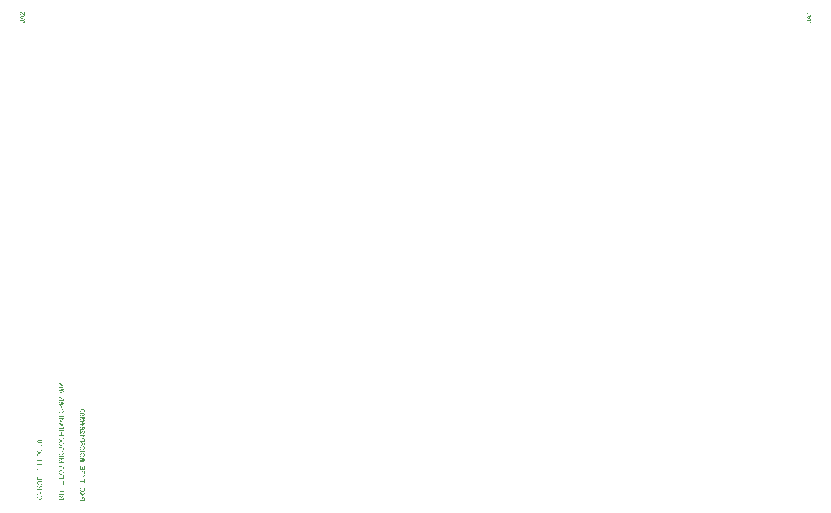
<source format=gbr>
G04*
G04 #@! TF.GenerationSoftware,Altium Limited,Altium Designer,23.7.1 (13)*
G04*
G04 Layer_Color=16711935*
%FSLAX25Y25*%
%MOIN*%
G70*
G04*
G04 #@! TF.SameCoordinates,27D51526-8311-448D-B6E4-34D2AC34C314*
G04*
G04*
G04 #@! TF.FilePolarity,Positive*
G04*
G01*
G75*
G36*
X176886Y-316664D02*
X176935Y-316673D01*
X176979Y-316687D01*
X177015Y-316701D01*
X177046Y-316714D01*
X177069Y-316728D01*
X177083Y-316738D01*
X177085Y-316740D01*
X177087D01*
X177124Y-316772D01*
X177156Y-316807D01*
X177182Y-316844D01*
X177205Y-316878D01*
X177221Y-316911D01*
X177233Y-316938D01*
X177237Y-316948D01*
X177240Y-316955D01*
X177242Y-316959D01*
Y-316962D01*
X177260Y-316920D01*
X177281Y-316885D01*
X177302Y-316855D01*
X177323Y-316830D01*
X177341Y-316811D01*
X177355Y-316798D01*
X177364Y-316788D01*
X177369Y-316786D01*
X177401Y-316765D01*
X177434Y-316751D01*
X177466Y-316740D01*
X177498Y-316733D01*
X177524Y-316728D01*
X177544Y-316726D01*
X177558D01*
X177561D01*
X177563D01*
X177595Y-316728D01*
X177625Y-316731D01*
X177683Y-316747D01*
X177734Y-316768D01*
X177778Y-316791D01*
X177813Y-316814D01*
X177826Y-316825D01*
X177840Y-316834D01*
X177849Y-316844D01*
X177856Y-316851D01*
X177859Y-316853D01*
X177861Y-316855D01*
X177882Y-316881D01*
X177902Y-316906D01*
X177919Y-316934D01*
X177933Y-316962D01*
X177953Y-317017D01*
X177967Y-317073D01*
X177974Y-317096D01*
X177977Y-317119D01*
X177979Y-317139D01*
X177981Y-317158D01*
X177983Y-317172D01*
Y-317193D01*
X177981Y-317230D01*
X177979Y-317267D01*
X177965Y-317331D01*
X177956Y-317361D01*
X177946Y-317389D01*
X177935Y-317414D01*
X177923Y-317437D01*
X177912Y-317456D01*
X177900Y-317474D01*
X177891Y-317491D01*
X177882Y-317502D01*
X177875Y-317511D01*
X177868Y-317518D01*
X177866Y-317523D01*
X177863Y-317525D01*
X177840Y-317546D01*
X177817Y-317567D01*
X177792Y-317583D01*
X177766Y-317597D01*
X177718Y-317620D01*
X177672Y-317634D01*
X177632Y-317643D01*
X177614Y-317645D01*
X177600Y-317648D01*
X177586Y-317650D01*
X177577D01*
X177572D01*
X177570D01*
X177528Y-317648D01*
X177489Y-317641D01*
X177454Y-317632D01*
X177424Y-317620D01*
X177401Y-317611D01*
X177383Y-317601D01*
X177374Y-317595D01*
X177369Y-317592D01*
X177341Y-317567D01*
X177316Y-317539D01*
X177293Y-317509D01*
X177274Y-317479D01*
X177260Y-317451D01*
X177251Y-317430D01*
X177246Y-317421D01*
X177244Y-317414D01*
X177242Y-317412D01*
Y-317410D01*
X177226Y-317463D01*
X177205Y-317507D01*
X177180Y-317546D01*
X177156Y-317578D01*
X177133Y-317604D01*
X177115Y-317622D01*
X177103Y-317632D01*
X177101Y-317636D01*
X177099D01*
X177057Y-317661D01*
X177013Y-317682D01*
X176972Y-317696D01*
X176930Y-317705D01*
X176893Y-317710D01*
X176877Y-317712D01*
X176863D01*
X176854Y-317715D01*
X176845D01*
X176840D01*
X176838D01*
X176801Y-317712D01*
X176764Y-317708D01*
X176729Y-317701D01*
X176694Y-317691D01*
X176637Y-317668D01*
X176609Y-317657D01*
X176586Y-317643D01*
X176563Y-317629D01*
X176544Y-317618D01*
X176528Y-317604D01*
X176514Y-317595D01*
X176503Y-317585D01*
X176496Y-317578D01*
X176491Y-317574D01*
X176489Y-317571D01*
X176463Y-317544D01*
X176443Y-317514D01*
X176424Y-317481D01*
X176408Y-317449D01*
X176396Y-317419D01*
X176385Y-317387D01*
X176369Y-317324D01*
X176362Y-317297D01*
X176357Y-317271D01*
X176355Y-317248D01*
X176353Y-317227D01*
X176350Y-317211D01*
Y-317188D01*
X176353Y-317144D01*
X176357Y-317105D01*
X176364Y-317066D01*
X176371Y-317029D01*
X176383Y-316996D01*
X176394Y-316964D01*
X176406Y-316934D01*
X176419Y-316908D01*
X176433Y-316885D01*
X176445Y-316865D01*
X176456Y-316848D01*
X176468Y-316832D01*
X176475Y-316821D01*
X176482Y-316814D01*
X176487Y-316809D01*
X176489Y-316807D01*
X176517Y-316781D01*
X176544Y-316758D01*
X176572Y-316740D01*
X176602Y-316724D01*
X176630Y-316707D01*
X176660Y-316696D01*
X176713Y-316680D01*
X176738Y-316673D01*
X176761Y-316668D01*
X176782Y-316666D01*
X176798Y-316664D01*
X176812Y-316661D01*
X176824D01*
X176831D01*
X176833D01*
X176886Y-316664D01*
D02*
G37*
G36*
X177983Y-318343D02*
X177944Y-318366D01*
X177907Y-318391D01*
X177870Y-318422D01*
X177838Y-318449D01*
X177810Y-318477D01*
X177787Y-318498D01*
X177780Y-318507D01*
X177773Y-318514D01*
X177771Y-318516D01*
X177769Y-318518D01*
X177729Y-318567D01*
X177692Y-318616D01*
X177660Y-318662D01*
X177635Y-318708D01*
X177611Y-318747D01*
X177602Y-318763D01*
X177595Y-318777D01*
X177588Y-318789D01*
X177586Y-318798D01*
X177582Y-318803D01*
Y-318805D01*
X177392D01*
X177406Y-318770D01*
X177422Y-318736D01*
X177438Y-318701D01*
X177454Y-318669D01*
X177468Y-318641D01*
X177480Y-318618D01*
X177489Y-318604D01*
X177491Y-318602D01*
Y-318599D01*
X177517Y-318558D01*
X177542Y-318521D01*
X177565Y-318489D01*
X177586Y-318463D01*
X177602Y-318440D01*
X177616Y-318426D01*
X177625Y-318415D01*
X177628Y-318412D01*
X176378D01*
Y-318216D01*
X177983D01*
Y-318343D01*
D02*
G37*
G36*
X177055Y-319722D02*
X176858D01*
Y-319114D01*
X177055D01*
Y-319722D01*
D02*
G37*
G36*
X177251Y-319900D02*
X177288D01*
X177325Y-319902D01*
X177357Y-319907D01*
X177390Y-319909D01*
X177418Y-319912D01*
X177443Y-319916D01*
X177466Y-319918D01*
X177487Y-319923D01*
X177503Y-319925D01*
X177517Y-319928D01*
X177528Y-319930D01*
X177535Y-319932D01*
X177540Y-319935D01*
X177542D01*
X177593Y-319948D01*
X177639Y-319965D01*
X177679Y-319983D01*
X177713Y-319997D01*
X177743Y-320013D01*
X177764Y-320022D01*
X177776Y-320032D01*
X177780Y-320034D01*
X177815Y-320059D01*
X177845Y-320085D01*
X177870Y-320112D01*
X177893Y-320138D01*
X177910Y-320161D01*
X177921Y-320179D01*
X177928Y-320191D01*
X177930Y-320193D01*
Y-320196D01*
X177949Y-320233D01*
X177960Y-320272D01*
X177970Y-320309D01*
X177977Y-320343D01*
X177981Y-320374D01*
X177983Y-320399D01*
Y-320420D01*
X177979Y-320482D01*
X177970Y-320540D01*
X177953Y-320588D01*
X177937Y-320630D01*
X177919Y-320665D01*
X177912Y-320678D01*
X177902Y-320690D01*
X177898Y-320699D01*
X177893Y-320706D01*
X177889Y-320708D01*
Y-320711D01*
X177852Y-320752D01*
X177808Y-320787D01*
X177764Y-320817D01*
X177722Y-320840D01*
X177683Y-320859D01*
X177667Y-320868D01*
X177651Y-320872D01*
X177639Y-320877D01*
X177630Y-320882D01*
X177625Y-320884D01*
X177623D01*
X177588Y-320893D01*
X177554Y-320902D01*
X177478Y-320916D01*
X177401Y-320928D01*
X177330Y-320935D01*
X177295Y-320937D01*
X177265Y-320939D01*
X177237D01*
X177212Y-320942D01*
X177193D01*
X177177D01*
X177168D01*
X177166D01*
X177085Y-320939D01*
X177009Y-320935D01*
X176939Y-320928D01*
X176875Y-320916D01*
X176814Y-320905D01*
X176761Y-320891D01*
X176713Y-320877D01*
X176671Y-320863D01*
X176634Y-320849D01*
X176602Y-320833D01*
X176574Y-320822D01*
X176553Y-320810D01*
X176535Y-320798D01*
X176523Y-320792D01*
X176517Y-320787D01*
X176514Y-320785D01*
X176487Y-320759D01*
X176461Y-320731D01*
X176438Y-320702D01*
X176419Y-320671D01*
X176403Y-320641D01*
X176390Y-320611D01*
X176380Y-320581D01*
X176371Y-320554D01*
X176364Y-320526D01*
X176359Y-320500D01*
X176355Y-320477D01*
X176353Y-320459D01*
X176350Y-320443D01*
Y-320420D01*
X176355Y-320357D01*
X176364Y-320300D01*
X176380Y-320251D01*
X176396Y-320209D01*
X176413Y-320175D01*
X176422Y-320163D01*
X176429Y-320152D01*
X176433Y-320143D01*
X176438Y-320135D01*
X176443Y-320133D01*
Y-320131D01*
X176482Y-320089D01*
X176523Y-320055D01*
X176570Y-320025D01*
X176611Y-320002D01*
X176651Y-319983D01*
X176667Y-319974D01*
X176683Y-319969D01*
X176694Y-319965D01*
X176704Y-319960D01*
X176708Y-319958D01*
X176711D01*
X176745Y-319946D01*
X176780Y-319937D01*
X176854Y-319923D01*
X176930Y-319912D01*
X177004Y-319904D01*
X177036Y-319902D01*
X177066Y-319900D01*
X177094D01*
X177120Y-319898D01*
X177138D01*
X177154D01*
X177163D01*
X177166D01*
X177209D01*
X177251Y-319900D01*
D02*
G37*
G36*
X176905Y-321138D02*
X176955Y-321147D01*
X176999Y-321161D01*
X177036Y-321175D01*
X177066Y-321189D01*
X177089Y-321203D01*
X177103Y-321212D01*
X177108Y-321214D01*
X177143Y-321247D01*
X177173Y-321281D01*
X177196Y-321318D01*
X177214Y-321355D01*
X177228Y-321388D01*
X177237Y-321413D01*
X177240Y-321422D01*
X177242Y-321429D01*
X177244Y-321434D01*
Y-321436D01*
X177265Y-321397D01*
X177286Y-321364D01*
X177309Y-321337D01*
X177330Y-321314D01*
X177348Y-321295D01*
X177364Y-321281D01*
X177374Y-321274D01*
X177378Y-321272D01*
X177410Y-321254D01*
X177443Y-321240D01*
X177475Y-321228D01*
X177505Y-321221D01*
X177531Y-321217D01*
X177549Y-321214D01*
X177563D01*
X177568D01*
X177607Y-321217D01*
X177646Y-321223D01*
X177681Y-321233D01*
X177711Y-321244D01*
X177736Y-321256D01*
X177757Y-321265D01*
X177769Y-321272D01*
X177773Y-321274D01*
X177808Y-321297D01*
X177838Y-321325D01*
X177863Y-321353D01*
X177886Y-321381D01*
X177902Y-321404D01*
X177916Y-321425D01*
X177923Y-321438D01*
X177926Y-321441D01*
Y-321443D01*
X177944Y-321485D01*
X177958Y-321526D01*
X177970Y-321568D01*
X177977Y-321605D01*
X177981Y-321635D01*
X177983Y-321660D01*
Y-321718D01*
X177979Y-321750D01*
X177967Y-321813D01*
X177949Y-321866D01*
X177930Y-321912D01*
X177919Y-321933D01*
X177910Y-321949D01*
X177900Y-321965D01*
X177891Y-321977D01*
X177884Y-321986D01*
X177879Y-321993D01*
X177877Y-321997D01*
X177875Y-322000D01*
X177831Y-322044D01*
X177782Y-322078D01*
X177732Y-322106D01*
X177681Y-322129D01*
X177637Y-322143D01*
X177618Y-322150D01*
X177602Y-322154D01*
X177588Y-322157D01*
X177579Y-322159D01*
X177572Y-322161D01*
X177570D01*
X177535Y-321965D01*
X177586Y-321956D01*
X177630Y-321942D01*
X177667Y-321926D01*
X177697Y-321910D01*
X177720Y-321893D01*
X177736Y-321880D01*
X177748Y-321870D01*
X177750Y-321868D01*
X177773Y-321838D01*
X177792Y-321806D01*
X177803Y-321776D01*
X177813Y-321746D01*
X177817Y-321718D01*
X177822Y-321697D01*
Y-321679D01*
X177819Y-321637D01*
X177810Y-321600D01*
X177799Y-321568D01*
X177787Y-321540D01*
X177773Y-321519D01*
X177762Y-321503D01*
X177752Y-321492D01*
X177750Y-321489D01*
X177722Y-321464D01*
X177692Y-321445D01*
X177662Y-321434D01*
X177635Y-321425D01*
X177609Y-321420D01*
X177591Y-321415D01*
X177577D01*
X177575D01*
X177572D01*
X177547D01*
X177524Y-321420D01*
X177484Y-321431D01*
X177450Y-321448D01*
X177420Y-321466D01*
X177399Y-321485D01*
X177383Y-321501D01*
X177374Y-321512D01*
X177371Y-321515D01*
Y-321517D01*
X177350Y-321556D01*
X177334Y-321593D01*
X177323Y-321632D01*
X177316Y-321667D01*
X177311Y-321697D01*
X177307Y-321723D01*
Y-321753D01*
X177309Y-321762D01*
Y-321773D01*
X177136Y-321796D01*
X177143Y-321766D01*
X177147Y-321739D01*
X177152Y-321716D01*
X177154Y-321695D01*
X177156Y-321679D01*
Y-321658D01*
X177152Y-321609D01*
X177143Y-321565D01*
X177129Y-321526D01*
X177112Y-321494D01*
X177096Y-321468D01*
X177083Y-321450D01*
X177073Y-321438D01*
X177069Y-321434D01*
X177034Y-321404D01*
X176997Y-321381D01*
X176960Y-321364D01*
X176923Y-321355D01*
X176893Y-321348D01*
X176868Y-321346D01*
X176858Y-321344D01*
X176851D01*
X176847D01*
X176845D01*
X176794Y-321348D01*
X176748Y-321360D01*
X176708Y-321374D01*
X176674Y-321392D01*
X176646Y-321411D01*
X176625Y-321425D01*
X176611Y-321436D01*
X176607Y-321441D01*
X176574Y-321478D01*
X176551Y-321517D01*
X176535Y-321556D01*
X176523Y-321593D01*
X176517Y-321625D01*
X176514Y-321651D01*
X176512Y-321660D01*
Y-321674D01*
X176514Y-321716D01*
X176523Y-321755D01*
X176535Y-321790D01*
X176549Y-321817D01*
X176560Y-321840D01*
X176572Y-321859D01*
X176581Y-321868D01*
X176584Y-321873D01*
X176616Y-321900D01*
X176653Y-321923D01*
X176692Y-321944D01*
X176734Y-321960D01*
X176768Y-321972D01*
X176785Y-321977D01*
X176798Y-321979D01*
X176810Y-321981D01*
X176819Y-321984D01*
X176824Y-321986D01*
X176826D01*
X176801Y-322182D01*
X176764Y-322178D01*
X176729Y-322171D01*
X176664Y-322150D01*
X176609Y-322124D01*
X176586Y-322111D01*
X176563Y-322097D01*
X176542Y-322083D01*
X176526Y-322069D01*
X176510Y-322057D01*
X176498Y-322046D01*
X176489Y-322039D01*
X176482Y-322032D01*
X176477Y-322027D01*
X176475Y-322025D01*
X176454Y-321997D01*
X176433Y-321970D01*
X176417Y-321942D01*
X176403Y-321912D01*
X176380Y-321854D01*
X176366Y-321799D01*
X176362Y-321773D01*
X176357Y-321750D01*
X176355Y-321729D01*
X176353Y-321711D01*
X176350Y-321697D01*
Y-321676D01*
X176353Y-321632D01*
X176357Y-321593D01*
X176364Y-321554D01*
X176373Y-321517D01*
X176385Y-321482D01*
X176396Y-321452D01*
X176410Y-321422D01*
X176424Y-321397D01*
X176436Y-321371D01*
X176450Y-321351D01*
X176461Y-321332D01*
X176473Y-321318D01*
X176482Y-321307D01*
X176489Y-321297D01*
X176494Y-321293D01*
X176496Y-321290D01*
X176523Y-321263D01*
X176553Y-321240D01*
X176584Y-321219D01*
X176614Y-321200D01*
X176641Y-321187D01*
X176671Y-321173D01*
X176727Y-321154D01*
X176752Y-321150D01*
X176775Y-321145D01*
X176796Y-321140D01*
X176814Y-321138D01*
X176828Y-321136D01*
X176840D01*
X176847D01*
X176849D01*
X176905Y-321138D01*
D02*
G37*
G36*
X177055Y-322951D02*
X176858D01*
Y-322344D01*
X177055D01*
Y-322951D01*
D02*
G37*
G36*
X177983Y-323559D02*
X177944Y-323582D01*
X177907Y-323607D01*
X177870Y-323638D01*
X177838Y-323665D01*
X177810Y-323693D01*
X177787Y-323714D01*
X177780Y-323723D01*
X177773Y-323730D01*
X177771Y-323732D01*
X177769Y-323734D01*
X177729Y-323783D01*
X177692Y-323832D01*
X177660Y-323878D01*
X177635Y-323924D01*
X177611Y-323963D01*
X177602Y-323979D01*
X177595Y-323993D01*
X177588Y-324005D01*
X177586Y-324014D01*
X177582Y-324019D01*
Y-324021D01*
X177392D01*
X177406Y-323986D01*
X177422Y-323952D01*
X177438Y-323917D01*
X177454Y-323885D01*
X177468Y-323857D01*
X177480Y-323834D01*
X177489Y-323820D01*
X177491Y-323818D01*
Y-323815D01*
X177517Y-323774D01*
X177542Y-323737D01*
X177565Y-323705D01*
X177586Y-323679D01*
X177602Y-323656D01*
X177616Y-323642D01*
X177625Y-323630D01*
X177628Y-323628D01*
X176378D01*
Y-323432D01*
X177983D01*
Y-323559D01*
D02*
G37*
G36*
Y-324802D02*
X177944Y-324825D01*
X177907Y-324850D01*
X177870Y-324880D01*
X177838Y-324908D01*
X177810Y-324936D01*
X177787Y-324956D01*
X177780Y-324966D01*
X177773Y-324973D01*
X177771Y-324975D01*
X177769Y-324977D01*
X177729Y-325026D01*
X177692Y-325074D01*
X177660Y-325120D01*
X177635Y-325167D01*
X177611Y-325206D01*
X177602Y-325222D01*
X177595Y-325236D01*
X177588Y-325248D01*
X177586Y-325257D01*
X177582Y-325261D01*
Y-325264D01*
X177392D01*
X177406Y-325229D01*
X177422Y-325194D01*
X177438Y-325160D01*
X177454Y-325127D01*
X177468Y-325100D01*
X177480Y-325077D01*
X177489Y-325063D01*
X177491Y-325060D01*
Y-325058D01*
X177517Y-325017D01*
X177542Y-324980D01*
X177565Y-324947D01*
X177586Y-324922D01*
X177602Y-324899D01*
X177616Y-324885D01*
X177625Y-324873D01*
X177628Y-324871D01*
X176378D01*
Y-324675D01*
X177983D01*
Y-324802D01*
D02*
G37*
G36*
X176602Y-326546D02*
X176378D01*
Y-326322D01*
X176602D01*
Y-326546D01*
D02*
G37*
G36*
X177977Y-327142D02*
X177320D01*
Y-327969D01*
X177977D01*
Y-328181D01*
X176378D01*
Y-327969D01*
X177131D01*
Y-327142D01*
X176378D01*
Y-326929D01*
X177977D01*
Y-327142D01*
D02*
G37*
G36*
X176567Y-329849D02*
X177977D01*
Y-330062D01*
X176378D01*
Y-329061D01*
X176567D01*
Y-329849D01*
D02*
G37*
G36*
X177260Y-330330D02*
X177341Y-330339D01*
X177378Y-330346D01*
X177415Y-330355D01*
X177447Y-330364D01*
X177478Y-330371D01*
X177505Y-330380D01*
X177531Y-330390D01*
X177551Y-330397D01*
X177570Y-330406D01*
X177584Y-330410D01*
X177593Y-330415D01*
X177600Y-330420D01*
X177602D01*
X177669Y-330457D01*
X177729Y-330501D01*
X177780Y-330547D01*
X177822Y-330588D01*
X177854Y-330627D01*
X177868Y-330646D01*
X177879Y-330660D01*
X177886Y-330674D01*
X177893Y-330683D01*
X177896Y-330688D01*
X177898Y-330690D01*
X177916Y-330725D01*
X177933Y-330759D01*
X177960Y-330826D01*
X177979Y-330895D01*
X177990Y-330956D01*
X177995Y-330983D01*
X178000Y-331011D01*
X178002Y-331032D01*
Y-331053D01*
X178004Y-331069D01*
Y-331089D01*
X178002Y-331152D01*
X177995Y-331210D01*
X177983Y-331265D01*
X177970Y-331318D01*
X177951Y-331367D01*
X177933Y-331413D01*
X177912Y-331454D01*
X177891Y-331491D01*
X177870Y-331526D01*
X177849Y-331556D01*
X177831Y-331582D01*
X177813Y-331602D01*
X177799Y-331618D01*
X177787Y-331632D01*
X177780Y-331639D01*
X177778Y-331642D01*
X177734Y-331679D01*
X177688Y-331711D01*
X177637Y-331741D01*
X177586Y-331764D01*
X177533Y-331785D01*
X177482Y-331803D01*
X177431Y-331817D01*
X177383Y-331826D01*
X177337Y-331836D01*
X177293Y-331843D01*
X177253Y-331847D01*
X177221Y-331852D01*
X177193D01*
X177173Y-331854D01*
X177159D01*
X177156D01*
X177154D01*
X177076Y-331850D01*
X177004Y-331840D01*
X176935Y-331826D01*
X176905Y-331817D01*
X176875Y-331808D01*
X176849Y-331801D01*
X176826Y-331792D01*
X176805Y-331785D01*
X176787Y-331778D01*
X176773Y-331773D01*
X176764Y-331769D01*
X176757Y-331764D01*
X176754D01*
X176688Y-331725D01*
X176630Y-331683D01*
X176579Y-331637D01*
X176537Y-331593D01*
X176503Y-331554D01*
X176489Y-331538D01*
X176480Y-331524D01*
X176470Y-331510D01*
X176463Y-331501D01*
X176461Y-331496D01*
X176459Y-331494D01*
X176440Y-331459D01*
X176424Y-331424D01*
X176396Y-331355D01*
X176378Y-331288D01*
X176364Y-331226D01*
X176359Y-331196D01*
X176357Y-331170D01*
X176353Y-331147D01*
Y-331126D01*
X176350Y-331113D01*
Y-331089D01*
X176355Y-331013D01*
X176366Y-330942D01*
X176380Y-330875D01*
X176390Y-330845D01*
X176399Y-330817D01*
X176408Y-330792D01*
X176417Y-330768D01*
X176424Y-330750D01*
X176431Y-330734D01*
X176438Y-330720D01*
X176443Y-330708D01*
X176447Y-330704D01*
Y-330701D01*
X176489Y-330637D01*
X176535Y-330581D01*
X176584Y-330535D01*
X176630Y-330496D01*
X176674Y-330464D01*
X176690Y-330452D01*
X176706Y-330443D01*
X176720Y-330434D01*
X176729Y-330429D01*
X176736Y-330424D01*
X176738D01*
X176775Y-330406D01*
X176812Y-330392D01*
X176886Y-330366D01*
X176960Y-330348D01*
X177027Y-330336D01*
X177057Y-330334D01*
X177085Y-330330D01*
X177110Y-330327D01*
X177131D01*
X177149Y-330325D01*
X177161D01*
X177170D01*
X177173D01*
X177260Y-330330D01*
D02*
G37*
G36*
X176812Y-332270D02*
X176858Y-332302D01*
X176900Y-332332D01*
X176935Y-332362D01*
X176967Y-332388D01*
X176990Y-332411D01*
X177009Y-332429D01*
X177020Y-332441D01*
X177025Y-332446D01*
X177039Y-332464D01*
X177055Y-332485D01*
X177080Y-332526D01*
X177089Y-332545D01*
X177099Y-332559D01*
X177103Y-332568D01*
X177106Y-332573D01*
X177112Y-332531D01*
X177120Y-332492D01*
X177131Y-332457D01*
X177140Y-332422D01*
X177152Y-332392D01*
X177166Y-332365D01*
X177177Y-332339D01*
X177189Y-332316D01*
X177203Y-332298D01*
X177214Y-332279D01*
X177223Y-332265D01*
X177233Y-332254D01*
X177240Y-332244D01*
X177246Y-332238D01*
X177249Y-332235D01*
X177251Y-332233D01*
X177274Y-332214D01*
X177297Y-332196D01*
X177346Y-332168D01*
X177394Y-332150D01*
X177441Y-332136D01*
X177480Y-332127D01*
X177496Y-332124D01*
X177512D01*
X177524Y-332122D01*
X177533D01*
X177538D01*
X177540D01*
X177588Y-332124D01*
X177632Y-332131D01*
X177674Y-332143D01*
X177708Y-332154D01*
X177738Y-332168D01*
X177762Y-332178D01*
X177776Y-332187D01*
X177778Y-332189D01*
X177780D01*
X177817Y-332217D01*
X177849Y-332244D01*
X177877Y-332275D01*
X177898Y-332302D01*
X177914Y-332328D01*
X177923Y-332348D01*
X177930Y-332362D01*
X177933Y-332365D01*
Y-332367D01*
X177939Y-332388D01*
X177946Y-332413D01*
X177958Y-332464D01*
X177965Y-332519D01*
X177972Y-332570D01*
X177974Y-332619D01*
Y-332640D01*
X177977Y-332658D01*
Y-333400D01*
X176378D01*
Y-333187D01*
X177087D01*
Y-332914D01*
X177085Y-332889D01*
Y-332871D01*
X177083Y-332854D01*
X177080Y-332843D01*
Y-332834D01*
X177078Y-332829D01*
Y-332827D01*
X177066Y-332790D01*
X177059Y-332773D01*
X177052Y-332760D01*
X177046Y-332746D01*
X177041Y-332737D01*
X177039Y-332732D01*
X177036Y-332730D01*
X177022Y-332711D01*
X177006Y-332693D01*
X176972Y-332658D01*
X176955Y-332642D01*
X176942Y-332630D01*
X176932Y-332623D01*
X176930Y-332621D01*
X176898Y-332598D01*
X176863Y-332573D01*
X176826Y-332547D01*
X176791Y-332522D01*
X176759Y-332501D01*
X176734Y-332485D01*
X176725Y-332478D01*
X176717Y-332473D01*
X176713Y-332469D01*
X176711D01*
X176378Y-332258D01*
Y-331995D01*
X176812Y-332270D01*
D02*
G37*
G36*
X177977Y-334226D02*
Y-334457D01*
X176378Y-335067D01*
Y-334843D01*
X176863Y-334670D01*
Y-334000D01*
X176378Y-333813D01*
Y-333573D01*
X177977Y-334226D01*
D02*
G37*
G36*
X176937Y-335365D02*
X176900Y-335375D01*
X176865Y-335386D01*
X176833Y-335398D01*
X176803Y-335409D01*
X176775Y-335423D01*
X176752Y-335437D01*
X176729Y-335453D01*
X176708Y-335467D01*
X176690Y-335478D01*
X176676Y-335492D01*
X176662Y-335504D01*
X176651Y-335513D01*
X176644Y-335522D01*
X176637Y-335529D01*
X176634Y-335532D01*
X176632Y-335534D01*
X176614Y-335557D01*
X176600Y-335582D01*
X176574Y-335633D01*
X176556Y-335682D01*
X176544Y-335730D01*
X176535Y-335772D01*
X176533Y-335788D01*
Y-335804D01*
X176530Y-335818D01*
Y-335834D01*
X176533Y-335887D01*
X176542Y-335938D01*
X176553Y-335984D01*
X176567Y-336026D01*
X176581Y-336058D01*
X176588Y-336072D01*
X176593Y-336084D01*
X176597Y-336093D01*
X176602Y-336100D01*
X176604Y-336105D01*
Y-336107D01*
X176637Y-336151D01*
X176671Y-336188D01*
X176711Y-336220D01*
X176748Y-336245D01*
X176780Y-336266D01*
X176808Y-336280D01*
X176819Y-336285D01*
X176826Y-336289D01*
X176831Y-336292D01*
X176833D01*
X176893Y-336310D01*
X176953Y-336324D01*
X177013Y-336336D01*
X177069Y-336343D01*
X177094Y-336345D01*
X177117Y-336347D01*
X177138D01*
X177154Y-336349D01*
X177168D01*
X177180D01*
X177186D01*
X177189D01*
X177249Y-336347D01*
X177304Y-336343D01*
X177355Y-336333D01*
X177401Y-336324D01*
X177441Y-336317D01*
X177457Y-336312D01*
X177471Y-336308D01*
X177482Y-336305D01*
X177489Y-336303D01*
X177494Y-336301D01*
X177496D01*
X177549Y-336278D01*
X177598Y-336252D01*
X177637Y-336225D01*
X177672Y-336195D01*
X177699Y-336169D01*
X177718Y-336148D01*
X177729Y-336132D01*
X177734Y-336130D01*
Y-336128D01*
X177764Y-336079D01*
X177787Y-336026D01*
X177803Y-335975D01*
X177813Y-335927D01*
X177819Y-335883D01*
X177822Y-335864D01*
Y-335848D01*
X177824Y-335837D01*
Y-335818D01*
X177822Y-335760D01*
X177813Y-335707D01*
X177799Y-335663D01*
X177785Y-335624D01*
X177769Y-335594D01*
X177757Y-335571D01*
X177748Y-335557D01*
X177743Y-335553D01*
X177708Y-335515D01*
X177669Y-335481D01*
X177628Y-335453D01*
X177586Y-335430D01*
X177549Y-335412D01*
X177531Y-335405D01*
X177517Y-335400D01*
X177505Y-335395D01*
X177496Y-335391D01*
X177491Y-335388D01*
X177489D01*
X177538Y-335180D01*
X177579Y-335194D01*
X177616Y-335208D01*
X177651Y-335227D01*
X177685Y-335243D01*
X177715Y-335261D01*
X177743Y-335282D01*
X177771Y-335301D01*
X177794Y-335319D01*
X177813Y-335338D01*
X177831Y-335354D01*
X177847Y-335370D01*
X177859Y-335382D01*
X177870Y-335393D01*
X177877Y-335402D01*
X177879Y-335407D01*
X177882Y-335409D01*
X177902Y-335442D01*
X177923Y-335474D01*
X177939Y-335506D01*
X177953Y-335541D01*
X177974Y-335610D01*
X177988Y-335673D01*
X177995Y-335703D01*
X177997Y-335728D01*
X178000Y-335753D01*
X178002Y-335774D01*
X178004Y-335790D01*
Y-335813D01*
X178000Y-335890D01*
X177988Y-335964D01*
X177974Y-336028D01*
X177965Y-336058D01*
X177956Y-336086D01*
X177946Y-336111D01*
X177937Y-336135D01*
X177930Y-336153D01*
X177923Y-336172D01*
X177916Y-336183D01*
X177912Y-336192D01*
X177910Y-336199D01*
X177907Y-336202D01*
X177868Y-336264D01*
X177822Y-336317D01*
X177776Y-336363D01*
X177729Y-336403D01*
X177688Y-336433D01*
X177669Y-336444D01*
X177653Y-336453D01*
X177641Y-336463D01*
X177632Y-336467D01*
X177625Y-336470D01*
X177623Y-336472D01*
X177551Y-336504D01*
X177478Y-336527D01*
X177404Y-336543D01*
X177337Y-336555D01*
X177307Y-336560D01*
X177277Y-336562D01*
X177253Y-336564D01*
X177230D01*
X177214Y-336567D01*
X177200D01*
X177191D01*
X177189D01*
X177106Y-336562D01*
X177025Y-336553D01*
X176953Y-336541D01*
X176918Y-336532D01*
X176889Y-336525D01*
X176861Y-336518D01*
X176835Y-336509D01*
X176812Y-336502D01*
X176794Y-336497D01*
X176780Y-336490D01*
X176768Y-336488D01*
X176761Y-336483D01*
X176759D01*
X176690Y-336449D01*
X176627Y-336409D01*
X176574Y-336368D01*
X176553Y-336347D01*
X176533Y-336329D01*
X176514Y-336310D01*
X176498Y-336292D01*
X176484Y-336276D01*
X176475Y-336262D01*
X176466Y-336252D01*
X176459Y-336243D01*
X176456Y-336239D01*
X176454Y-336236D01*
X176436Y-336204D01*
X176419Y-336172D01*
X176394Y-336102D01*
X176376Y-336033D01*
X176364Y-335966D01*
X176359Y-335934D01*
X176355Y-335906D01*
X176353Y-335880D01*
Y-335860D01*
X176350Y-335841D01*
Y-335816D01*
X176353Y-335770D01*
X176357Y-335726D01*
X176362Y-335684D01*
X176371Y-335645D01*
X176383Y-335608D01*
X176394Y-335573D01*
X176406Y-335541D01*
X176419Y-335511D01*
X176431Y-335486D01*
X176443Y-335460D01*
X176454Y-335442D01*
X176466Y-335423D01*
X176475Y-335412D01*
X176480Y-335400D01*
X176484Y-335395D01*
X176487Y-335393D01*
X176514Y-335361D01*
X176542Y-335333D01*
X176574Y-335308D01*
X176607Y-335282D01*
X176671Y-335241D01*
X176736Y-335208D01*
X176766Y-335194D01*
X176794Y-335183D01*
X176819Y-335174D01*
X176840Y-335167D01*
X176858Y-335160D01*
X176872Y-335155D01*
X176882Y-335153D01*
X176884D01*
X176937Y-335365D01*
D02*
G37*
G36*
X185063Y-297763D02*
X183806D01*
X185063Y-298602D01*
Y-298819D01*
X183465D01*
Y-298616D01*
X184719D01*
X183465Y-297779D01*
Y-297560D01*
X185063D01*
Y-297763D01*
D02*
G37*
G36*
X183959Y-299110D02*
X184003Y-299117D01*
X184042Y-299128D01*
X184074Y-299140D01*
X184102Y-299154D01*
X184123Y-299163D01*
X184134Y-299172D01*
X184139Y-299175D01*
X184174Y-299202D01*
X184206Y-299235D01*
X184234Y-299269D01*
X184259Y-299304D01*
X184278Y-299334D01*
X184292Y-299359D01*
X184296Y-299369D01*
X184301Y-299376D01*
X184303Y-299380D01*
Y-299382D01*
X184312Y-299401D01*
X184319Y-299424D01*
X184328Y-299449D01*
X184338Y-299477D01*
X184354Y-299535D01*
X184370Y-299595D01*
X184377Y-299623D01*
X184384Y-299648D01*
X184391Y-299674D01*
X184396Y-299694D01*
X184400Y-299710D01*
X184402Y-299724D01*
X184405Y-299734D01*
Y-299736D01*
X184416Y-299782D01*
X184425Y-299824D01*
X184437Y-299861D01*
X184446Y-299893D01*
X184458Y-299923D01*
X184467Y-299948D01*
X184476Y-299972D01*
X184483Y-299992D01*
X184493Y-300009D01*
X184500Y-300022D01*
X184504Y-300032D01*
X184511Y-300041D01*
X184518Y-300052D01*
X184520Y-300055D01*
X184543Y-300076D01*
X184566Y-300089D01*
X184590Y-300101D01*
X184613Y-300108D01*
X184631Y-300112D01*
X184647Y-300115D01*
X184657D01*
X184661D01*
X184698Y-300110D01*
X184730Y-300101D01*
X184758Y-300087D01*
X184784Y-300071D01*
X184802Y-300057D01*
X184818Y-300043D01*
X184827Y-300034D01*
X184830Y-300029D01*
X184841Y-300011D01*
X184853Y-299992D01*
X184871Y-299948D01*
X184883Y-299902D01*
X184892Y-299856D01*
X184897Y-299814D01*
X184899Y-299796D01*
X184901Y-299782D01*
Y-299750D01*
X184899Y-299685D01*
X184890Y-299627D01*
X184876Y-299581D01*
X184862Y-299542D01*
X184848Y-299512D01*
X184834Y-299489D01*
X184825Y-299477D01*
X184823Y-299473D01*
X184791Y-299440D01*
X184756Y-299415D01*
X184719Y-299394D01*
X184682Y-299380D01*
X184647Y-299371D01*
X184622Y-299364D01*
X184610Y-299362D01*
X184603Y-299359D01*
X184599D01*
X184597D01*
X184613Y-299156D01*
X184663Y-299161D01*
X184710Y-299172D01*
X184754Y-299184D01*
X184791Y-299200D01*
X184820Y-299214D01*
X184844Y-299225D01*
X184851Y-299230D01*
X184857Y-299235D01*
X184860Y-299237D01*
X184862D01*
X184901Y-299267D01*
X184936Y-299299D01*
X184966Y-299334D01*
X184989Y-299369D01*
X185010Y-299399D01*
X185021Y-299422D01*
X185026Y-299431D01*
X185031Y-299438D01*
X185033Y-299443D01*
Y-299445D01*
X185052Y-299496D01*
X185065Y-299551D01*
X185077Y-299602D01*
X185084Y-299650D01*
X185089Y-299694D01*
Y-299710D01*
X185091Y-299727D01*
Y-299757D01*
X185089Y-299817D01*
X185082Y-299870D01*
X185072Y-299921D01*
X185063Y-299965D01*
X185054Y-299999D01*
X185049Y-300015D01*
X185045Y-300027D01*
X185040Y-300036D01*
X185038Y-300043D01*
X185035Y-300048D01*
Y-300050D01*
X185012Y-300096D01*
X184987Y-300138D01*
X184959Y-300172D01*
X184934Y-300200D01*
X184911Y-300221D01*
X184892Y-300237D01*
X184878Y-300249D01*
X184876Y-300251D01*
X184874D01*
X184834Y-300274D01*
X184795Y-300290D01*
X184756Y-300302D01*
X184721Y-300309D01*
X184691Y-300313D01*
X184668Y-300318D01*
X184659D01*
X184652D01*
X184650D01*
X184647D01*
X184608Y-300316D01*
X184571Y-300309D01*
X184536Y-300300D01*
X184506Y-300290D01*
X184483Y-300281D01*
X184465Y-300272D01*
X184453Y-300265D01*
X184449Y-300263D01*
X184416Y-300239D01*
X184386Y-300212D01*
X184361Y-300184D01*
X184340Y-300156D01*
X184322Y-300133D01*
X184310Y-300112D01*
X184301Y-300099D01*
X184299Y-300096D01*
Y-300094D01*
X184289Y-300076D01*
X184280Y-300055D01*
X184264Y-300009D01*
X184248Y-299955D01*
X184231Y-299904D01*
X184218Y-299858D01*
X184213Y-299838D01*
X184208Y-299819D01*
X184204Y-299805D01*
X184202Y-299794D01*
X184199Y-299787D01*
Y-299784D01*
X184190Y-299745D01*
X184181Y-299708D01*
X184171Y-299676D01*
X184165Y-299648D01*
X184158Y-299620D01*
X184151Y-299597D01*
X184146Y-299576D01*
X184139Y-299560D01*
X184134Y-299544D01*
X184132Y-299533D01*
X184125Y-299514D01*
X184123Y-299503D01*
X184121Y-299500D01*
X184107Y-299466D01*
X184091Y-299436D01*
X184074Y-299410D01*
X184061Y-299392D01*
X184047Y-299376D01*
X184037Y-299366D01*
X184030Y-299359D01*
X184028Y-299357D01*
X184007Y-299341D01*
X183984Y-299329D01*
X183961Y-299322D01*
X183943Y-299316D01*
X183924Y-299313D01*
X183910Y-299311D01*
X183899D01*
X183897D01*
X183869Y-299313D01*
X183843Y-299318D01*
X183820Y-299325D01*
X183802Y-299334D01*
X183783Y-299343D01*
X183772Y-299350D01*
X183763Y-299355D01*
X183760Y-299357D01*
X183737Y-299376D01*
X183719Y-299399D01*
X183703Y-299422D01*
X183686Y-299443D01*
X183677Y-299463D01*
X183668Y-299480D01*
X183663Y-299491D01*
X183661Y-299496D01*
X183649Y-299530D01*
X183640Y-299567D01*
X183635Y-299604D01*
X183631Y-299637D01*
X183629Y-299664D01*
X183626Y-299687D01*
Y-299708D01*
X183629Y-299759D01*
X183633Y-299805D01*
X183640Y-299847D01*
X183649Y-299884D01*
X183659Y-299914D01*
X183666Y-299937D01*
X183668Y-299944D01*
X183670Y-299951D01*
X183672Y-299953D01*
Y-299955D01*
X183691Y-299992D01*
X183712Y-300027D01*
X183732Y-300052D01*
X183753Y-300076D01*
X183770Y-300094D01*
X183786Y-300106D01*
X183795Y-300112D01*
X183797Y-300115D01*
X183827Y-300131D01*
X183860Y-300147D01*
X183894Y-300156D01*
X183924Y-300166D01*
X183954Y-300172D01*
X183975Y-300177D01*
X183984D01*
X183991Y-300179D01*
X183994D01*
X183996D01*
X183977Y-300378D01*
X183920Y-300374D01*
X183864Y-300364D01*
X183816Y-300350D01*
X183772Y-300334D01*
X183737Y-300318D01*
X183723Y-300311D01*
X183712Y-300307D01*
X183703Y-300300D01*
X183696Y-300297D01*
X183691Y-300293D01*
X183689D01*
X183645Y-300258D01*
X183606Y-300221D01*
X183573Y-300182D01*
X183545Y-300145D01*
X183525Y-300112D01*
X183511Y-300085D01*
X183506Y-300076D01*
X183502Y-300069D01*
X183499Y-300064D01*
Y-300062D01*
X183478Y-300004D01*
X183462Y-299944D01*
X183453Y-299884D01*
X183444Y-299826D01*
X183441Y-299798D01*
X183439Y-299775D01*
Y-299754D01*
X183437Y-299736D01*
Y-299699D01*
X183439Y-299637D01*
X183446Y-299579D01*
X183458Y-299526D01*
X183469Y-299482D01*
X183478Y-299445D01*
X183485Y-299429D01*
X183490Y-299415D01*
X183495Y-299406D01*
X183497Y-299399D01*
X183499Y-299394D01*
Y-299392D01*
X183525Y-299343D01*
X183552Y-299302D01*
X183582Y-299265D01*
X183610Y-299235D01*
X183633Y-299212D01*
X183654Y-299195D01*
X183668Y-299184D01*
X183670Y-299182D01*
X183672D01*
X183716Y-299156D01*
X183758Y-299138D01*
X183797Y-299126D01*
X183834Y-299117D01*
X183867Y-299112D01*
X183892Y-299108D01*
X183901D01*
X183908D01*
X183910D01*
X183913D01*
X183959Y-299110D01*
D02*
G37*
G36*
X185091Y-300637D02*
X183437Y-301101D01*
Y-300944D01*
X185091Y-300480D01*
Y-300637D01*
D02*
G37*
G36*
X185063Y-301515D02*
X183465D01*
Y-301302D01*
X185063D01*
Y-301515D01*
D02*
G37*
G36*
X183980Y-302464D02*
X184026Y-302473D01*
X184065Y-302487D01*
X184102Y-302501D01*
X184130Y-302515D01*
X184151Y-302529D01*
X184165Y-302538D01*
X184169Y-302540D01*
X184206Y-302573D01*
X184236Y-302607D01*
X184262Y-302646D01*
X184282Y-302681D01*
X184299Y-302713D01*
X184308Y-302741D01*
X184312Y-302750D01*
X184315Y-302757D01*
X184317Y-302762D01*
Y-302764D01*
X184340Y-302725D01*
X184363Y-302690D01*
X184389Y-302663D01*
X184412Y-302640D01*
X184430Y-302621D01*
X184449Y-302607D01*
X184458Y-302600D01*
X184462Y-302598D01*
X184497Y-302579D01*
X184529Y-302566D01*
X184562Y-302554D01*
X184592Y-302547D01*
X184617Y-302543D01*
X184638Y-302540D01*
X184650D01*
X184654D01*
X184694Y-302543D01*
X184733Y-302550D01*
X184767Y-302561D01*
X184800Y-302573D01*
X184827Y-302584D01*
X184846Y-302596D01*
X184860Y-302603D01*
X184864Y-302605D01*
X184899Y-302630D01*
X184931Y-302658D01*
X184957Y-302688D01*
X184978Y-302716D01*
X184994Y-302739D01*
X185005Y-302760D01*
X185012Y-302774D01*
X185015Y-302776D01*
Y-302778D01*
X185031Y-302822D01*
X185042Y-302871D01*
X185052Y-302919D01*
X185056Y-302965D01*
X185061Y-303007D01*
Y-303025D01*
X185063Y-303042D01*
Y-303670D01*
X183465D01*
Y-303060D01*
X183467Y-303005D01*
X183469Y-302956D01*
X183474Y-302912D01*
X183478Y-302875D01*
X183483Y-302845D01*
X183485Y-302822D01*
X183490Y-302808D01*
Y-302804D01*
X183502Y-302764D01*
X183513Y-302732D01*
X183527Y-302702D01*
X183541Y-302677D01*
X183550Y-302656D01*
X183559Y-302640D01*
X183566Y-302630D01*
X183569Y-302628D01*
X183589Y-302603D01*
X183615Y-302579D01*
X183640Y-302561D01*
X183663Y-302543D01*
X183686Y-302529D01*
X183703Y-302519D01*
X183714Y-302513D01*
X183719Y-302510D01*
X183756Y-302494D01*
X183793Y-302483D01*
X183827Y-302473D01*
X183860Y-302469D01*
X183887Y-302464D01*
X183910Y-302462D01*
X183924D01*
X183927D01*
X183929D01*
X183980Y-302464D01*
D02*
G37*
G36*
X184024Y-303938D02*
X184063Y-303942D01*
X184102Y-303949D01*
X184137Y-303956D01*
X184169Y-303968D01*
X184202Y-303979D01*
X184229Y-303991D01*
X184255Y-304005D01*
X184278Y-304019D01*
X184299Y-304030D01*
X184315Y-304042D01*
X184331Y-304053D01*
X184342Y-304060D01*
X184349Y-304067D01*
X184354Y-304072D01*
X184356Y-304074D01*
X184382Y-304099D01*
X184405Y-304127D01*
X184423Y-304157D01*
X184439Y-304185D01*
X184456Y-304213D01*
X184467Y-304240D01*
X184483Y-304293D01*
X184490Y-304317D01*
X184495Y-304340D01*
X184497Y-304358D01*
X184500Y-304377D01*
X184502Y-304391D01*
Y-304409D01*
X184500Y-304451D01*
X184493Y-304490D01*
X184486Y-304527D01*
X184476Y-304559D01*
X184465Y-304587D01*
X184458Y-304608D01*
X184451Y-304622D01*
X184449Y-304624D01*
Y-304626D01*
X184425Y-304663D01*
X184400Y-304696D01*
X184375Y-304726D01*
X184347Y-304749D01*
X184324Y-304769D01*
X184305Y-304786D01*
X184292Y-304795D01*
X184289Y-304797D01*
X184331D01*
X184372Y-304795D01*
X184409Y-304792D01*
X184446Y-304788D01*
X184479Y-304786D01*
X184509Y-304781D01*
X184536Y-304776D01*
X184562Y-304769D01*
X184585Y-304765D01*
X184603Y-304760D01*
X184620Y-304755D01*
X184633Y-304753D01*
X184643Y-304749D01*
X184650Y-304746D01*
X184654Y-304744D01*
X184657D01*
X184703Y-304721D01*
X184744Y-304698D01*
X184777Y-304672D01*
X184804Y-304649D01*
X184827Y-304628D01*
X184844Y-304612D01*
X184853Y-304601D01*
X184855Y-304596D01*
X184874Y-304568D01*
X184885Y-304541D01*
X184895Y-304513D01*
X184901Y-304485D01*
X184906Y-304465D01*
X184908Y-304446D01*
Y-304430D01*
X184904Y-304388D01*
X184895Y-304349D01*
X184881Y-304317D01*
X184867Y-304287D01*
X184851Y-304263D01*
X184837Y-304247D01*
X184827Y-304238D01*
X184823Y-304234D01*
X184802Y-304217D01*
X184777Y-304201D01*
X184749Y-304187D01*
X184721Y-304178D01*
X184696Y-304169D01*
X184675Y-304162D01*
X184661Y-304160D01*
X184659Y-304157D01*
X184657D01*
X184673Y-303961D01*
X184737Y-303975D01*
X184795Y-303996D01*
X184846Y-304019D01*
X184888Y-304044D01*
X184920Y-304069D01*
X184934Y-304079D01*
X184945Y-304090D01*
X184952Y-304097D01*
X184959Y-304104D01*
X184961Y-304106D01*
X184964Y-304109D01*
X184982Y-304132D01*
X184998Y-304157D01*
X185026Y-304208D01*
X185045Y-304259D01*
X185056Y-304307D01*
X185065Y-304351D01*
X185068Y-304370D01*
Y-304386D01*
X185070Y-304400D01*
Y-304418D01*
X185068Y-304465D01*
X185063Y-304508D01*
X185054Y-304550D01*
X185042Y-304589D01*
X185026Y-304624D01*
X185012Y-304659D01*
X184994Y-304689D01*
X184978Y-304716D01*
X184961Y-304739D01*
X184943Y-304763D01*
X184929Y-304781D01*
X184915Y-304795D01*
X184901Y-304806D01*
X184892Y-304816D01*
X184888Y-304820D01*
X184885Y-304822D01*
X184844Y-304853D01*
X184795Y-304878D01*
X184744Y-304901D01*
X184691Y-304922D01*
X184636Y-304938D01*
X184580Y-304952D01*
X184523Y-304963D01*
X184469Y-304973D01*
X184416Y-304980D01*
X184368Y-304984D01*
X184324Y-304989D01*
X184287Y-304991D01*
X184255D01*
X184231Y-304994D01*
X184222D01*
X184215D01*
X184213D01*
X184211D01*
X184137Y-304991D01*
X184067Y-304987D01*
X184003Y-304980D01*
X183943Y-304968D01*
X183890Y-304957D01*
X183841Y-304945D01*
X183797Y-304931D01*
X183758Y-304915D01*
X183726Y-304901D01*
X183696Y-304887D01*
X183672Y-304876D01*
X183652Y-304862D01*
X183635Y-304853D01*
X183626Y-304846D01*
X183619Y-304841D01*
X183617Y-304839D01*
X183585Y-304809D01*
X183557Y-304776D01*
X183534Y-304744D01*
X183513Y-304712D01*
X183495Y-304677D01*
X183481Y-304645D01*
X183469Y-304612D01*
X183460Y-304580D01*
X183453Y-304552D01*
X183446Y-304524D01*
X183441Y-304501D01*
X183439Y-304481D01*
Y-304462D01*
X183437Y-304451D01*
Y-304439D01*
X183439Y-304386D01*
X183448Y-304337D01*
X183458Y-304293D01*
X183472Y-304254D01*
X183483Y-304224D01*
X183495Y-304201D01*
X183497Y-304192D01*
X183502Y-304185D01*
X183504Y-304183D01*
Y-304180D01*
X183532Y-304141D01*
X183564Y-304104D01*
X183596Y-304074D01*
X183629Y-304049D01*
X183659Y-304028D01*
X183682Y-304014D01*
X183691Y-304009D01*
X183698Y-304005D01*
X183700Y-304002D01*
X183703D01*
X183751Y-303979D01*
X183802Y-303963D01*
X183848Y-303952D01*
X183892Y-303945D01*
X183929Y-303938D01*
X183943D01*
X183957Y-303936D01*
X183968D01*
X183975D01*
X183980D01*
X183982D01*
X184024Y-303938D01*
D02*
G37*
G36*
X184047Y-305169D02*
X184086Y-305174D01*
X184125Y-305181D01*
X184160Y-305190D01*
X184192Y-305201D01*
X184225Y-305213D01*
X184252Y-305227D01*
X184278Y-305238D01*
X184301Y-305252D01*
X184322Y-305266D01*
X184338Y-305278D01*
X184354Y-305289D01*
X184365Y-305298D01*
X184372Y-305305D01*
X184377Y-305310D01*
X184379Y-305312D01*
X184405Y-305340D01*
X184428Y-305368D01*
X184446Y-305398D01*
X184462Y-305428D01*
X184479Y-305458D01*
X184490Y-305488D01*
X184506Y-305543D01*
X184513Y-305569D01*
X184518Y-305592D01*
X184520Y-305613D01*
X184523Y-305631D01*
X184525Y-305645D01*
Y-305696D01*
X184520Y-305723D01*
X184509Y-305779D01*
X184493Y-305830D01*
X184474Y-305876D01*
X184456Y-305913D01*
X184446Y-305929D01*
X184439Y-305943D01*
X184432Y-305954D01*
X184428Y-305961D01*
X184425Y-305966D01*
X184423Y-305968D01*
X184855Y-305883D01*
Y-305243D01*
X185042D01*
Y-306038D01*
X184220Y-306192D01*
X184195Y-306008D01*
X184220Y-305991D01*
X184241Y-305971D01*
X184262Y-305952D01*
X184278Y-305934D01*
X184289Y-305915D01*
X184301Y-305901D01*
X184305Y-305892D01*
X184308Y-305890D01*
X184322Y-305860D01*
X184333Y-305830D01*
X184340Y-305802D01*
X184347Y-305774D01*
X184349Y-305751D01*
X184352Y-305733D01*
Y-305689D01*
X184347Y-305661D01*
X184335Y-305613D01*
X184319Y-305571D01*
X184303Y-305534D01*
X184285Y-305506D01*
X184268Y-305486D01*
X184257Y-305474D01*
X184255Y-305469D01*
X184252D01*
X184213Y-305437D01*
X184171Y-305414D01*
X184127Y-305398D01*
X184084Y-305386D01*
X184047Y-305379D01*
X184030Y-305377D01*
X184017D01*
X184005Y-305375D01*
X183996D01*
X183991D01*
X183989D01*
X183957D01*
X183927Y-305379D01*
X183869Y-305391D01*
X183820Y-305407D01*
X183781Y-305423D01*
X183749Y-305442D01*
X183723Y-305458D01*
X183716Y-305465D01*
X183709Y-305469D01*
X183707Y-305472D01*
X183705Y-305474D01*
X183686Y-305492D01*
X183670Y-305511D01*
X183642Y-305553D01*
X183624Y-305592D01*
X183612Y-305631D01*
X183603Y-305663D01*
X183601Y-305691D01*
X183599Y-305700D01*
Y-305714D01*
X183601Y-305758D01*
X183610Y-305797D01*
X183622Y-305832D01*
X183635Y-305860D01*
X183649Y-305885D01*
X183661Y-305904D01*
X183670Y-305913D01*
X183672Y-305918D01*
X183705Y-305945D01*
X183739Y-305968D01*
X183779Y-305987D01*
X183813Y-306001D01*
X183848Y-306010D01*
X183873Y-306017D01*
X183885Y-306019D01*
X183892Y-306021D01*
X183897D01*
X183899D01*
X183883Y-306227D01*
X183846Y-306222D01*
X183811Y-306216D01*
X183746Y-306195D01*
X183691Y-306169D01*
X183666Y-306155D01*
X183645Y-306141D01*
X183624Y-306130D01*
X183606Y-306116D01*
X183592Y-306105D01*
X183580Y-306093D01*
X183571Y-306084D01*
X183562Y-306079D01*
X183559Y-306075D01*
X183557Y-306072D01*
X183536Y-306045D01*
X183518Y-306017D01*
X183502Y-305987D01*
X183488Y-305957D01*
X183467Y-305899D01*
X183453Y-305841D01*
X183446Y-305816D01*
X183444Y-305790D01*
X183441Y-305770D01*
X183439Y-305751D01*
X183437Y-305735D01*
Y-305714D01*
X183439Y-305666D01*
X183446Y-305620D01*
X183455Y-305576D01*
X183467Y-305536D01*
X183483Y-305499D01*
X183499Y-305465D01*
X183515Y-305432D01*
X183534Y-305405D01*
X183552Y-305379D01*
X183569Y-305356D01*
X183587Y-305338D01*
X183601Y-305322D01*
X183612Y-305310D01*
X183622Y-305301D01*
X183629Y-305296D01*
X183631Y-305294D01*
X183661Y-305271D01*
X183693Y-305252D01*
X183723Y-305234D01*
X183756Y-305220D01*
X183818Y-305197D01*
X183878Y-305183D01*
X183904Y-305178D01*
X183929Y-305174D01*
X183950Y-305171D01*
X183968Y-305169D01*
X183984Y-305167D01*
X183996D01*
X184003D01*
X184005D01*
X184047Y-305169D01*
D02*
G37*
G36*
X184024Y-306620D02*
X183987Y-306629D01*
X183952Y-306641D01*
X183920Y-306652D01*
X183890Y-306664D01*
X183862Y-306678D01*
X183839Y-306691D01*
X183816Y-306708D01*
X183795Y-306721D01*
X183776Y-306733D01*
X183763Y-306747D01*
X183749Y-306758D01*
X183737Y-306768D01*
X183730Y-306777D01*
X183723Y-306784D01*
X183721Y-306786D01*
X183719Y-306788D01*
X183700Y-306811D01*
X183686Y-306837D01*
X183661Y-306888D01*
X183642Y-306936D01*
X183631Y-306985D01*
X183622Y-307026D01*
X183619Y-307042D01*
Y-307059D01*
X183617Y-307072D01*
Y-307089D01*
X183619Y-307142D01*
X183629Y-307193D01*
X183640Y-307239D01*
X183654Y-307280D01*
X183668Y-307313D01*
X183675Y-307327D01*
X183679Y-307338D01*
X183684Y-307347D01*
X183689Y-307354D01*
X183691Y-307359D01*
Y-307361D01*
X183723Y-307405D01*
X183758Y-307442D01*
X183797Y-307474D01*
X183834Y-307500D01*
X183867Y-307521D01*
X183894Y-307535D01*
X183906Y-307539D01*
X183913Y-307544D01*
X183917Y-307546D01*
X183920D01*
X183980Y-307564D01*
X184040Y-307578D01*
X184100Y-307590D01*
X184155Y-307597D01*
X184181Y-307599D01*
X184204Y-307601D01*
X184225D01*
X184241Y-307604D01*
X184255D01*
X184266D01*
X184273D01*
X184275D01*
X184335Y-307601D01*
X184391Y-307597D01*
X184442Y-307588D01*
X184488Y-307578D01*
X184527Y-307571D01*
X184543Y-307567D01*
X184557Y-307562D01*
X184569Y-307560D01*
X184576Y-307558D01*
X184580Y-307555D01*
X184583D01*
X184636Y-307532D01*
X184684Y-307507D01*
X184723Y-307479D01*
X184758Y-307449D01*
X184786Y-307424D01*
X184804Y-307403D01*
X184816Y-307387D01*
X184820Y-307384D01*
Y-307382D01*
X184851Y-307333D01*
X184874Y-307280D01*
X184890Y-307230D01*
X184899Y-307181D01*
X184906Y-307137D01*
X184908Y-307119D01*
Y-307102D01*
X184911Y-307091D01*
Y-307072D01*
X184908Y-307015D01*
X184899Y-306962D01*
X184885Y-306918D01*
X184871Y-306878D01*
X184855Y-306848D01*
X184844Y-306825D01*
X184834Y-306811D01*
X184830Y-306807D01*
X184795Y-306770D01*
X184756Y-306735D01*
X184714Y-306708D01*
X184673Y-306684D01*
X184636Y-306666D01*
X184617Y-306659D01*
X184603Y-306654D01*
X184592Y-306650D01*
X184583Y-306645D01*
X184578Y-306643D01*
X184576D01*
X184624Y-306435D01*
X184666Y-306449D01*
X184703Y-306463D01*
X184737Y-306481D01*
X184772Y-306497D01*
X184802Y-306516D01*
X184830Y-306537D01*
X184857Y-306555D01*
X184881Y-306574D01*
X184899Y-306592D01*
X184918Y-306608D01*
X184934Y-306624D01*
X184945Y-306636D01*
X184957Y-306647D01*
X184964Y-306657D01*
X184966Y-306661D01*
X184968Y-306664D01*
X184989Y-306696D01*
X185010Y-306728D01*
X185026Y-306761D01*
X185040Y-306795D01*
X185061Y-306865D01*
X185075Y-306927D01*
X185082Y-306957D01*
X185084Y-306982D01*
X185086Y-307008D01*
X185089Y-307029D01*
X185091Y-307045D01*
Y-307068D01*
X185086Y-307144D01*
X185075Y-307218D01*
X185061Y-307283D01*
X185052Y-307313D01*
X185042Y-307340D01*
X185033Y-307366D01*
X185024Y-307389D01*
X185017Y-307407D01*
X185010Y-307426D01*
X185003Y-307437D01*
X184998Y-307447D01*
X184996Y-307454D01*
X184994Y-307456D01*
X184955Y-307518D01*
X184908Y-307571D01*
X184862Y-307618D01*
X184816Y-307657D01*
X184774Y-307687D01*
X184756Y-307698D01*
X184740Y-307708D01*
X184728Y-307717D01*
X184719Y-307722D01*
X184712Y-307724D01*
X184710Y-307726D01*
X184638Y-307758D01*
X184564Y-307782D01*
X184490Y-307798D01*
X184423Y-307809D01*
X184393Y-307814D01*
X184363Y-307816D01*
X184340Y-307819D01*
X184317D01*
X184301Y-307821D01*
X184287D01*
X184278D01*
X184275D01*
X184192Y-307816D01*
X184111Y-307807D01*
X184040Y-307796D01*
X184005Y-307786D01*
X183975Y-307779D01*
X183947Y-307772D01*
X183922Y-307763D01*
X183899Y-307756D01*
X183880Y-307752D01*
X183867Y-307745D01*
X183855Y-307742D01*
X183848Y-307738D01*
X183846D01*
X183776Y-307703D01*
X183714Y-307664D01*
X183661Y-307622D01*
X183640Y-307601D01*
X183619Y-307583D01*
X183601Y-307564D01*
X183585Y-307546D01*
X183571Y-307530D01*
X183562Y-307516D01*
X183552Y-307507D01*
X183545Y-307498D01*
X183543Y-307493D01*
X183541Y-307491D01*
X183522Y-307458D01*
X183506Y-307426D01*
X183481Y-307357D01*
X183462Y-307287D01*
X183451Y-307220D01*
X183446Y-307188D01*
X183441Y-307160D01*
X183439Y-307135D01*
Y-307114D01*
X183437Y-307096D01*
Y-307070D01*
X183439Y-307024D01*
X183444Y-306980D01*
X183448Y-306939D01*
X183458Y-306899D01*
X183469Y-306862D01*
X183481Y-306828D01*
X183492Y-306795D01*
X183506Y-306765D01*
X183518Y-306740D01*
X183529Y-306714D01*
X183541Y-306696D01*
X183552Y-306678D01*
X183562Y-306666D01*
X183566Y-306654D01*
X183571Y-306650D01*
X183573Y-306647D01*
X183601Y-306615D01*
X183629Y-306587D01*
X183661Y-306562D01*
X183693Y-306537D01*
X183758Y-306495D01*
X183823Y-306463D01*
X183853Y-306449D01*
X183880Y-306437D01*
X183906Y-306428D01*
X183927Y-306421D01*
X183945Y-306414D01*
X183959Y-306410D01*
X183968Y-306407D01*
X183970D01*
X184024Y-306620D01*
D02*
G37*
G36*
X183654Y-308798D02*
X185063D01*
Y-309011D01*
X183465D01*
Y-308010D01*
X183654D01*
Y-308798D01*
D02*
G37*
G36*
X184028Y-309500D02*
X185063D01*
Y-309660D01*
X184028Y-310392D01*
X183848D01*
Y-309697D01*
X183465D01*
Y-309500D01*
X183848D01*
Y-309283D01*
X184028D01*
Y-309500D01*
D02*
G37*
G36*
X184400Y-310519D02*
X184446Y-310524D01*
X184490Y-310528D01*
X184529Y-310533D01*
X184566Y-310538D01*
X184601Y-310544D01*
X184631Y-310551D01*
X184657Y-310558D01*
X184680Y-310563D01*
X184700Y-310570D01*
X184717Y-310574D01*
X184728Y-310579D01*
X184737Y-310584D01*
X184742Y-310586D01*
X184744D01*
X184800Y-310614D01*
X184848Y-310644D01*
X184890Y-310678D01*
X184924Y-310708D01*
X184950Y-310738D01*
X184968Y-310761D01*
X184975Y-310771D01*
X184980Y-310778D01*
X184985Y-310780D01*
Y-310782D01*
X185012Y-310831D01*
X185033Y-310879D01*
X185049Y-310928D01*
X185058Y-310972D01*
X185065Y-311011D01*
X185068Y-311027D01*
Y-311039D01*
X185070Y-311050D01*
Y-311067D01*
X185068Y-311106D01*
X185063Y-311143D01*
X185056Y-311180D01*
X185047Y-311212D01*
X185021Y-311274D01*
X185010Y-311302D01*
X184996Y-311325D01*
X184980Y-311348D01*
X184968Y-311367D01*
X184955Y-311385D01*
X184943Y-311399D01*
X184934Y-311411D01*
X184927Y-311418D01*
X184922Y-311422D01*
X184920Y-311424D01*
X184892Y-311450D01*
X184860Y-311471D01*
X184830Y-311491D01*
X184797Y-311508D01*
X184763Y-311522D01*
X184730Y-311533D01*
X184670Y-311549D01*
X184640Y-311556D01*
X184615Y-311561D01*
X184590Y-311563D01*
X184569Y-311565D01*
X184553Y-311568D01*
X184541D01*
X184532D01*
X184529D01*
X184486Y-311565D01*
X184446Y-311561D01*
X184407Y-311556D01*
X184370Y-311547D01*
X184338Y-311535D01*
X184305Y-311524D01*
X184278Y-311512D01*
X184252Y-311498D01*
X184229Y-311487D01*
X184208Y-311475D01*
X184192Y-311464D01*
X184176Y-311452D01*
X184165Y-311443D01*
X184158Y-311438D01*
X184153Y-311434D01*
X184151Y-311431D01*
X184125Y-311406D01*
X184104Y-311378D01*
X184084Y-311351D01*
X184067Y-311321D01*
X184054Y-311293D01*
X184042Y-311265D01*
X184026Y-311212D01*
X184019Y-311189D01*
X184014Y-311166D01*
X184012Y-311147D01*
X184010Y-311129D01*
X184007Y-311115D01*
Y-311097D01*
X184010Y-311053D01*
X184017Y-311011D01*
X184026Y-310974D01*
X184037Y-310939D01*
X184047Y-310914D01*
X184056Y-310893D01*
X184063Y-310879D01*
X184065Y-310875D01*
X184088Y-310838D01*
X184114Y-310805D01*
X184139Y-310778D01*
X184162Y-310755D01*
X184185Y-310738D01*
X184202Y-310725D01*
X184213Y-310715D01*
X184218Y-310713D01*
X184199D01*
X184188D01*
X184181D01*
X184178D01*
X184132Y-310715D01*
X184088Y-310718D01*
X184049Y-310722D01*
X184012Y-310727D01*
X183982Y-310734D01*
X183959Y-310738D01*
X183950Y-310741D01*
X183943D01*
X183940Y-310743D01*
X183938D01*
X183897Y-310755D01*
X183860Y-310766D01*
X183827Y-310778D01*
X183800Y-310789D01*
X183779Y-310799D01*
X183763Y-310808D01*
X183751Y-310812D01*
X183749Y-310815D01*
X183723Y-310833D01*
X183703Y-310852D01*
X183684Y-310870D01*
X183668Y-310889D01*
X183654Y-310902D01*
X183645Y-310916D01*
X183640Y-310926D01*
X183638Y-310928D01*
X183624Y-310953D01*
X183615Y-310981D01*
X183608Y-311006D01*
X183603Y-311032D01*
X183601Y-311053D01*
X183599Y-311069D01*
Y-311085D01*
X183601Y-311122D01*
X183608Y-311157D01*
X183617Y-311187D01*
X183629Y-311212D01*
X183638Y-311230D01*
X183647Y-311247D01*
X183654Y-311256D01*
X183656Y-311258D01*
X183682Y-311281D01*
X183712Y-311300D01*
X183744Y-311316D01*
X183776Y-311328D01*
X183804Y-311337D01*
X183829Y-311344D01*
X183839Y-311346D01*
X183843D01*
X183848Y-311348D01*
X183850D01*
X183834Y-311538D01*
X183767Y-311524D01*
X183709Y-311505D01*
X183659Y-311482D01*
X183617Y-311459D01*
X183585Y-311436D01*
X183571Y-311424D01*
X183559Y-311415D01*
X183552Y-311408D01*
X183545Y-311401D01*
X183543Y-311399D01*
X183541Y-311397D01*
X183522Y-311374D01*
X183506Y-311348D01*
X183481Y-311297D01*
X183462Y-311247D01*
X183451Y-311198D01*
X183441Y-311154D01*
X183439Y-311136D01*
Y-311120D01*
X183437Y-311108D01*
Y-311090D01*
X183441Y-311025D01*
X183451Y-310967D01*
X183467Y-310914D01*
X183485Y-310870D01*
X183492Y-310852D01*
X183502Y-310833D01*
X183511Y-310819D01*
X183518Y-310805D01*
X183522Y-310796D01*
X183527Y-310789D01*
X183532Y-310785D01*
Y-310782D01*
X183571Y-310736D01*
X183615Y-310695D01*
X183661Y-310662D01*
X183705Y-310634D01*
X183744Y-310611D01*
X183763Y-310602D01*
X183776Y-310595D01*
X183790Y-310591D01*
X183800Y-310586D01*
X183804Y-310584D01*
X183806D01*
X183841Y-310572D01*
X183880Y-310561D01*
X183959Y-310544D01*
X184042Y-310533D01*
X184121Y-310526D01*
X184155Y-310521D01*
X184190Y-310519D01*
X184220D01*
X184245Y-310517D01*
X184266D01*
X184282D01*
X184294D01*
X184296D01*
X184349D01*
X184400Y-310519D01*
D02*
G37*
G36*
X184643Y-311759D02*
X184684Y-311764D01*
X184721Y-311773D01*
X184754Y-311780D01*
X184781Y-311789D01*
X184802Y-311799D01*
X184814Y-311803D01*
X184818Y-311806D01*
X184853Y-311824D01*
X184883Y-311847D01*
X184911Y-311868D01*
X184931Y-311889D01*
X184948Y-311907D01*
X184961Y-311921D01*
X184968Y-311930D01*
X184971Y-311935D01*
X184989Y-311965D01*
X185005Y-312000D01*
X185019Y-312032D01*
X185031Y-312062D01*
X185038Y-312090D01*
X185042Y-312111D01*
X185047Y-312127D01*
Y-312131D01*
X185052Y-312166D01*
X185056Y-312205D01*
X185058Y-312247D01*
X185061Y-312286D01*
X185063Y-312321D01*
Y-312977D01*
X183465D01*
Y-312764D01*
X184114D01*
Y-312355D01*
X184116Y-312295D01*
X184121Y-312238D01*
X184127Y-312187D01*
X184137Y-312141D01*
X184146Y-312097D01*
X184158Y-312060D01*
X184171Y-312025D01*
X184185Y-311995D01*
X184197Y-311970D01*
X184211Y-311947D01*
X184222Y-311928D01*
X184234Y-311914D01*
X184241Y-311903D01*
X184248Y-311896D01*
X184252Y-311891D01*
X184255Y-311889D01*
X184282Y-311866D01*
X184310Y-311845D01*
X184338Y-311829D01*
X184368Y-311813D01*
X184398Y-311799D01*
X184425Y-311789D01*
X184479Y-311773D01*
X184504Y-311769D01*
X184527Y-311764D01*
X184548Y-311762D01*
X184564Y-311759D01*
X184580Y-311757D01*
X184590D01*
X184597D01*
X184599D01*
X184643Y-311759D01*
D02*
G37*
G36*
X185063Y-313564D02*
X183465D01*
Y-313351D01*
X185063D01*
Y-313564D01*
D02*
G37*
G36*
Y-314164D02*
X184407D01*
Y-314991D01*
X185063D01*
Y-315204D01*
X183465D01*
Y-314991D01*
X184218D01*
Y-314164D01*
X183465D01*
Y-313952D01*
X185063D01*
Y-314164D01*
D02*
G37*
G36*
X184024Y-315684D02*
X183987Y-315693D01*
X183952Y-315705D01*
X183920Y-315717D01*
X183890Y-315728D01*
X183862Y-315742D01*
X183839Y-315756D01*
X183816Y-315772D01*
X183795Y-315786D01*
X183776Y-315797D01*
X183763Y-315811D01*
X183749Y-315823D01*
X183737Y-315832D01*
X183730Y-315841D01*
X183723Y-315848D01*
X183721Y-315850D01*
X183719Y-315853D01*
X183700Y-315876D01*
X183686Y-315901D01*
X183661Y-315952D01*
X183642Y-316001D01*
X183631Y-316049D01*
X183622Y-316091D01*
X183619Y-316107D01*
Y-316123D01*
X183617Y-316137D01*
Y-316153D01*
X183619Y-316206D01*
X183629Y-316257D01*
X183640Y-316303D01*
X183654Y-316345D01*
X183668Y-316377D01*
X183675Y-316391D01*
X183679Y-316403D01*
X183684Y-316412D01*
X183689Y-316419D01*
X183691Y-316423D01*
Y-316426D01*
X183723Y-316470D01*
X183758Y-316507D01*
X183797Y-316539D01*
X183834Y-316564D01*
X183867Y-316585D01*
X183894Y-316599D01*
X183906Y-316603D01*
X183913Y-316608D01*
X183917Y-316611D01*
X183920D01*
X183980Y-316629D01*
X184040Y-316643D01*
X184100Y-316654D01*
X184155Y-316661D01*
X184181Y-316664D01*
X184204Y-316666D01*
X184225D01*
X184241Y-316668D01*
X184255D01*
X184266D01*
X184273D01*
X184275D01*
X184335Y-316666D01*
X184391Y-316661D01*
X184442Y-316652D01*
X184488Y-316643D01*
X184527Y-316636D01*
X184543Y-316631D01*
X184557Y-316627D01*
X184569Y-316624D01*
X184576Y-316622D01*
X184580Y-316620D01*
X184583D01*
X184636Y-316597D01*
X184684Y-316571D01*
X184723Y-316544D01*
X184758Y-316513D01*
X184786Y-316488D01*
X184804Y-316467D01*
X184816Y-316451D01*
X184820Y-316449D01*
Y-316446D01*
X184851Y-316398D01*
X184874Y-316345D01*
X184890Y-316294D01*
X184899Y-316246D01*
X184906Y-316202D01*
X184908Y-316183D01*
Y-316167D01*
X184911Y-316155D01*
Y-316137D01*
X184908Y-316079D01*
X184899Y-316026D01*
X184885Y-315982D01*
X184871Y-315943D01*
X184855Y-315913D01*
X184844Y-315890D01*
X184834Y-315876D01*
X184830Y-315871D01*
X184795Y-315834D01*
X184756Y-315800D01*
X184714Y-315772D01*
X184673Y-315749D01*
X184636Y-315730D01*
X184617Y-315723D01*
X184603Y-315719D01*
X184592Y-315714D01*
X184583Y-315710D01*
X184578Y-315707D01*
X184576D01*
X184624Y-315499D01*
X184666Y-315513D01*
X184703Y-315527D01*
X184737Y-315546D01*
X184772Y-315562D01*
X184802Y-315580D01*
X184830Y-315601D01*
X184857Y-315619D01*
X184881Y-315638D01*
X184899Y-315656D01*
X184918Y-315673D01*
X184934Y-315689D01*
X184945Y-315700D01*
X184957Y-315712D01*
X184964Y-315721D01*
X184966Y-315726D01*
X184968Y-315728D01*
X184989Y-315760D01*
X185010Y-315793D01*
X185026Y-315825D01*
X185040Y-315860D01*
X185061Y-315929D01*
X185075Y-315991D01*
X185082Y-316021D01*
X185084Y-316047D01*
X185086Y-316072D01*
X185089Y-316093D01*
X185091Y-316109D01*
Y-316132D01*
X185086Y-316209D01*
X185075Y-316282D01*
X185061Y-316347D01*
X185052Y-316377D01*
X185042Y-316405D01*
X185033Y-316430D01*
X185024Y-316453D01*
X185017Y-316472D01*
X185010Y-316490D01*
X185003Y-316502D01*
X184998Y-316511D01*
X184996Y-316518D01*
X184994Y-316520D01*
X184955Y-316583D01*
X184908Y-316636D01*
X184862Y-316682D01*
X184816Y-316721D01*
X184774Y-316751D01*
X184756Y-316763D01*
X184740Y-316772D01*
X184728Y-316781D01*
X184719Y-316786D01*
X184712Y-316788D01*
X184710Y-316791D01*
X184638Y-316823D01*
X184564Y-316846D01*
X184490Y-316862D01*
X184423Y-316874D01*
X184393Y-316878D01*
X184363Y-316881D01*
X184340Y-316883D01*
X184317D01*
X184301Y-316885D01*
X184287D01*
X184278D01*
X184275D01*
X184192Y-316881D01*
X184111Y-316872D01*
X184040Y-316860D01*
X184005Y-316851D01*
X183975Y-316844D01*
X183947Y-316837D01*
X183922Y-316828D01*
X183899Y-316821D01*
X183880Y-316816D01*
X183867Y-316809D01*
X183855Y-316807D01*
X183848Y-316802D01*
X183846D01*
X183776Y-316768D01*
X183714Y-316728D01*
X183661Y-316687D01*
X183640Y-316666D01*
X183619Y-316647D01*
X183601Y-316629D01*
X183585Y-316611D01*
X183571Y-316594D01*
X183562Y-316580D01*
X183552Y-316571D01*
X183545Y-316562D01*
X183543Y-316557D01*
X183541Y-316555D01*
X183522Y-316523D01*
X183506Y-316490D01*
X183481Y-316421D01*
X183462Y-316352D01*
X183451Y-316285D01*
X183446Y-316252D01*
X183441Y-316225D01*
X183439Y-316199D01*
Y-316178D01*
X183437Y-316160D01*
Y-316135D01*
X183439Y-316088D01*
X183444Y-316044D01*
X183448Y-316003D01*
X183458Y-315964D01*
X183469Y-315927D01*
X183481Y-315892D01*
X183492Y-315860D01*
X183506Y-315830D01*
X183518Y-315804D01*
X183529Y-315779D01*
X183541Y-315760D01*
X183552Y-315742D01*
X183562Y-315730D01*
X183566Y-315719D01*
X183571Y-315714D01*
X183573Y-315712D01*
X183601Y-315680D01*
X183629Y-315652D01*
X183661Y-315626D01*
X183693Y-315601D01*
X183758Y-315559D01*
X183823Y-315527D01*
X183853Y-315513D01*
X183880Y-315502D01*
X183906Y-315492D01*
X183927Y-315486D01*
X183945Y-315479D01*
X183959Y-315474D01*
X183968Y-315472D01*
X183970D01*
X184024Y-315684D01*
D02*
G37*
G36*
X184347Y-317100D02*
X184428Y-317109D01*
X184465Y-317116D01*
X184502Y-317126D01*
X184534Y-317135D01*
X184564Y-317142D01*
X184592Y-317151D01*
X184617Y-317160D01*
X184638Y-317167D01*
X184657Y-317176D01*
X184670Y-317181D01*
X184680Y-317186D01*
X184687Y-317190D01*
X184689D01*
X184756Y-317227D01*
X184816Y-317271D01*
X184867Y-317317D01*
X184908Y-317359D01*
X184941Y-317398D01*
X184955Y-317417D01*
X184966Y-317430D01*
X184973Y-317444D01*
X184980Y-317454D01*
X184982Y-317458D01*
X184985Y-317460D01*
X185003Y-317495D01*
X185019Y-317530D01*
X185047Y-317597D01*
X185065Y-317666D01*
X185077Y-317726D01*
X185082Y-317754D01*
X185086Y-317782D01*
X185089Y-317802D01*
Y-317823D01*
X185091Y-317839D01*
Y-317860D01*
X185089Y-317922D01*
X185082Y-317980D01*
X185070Y-318036D01*
X185056Y-318089D01*
X185038Y-318137D01*
X185019Y-318184D01*
X184998Y-318225D01*
X184978Y-318262D01*
X184957Y-318297D01*
X184936Y-318327D01*
X184918Y-318352D01*
X184899Y-318373D01*
X184885Y-318389D01*
X184874Y-318403D01*
X184867Y-318410D01*
X184864Y-318412D01*
X184820Y-318449D01*
X184774Y-318482D01*
X184723Y-318512D01*
X184673Y-318535D01*
X184620Y-318555D01*
X184569Y-318574D01*
X184518Y-318588D01*
X184469Y-318597D01*
X184423Y-318606D01*
X184379Y-318613D01*
X184340Y-318618D01*
X184308Y-318622D01*
X184280D01*
X184259Y-318625D01*
X184245D01*
X184243D01*
X184241D01*
X184162Y-318620D01*
X184091Y-318611D01*
X184021Y-318597D01*
X183991Y-318588D01*
X183961Y-318579D01*
X183936Y-318572D01*
X183913Y-318562D01*
X183892Y-318555D01*
X183873Y-318548D01*
X183860Y-318544D01*
X183850Y-318539D01*
X183843Y-318535D01*
X183841D01*
X183774Y-318495D01*
X183716Y-318454D01*
X183666Y-318408D01*
X183624Y-318364D01*
X183589Y-318324D01*
X183575Y-318308D01*
X183566Y-318295D01*
X183557Y-318281D01*
X183550Y-318271D01*
X183548Y-318267D01*
X183545Y-318264D01*
X183527Y-318230D01*
X183511Y-318195D01*
X183483Y-318126D01*
X183465Y-318059D01*
X183451Y-317997D01*
X183446Y-317966D01*
X183444Y-317941D01*
X183439Y-317918D01*
Y-317897D01*
X183437Y-317883D01*
Y-317860D01*
X183441Y-317784D01*
X183453Y-317712D01*
X183467Y-317645D01*
X183476Y-317615D01*
X183485Y-317588D01*
X183495Y-317562D01*
X183504Y-317539D01*
X183511Y-317521D01*
X183518Y-317504D01*
X183525Y-317491D01*
X183529Y-317479D01*
X183534Y-317474D01*
Y-317472D01*
X183575Y-317407D01*
X183622Y-317352D01*
X183670Y-317306D01*
X183716Y-317267D01*
X183760Y-317234D01*
X183776Y-317223D01*
X183793Y-317213D01*
X183806Y-317204D01*
X183816Y-317199D01*
X183823Y-317195D01*
X183825D01*
X183862Y-317176D01*
X183899Y-317163D01*
X183973Y-317137D01*
X184047Y-317119D01*
X184114Y-317107D01*
X184144Y-317105D01*
X184171Y-317100D01*
X184197Y-317098D01*
X184218D01*
X184236Y-317096D01*
X184248D01*
X184257D01*
X184259D01*
X184347Y-317100D01*
D02*
G37*
G36*
X183899Y-319041D02*
X183945Y-319073D01*
X183987Y-319103D01*
X184021Y-319133D01*
X184054Y-319158D01*
X184077Y-319181D01*
X184095Y-319200D01*
X184107Y-319212D01*
X184111Y-319216D01*
X184125Y-319235D01*
X184141Y-319255D01*
X184167Y-319297D01*
X184176Y-319316D01*
X184185Y-319329D01*
X184190Y-319339D01*
X184192Y-319343D01*
X184199Y-319302D01*
X184206Y-319262D01*
X184218Y-319228D01*
X184227Y-319193D01*
X184238Y-319163D01*
X184252Y-319135D01*
X184264Y-319110D01*
X184275Y-319087D01*
X184289Y-319068D01*
X184301Y-319050D01*
X184310Y-319036D01*
X184319Y-319024D01*
X184326Y-319015D01*
X184333Y-319008D01*
X184335Y-319006D01*
X184338Y-319004D01*
X184361Y-318985D01*
X184384Y-318967D01*
X184432Y-318939D01*
X184481Y-318920D01*
X184527Y-318907D01*
X184566Y-318897D01*
X184583Y-318895D01*
X184599D01*
X184610Y-318893D01*
X184620D01*
X184624D01*
X184626D01*
X184675Y-318895D01*
X184719Y-318902D01*
X184760Y-318914D01*
X184795Y-318925D01*
X184825Y-318939D01*
X184848Y-318948D01*
X184862Y-318957D01*
X184864Y-318960D01*
X184867D01*
X184904Y-318987D01*
X184936Y-319015D01*
X184964Y-319045D01*
X184985Y-319073D01*
X185001Y-319098D01*
X185010Y-319119D01*
X185017Y-319133D01*
X185019Y-319135D01*
Y-319138D01*
X185026Y-319158D01*
X185033Y-319184D01*
X185045Y-319235D01*
X185052Y-319290D01*
X185058Y-319341D01*
X185061Y-319389D01*
Y-319410D01*
X185063Y-319429D01*
Y-320170D01*
X183465D01*
Y-319958D01*
X184174D01*
Y-319685D01*
X184171Y-319660D01*
Y-319641D01*
X184169Y-319625D01*
X184167Y-319614D01*
Y-319604D01*
X184165Y-319600D01*
Y-319597D01*
X184153Y-319560D01*
X184146Y-319544D01*
X184139Y-319530D01*
X184132Y-319516D01*
X184127Y-319507D01*
X184125Y-319503D01*
X184123Y-319500D01*
X184109Y-319482D01*
X184093Y-319463D01*
X184058Y-319429D01*
X184042Y-319412D01*
X184028Y-319401D01*
X184019Y-319394D01*
X184017Y-319392D01*
X183984Y-319369D01*
X183950Y-319343D01*
X183913Y-319318D01*
X183878Y-319292D01*
X183846Y-319272D01*
X183820Y-319255D01*
X183811Y-319249D01*
X183804Y-319244D01*
X183800Y-319239D01*
X183797D01*
X183465Y-319029D01*
Y-318766D01*
X183899Y-319041D01*
D02*
G37*
G36*
X184024Y-320646D02*
X183987Y-320655D01*
X183952Y-320667D01*
X183920Y-320678D01*
X183890Y-320690D01*
X183862Y-320704D01*
X183839Y-320718D01*
X183816Y-320734D01*
X183795Y-320748D01*
X183776Y-320759D01*
X183763Y-320773D01*
X183749Y-320785D01*
X183737Y-320794D01*
X183730Y-320803D01*
X183723Y-320810D01*
X183721Y-320812D01*
X183719Y-320815D01*
X183700Y-320838D01*
X183686Y-320863D01*
X183661Y-320914D01*
X183642Y-320963D01*
X183631Y-321011D01*
X183622Y-321053D01*
X183619Y-321069D01*
Y-321085D01*
X183617Y-321099D01*
Y-321115D01*
X183619Y-321168D01*
X183629Y-321219D01*
X183640Y-321265D01*
X183654Y-321307D01*
X183668Y-321339D01*
X183675Y-321353D01*
X183679Y-321364D01*
X183684Y-321374D01*
X183689Y-321381D01*
X183691Y-321385D01*
Y-321388D01*
X183723Y-321431D01*
X183758Y-321468D01*
X183797Y-321501D01*
X183834Y-321526D01*
X183867Y-321547D01*
X183894Y-321561D01*
X183906Y-321565D01*
X183913Y-321570D01*
X183917Y-321572D01*
X183920D01*
X183980Y-321591D01*
X184040Y-321605D01*
X184100Y-321616D01*
X184155Y-321623D01*
X184181Y-321625D01*
X184204Y-321628D01*
X184225D01*
X184241Y-321630D01*
X184255D01*
X184266D01*
X184273D01*
X184275D01*
X184335Y-321628D01*
X184391Y-321623D01*
X184442Y-321614D01*
X184488Y-321605D01*
X184527Y-321598D01*
X184543Y-321593D01*
X184557Y-321588D01*
X184569Y-321586D01*
X184576Y-321584D01*
X184580Y-321582D01*
X184583D01*
X184636Y-321558D01*
X184684Y-321533D01*
X184723Y-321505D01*
X184758Y-321475D01*
X184786Y-321450D01*
X184804Y-321429D01*
X184816Y-321413D01*
X184820Y-321411D01*
Y-321408D01*
X184851Y-321360D01*
X184874Y-321307D01*
X184890Y-321256D01*
X184899Y-321207D01*
X184906Y-321164D01*
X184908Y-321145D01*
Y-321129D01*
X184911Y-321117D01*
Y-321099D01*
X184908Y-321041D01*
X184899Y-320988D01*
X184885Y-320944D01*
X184871Y-320905D01*
X184855Y-320875D01*
X184844Y-320852D01*
X184834Y-320838D01*
X184830Y-320833D01*
X184795Y-320796D01*
X184756Y-320761D01*
X184714Y-320734D01*
X184673Y-320711D01*
X184636Y-320692D01*
X184617Y-320685D01*
X184603Y-320681D01*
X184592Y-320676D01*
X184583Y-320671D01*
X184578Y-320669D01*
X184576D01*
X184624Y-320461D01*
X184666Y-320475D01*
X184703Y-320489D01*
X184737Y-320507D01*
X184772Y-320524D01*
X184802Y-320542D01*
X184830Y-320563D01*
X184857Y-320581D01*
X184881Y-320600D01*
X184899Y-320618D01*
X184918Y-320635D01*
X184934Y-320651D01*
X184945Y-320662D01*
X184957Y-320674D01*
X184964Y-320683D01*
X184966Y-320688D01*
X184968Y-320690D01*
X184989Y-320722D01*
X185010Y-320755D01*
X185026Y-320787D01*
X185040Y-320822D01*
X185061Y-320891D01*
X185075Y-320953D01*
X185082Y-320983D01*
X185084Y-321009D01*
X185086Y-321034D01*
X185089Y-321055D01*
X185091Y-321071D01*
Y-321094D01*
X185086Y-321170D01*
X185075Y-321244D01*
X185061Y-321309D01*
X185052Y-321339D01*
X185042Y-321367D01*
X185033Y-321392D01*
X185024Y-321415D01*
X185017Y-321434D01*
X185010Y-321452D01*
X185003Y-321464D01*
X184998Y-321473D01*
X184996Y-321480D01*
X184994Y-321482D01*
X184955Y-321545D01*
X184908Y-321598D01*
X184862Y-321644D01*
X184816Y-321683D01*
X184774Y-321713D01*
X184756Y-321725D01*
X184740Y-321734D01*
X184728Y-321743D01*
X184719Y-321748D01*
X184712Y-321750D01*
X184710Y-321753D01*
X184638Y-321785D01*
X184564Y-321808D01*
X184490Y-321824D01*
X184423Y-321836D01*
X184393Y-321840D01*
X184363Y-321843D01*
X184340Y-321845D01*
X184317D01*
X184301Y-321847D01*
X184287D01*
X184278D01*
X184275D01*
X184192Y-321843D01*
X184111Y-321833D01*
X184040Y-321822D01*
X184005Y-321813D01*
X183975Y-321806D01*
X183947Y-321799D01*
X183922Y-321790D01*
X183899Y-321782D01*
X183880Y-321778D01*
X183867Y-321771D01*
X183855Y-321769D01*
X183848Y-321764D01*
X183846D01*
X183776Y-321729D01*
X183714Y-321690D01*
X183661Y-321649D01*
X183640Y-321628D01*
X183619Y-321609D01*
X183601Y-321591D01*
X183585Y-321572D01*
X183571Y-321556D01*
X183562Y-321542D01*
X183552Y-321533D01*
X183545Y-321524D01*
X183543Y-321519D01*
X183541Y-321517D01*
X183522Y-321485D01*
X183506Y-321452D01*
X183481Y-321383D01*
X183462Y-321314D01*
X183451Y-321247D01*
X183446Y-321214D01*
X183441Y-321187D01*
X183439Y-321161D01*
Y-321140D01*
X183437Y-321122D01*
Y-321096D01*
X183439Y-321050D01*
X183444Y-321006D01*
X183448Y-320965D01*
X183458Y-320925D01*
X183469Y-320889D01*
X183481Y-320854D01*
X183492Y-320822D01*
X183506Y-320792D01*
X183518Y-320766D01*
X183529Y-320741D01*
X183541Y-320722D01*
X183552Y-320704D01*
X183562Y-320692D01*
X183566Y-320681D01*
X183571Y-320676D01*
X183573Y-320674D01*
X183601Y-320641D01*
X183629Y-320614D01*
X183661Y-320588D01*
X183693Y-320563D01*
X183758Y-320521D01*
X183823Y-320489D01*
X183853Y-320475D01*
X183880Y-320463D01*
X183906Y-320454D01*
X183927Y-320447D01*
X183945Y-320440D01*
X183959Y-320436D01*
X183968Y-320433D01*
X183970D01*
X184024Y-320646D01*
D02*
G37*
G36*
X185063Y-322372D02*
X183465D01*
Y-322159D01*
X185063D01*
Y-322372D01*
D02*
G37*
G36*
Y-323035D02*
X183950Y-323418D01*
X183890Y-323439D01*
X183839Y-323455D01*
X183795Y-323471D01*
X183758Y-323483D01*
X183730Y-323492D01*
X183709Y-323499D01*
X183698Y-323501D01*
X183693Y-323503D01*
X183726Y-323513D01*
X183763Y-323524D01*
X183802Y-323538D01*
X183841Y-323550D01*
X183876Y-323561D01*
X183904Y-323570D01*
X183915Y-323575D01*
X183922Y-323577D01*
X183927Y-323580D01*
X183929D01*
X185063Y-323959D01*
Y-324275D01*
X183465D01*
Y-324072D01*
X184825D01*
X183465Y-323610D01*
Y-323420D01*
X184802Y-322954D01*
X183465D01*
Y-322750D01*
X185063D01*
Y-323035D01*
D02*
G37*
G36*
X183899Y-325370D02*
X183945Y-325402D01*
X183987Y-325432D01*
X184021Y-325462D01*
X184054Y-325488D01*
X184077Y-325511D01*
X184095Y-325529D01*
X184107Y-325541D01*
X184111Y-325546D01*
X184125Y-325564D01*
X184141Y-325585D01*
X184167Y-325626D01*
X184176Y-325645D01*
X184185Y-325659D01*
X184190Y-325668D01*
X184192Y-325673D01*
X184199Y-325631D01*
X184206Y-325592D01*
X184218Y-325557D01*
X184227Y-325522D01*
X184238Y-325492D01*
X184252Y-325465D01*
X184264Y-325439D01*
X184275Y-325416D01*
X184289Y-325398D01*
X184301Y-325379D01*
X184310Y-325365D01*
X184319Y-325354D01*
X184326Y-325345D01*
X184333Y-325338D01*
X184335Y-325335D01*
X184338Y-325333D01*
X184361Y-325314D01*
X184384Y-325296D01*
X184432Y-325268D01*
X184481Y-325250D01*
X184527Y-325236D01*
X184566Y-325227D01*
X184583Y-325224D01*
X184599D01*
X184610Y-325222D01*
X184620D01*
X184624D01*
X184626D01*
X184675Y-325224D01*
X184719Y-325231D01*
X184760Y-325243D01*
X184795Y-325255D01*
X184825Y-325268D01*
X184848Y-325278D01*
X184862Y-325287D01*
X184864Y-325289D01*
X184867D01*
X184904Y-325317D01*
X184936Y-325345D01*
X184964Y-325375D01*
X184985Y-325402D01*
X185001Y-325428D01*
X185010Y-325448D01*
X185017Y-325462D01*
X185019Y-325465D01*
Y-325467D01*
X185026Y-325488D01*
X185033Y-325513D01*
X185045Y-325564D01*
X185052Y-325620D01*
X185058Y-325670D01*
X185061Y-325719D01*
Y-325740D01*
X185063Y-325758D01*
Y-326500D01*
X183465D01*
Y-326287D01*
X184174D01*
Y-326014D01*
X184171Y-325989D01*
Y-325971D01*
X184169Y-325954D01*
X184167Y-325943D01*
Y-325934D01*
X184165Y-325929D01*
Y-325927D01*
X184153Y-325890D01*
X184146Y-325874D01*
X184139Y-325860D01*
X184132Y-325846D01*
X184127Y-325837D01*
X184125Y-325832D01*
X184123Y-325830D01*
X184109Y-325811D01*
X184093Y-325793D01*
X184058Y-325758D01*
X184042Y-325742D01*
X184028Y-325730D01*
X184019Y-325723D01*
X184017Y-325721D01*
X183984Y-325698D01*
X183950Y-325673D01*
X183913Y-325647D01*
X183878Y-325622D01*
X183846Y-325601D01*
X183820Y-325585D01*
X183811Y-325578D01*
X183804Y-325573D01*
X183800Y-325569D01*
X183797D01*
X183465Y-325358D01*
Y-325095D01*
X183899Y-325370D01*
D02*
G37*
G36*
X184347Y-326779D02*
X184428Y-326788D01*
X184465Y-326795D01*
X184502Y-326804D01*
X184534Y-326814D01*
X184564Y-326821D01*
X184592Y-326830D01*
X184617Y-326839D01*
X184638Y-326846D01*
X184657Y-326855D01*
X184670Y-326860D01*
X184680Y-326865D01*
X184687Y-326869D01*
X184689D01*
X184756Y-326906D01*
X184816Y-326950D01*
X184867Y-326996D01*
X184908Y-327038D01*
X184941Y-327077D01*
X184955Y-327096D01*
X184966Y-327109D01*
X184973Y-327123D01*
X184980Y-327133D01*
X184982Y-327137D01*
X184985Y-327139D01*
X185003Y-327174D01*
X185019Y-327209D01*
X185047Y-327276D01*
X185065Y-327345D01*
X185077Y-327405D01*
X185082Y-327433D01*
X185086Y-327461D01*
X185089Y-327481D01*
Y-327502D01*
X185091Y-327518D01*
Y-327539D01*
X185089Y-327601D01*
X185082Y-327659D01*
X185070Y-327715D01*
X185056Y-327768D01*
X185038Y-327816D01*
X185019Y-327863D01*
X184998Y-327904D01*
X184978Y-327941D01*
X184957Y-327976D01*
X184936Y-328006D01*
X184918Y-328031D01*
X184899Y-328052D01*
X184885Y-328068D01*
X184874Y-328082D01*
X184867Y-328089D01*
X184864Y-328091D01*
X184820Y-328128D01*
X184774Y-328161D01*
X184723Y-328190D01*
X184673Y-328214D01*
X184620Y-328234D01*
X184569Y-328253D01*
X184518Y-328267D01*
X184469Y-328276D01*
X184423Y-328285D01*
X184379Y-328292D01*
X184340Y-328297D01*
X184308Y-328301D01*
X184280D01*
X184259Y-328304D01*
X184245D01*
X184243D01*
X184241D01*
X184162Y-328299D01*
X184091Y-328290D01*
X184021Y-328276D01*
X183991Y-328267D01*
X183961Y-328257D01*
X183936Y-328251D01*
X183913Y-328241D01*
X183892Y-328234D01*
X183873Y-328227D01*
X183860Y-328223D01*
X183850Y-328218D01*
X183843Y-328214D01*
X183841D01*
X183774Y-328174D01*
X183716Y-328133D01*
X183666Y-328086D01*
X183624Y-328043D01*
X183589Y-328003D01*
X183575Y-327987D01*
X183566Y-327973D01*
X183557Y-327959D01*
X183550Y-327950D01*
X183548Y-327946D01*
X183545Y-327943D01*
X183527Y-327909D01*
X183511Y-327874D01*
X183483Y-327805D01*
X183465Y-327738D01*
X183451Y-327675D01*
X183446Y-327645D01*
X183444Y-327620D01*
X183439Y-327597D01*
Y-327576D01*
X183437Y-327562D01*
Y-327539D01*
X183441Y-327463D01*
X183453Y-327391D01*
X183467Y-327324D01*
X183476Y-327294D01*
X183485Y-327267D01*
X183495Y-327241D01*
X183504Y-327218D01*
X183511Y-327200D01*
X183518Y-327183D01*
X183525Y-327169D01*
X183529Y-327158D01*
X183534Y-327153D01*
Y-327151D01*
X183575Y-327086D01*
X183622Y-327031D01*
X183670Y-326985D01*
X183716Y-326945D01*
X183760Y-326913D01*
X183776Y-326902D01*
X183793Y-326892D01*
X183806Y-326883D01*
X183816Y-326878D01*
X183823Y-326874D01*
X183825D01*
X183862Y-326855D01*
X183899Y-326841D01*
X183973Y-326816D01*
X184047Y-326798D01*
X184114Y-326786D01*
X184144Y-326784D01*
X184171Y-326779D01*
X184197Y-326777D01*
X184218D01*
X184236Y-326775D01*
X184248D01*
X184257D01*
X184259D01*
X184347Y-326779D01*
D02*
G37*
G36*
X185063Y-329595D02*
X183465D01*
Y-329382D01*
X184190D01*
Y-328632D01*
X184379D01*
Y-329382D01*
X184874D01*
Y-328514D01*
X185063D01*
Y-329595D01*
D02*
G37*
G36*
Y-331711D02*
X184874D01*
Y-331184D01*
X183465D01*
Y-330972D01*
X184874D01*
Y-330445D01*
X185063D01*
Y-331711D01*
D02*
G37*
G36*
X183654Y-332630D02*
X185063D01*
Y-332843D01*
X183465D01*
Y-331843D01*
X183654D01*
Y-332630D01*
D02*
G37*
G36*
X185063Y-333420D02*
X183465D01*
Y-333208D01*
X185063D01*
Y-333420D01*
D02*
G37*
G36*
Y-334021D02*
X184139D01*
X184086D01*
X184035Y-334026D01*
X183991Y-334030D01*
X183950Y-334037D01*
X183913Y-334044D01*
X183878Y-334053D01*
X183848Y-334060D01*
X183823Y-334069D01*
X183802Y-334079D01*
X183781Y-334088D01*
X183767Y-334097D01*
X183753Y-334104D01*
X183744Y-334111D01*
X183737Y-334116D01*
X183735Y-334118D01*
X183732Y-334120D01*
X183714Y-334141D01*
X183698Y-334164D01*
X183672Y-334215D01*
X183654Y-334268D01*
X183642Y-334324D01*
X183633Y-334374D01*
X183631Y-334395D01*
Y-334416D01*
X183629Y-334430D01*
Y-334453D01*
X183631Y-334501D01*
X183638Y-334545D01*
X183645Y-334587D01*
X183656Y-334619D01*
X183666Y-334647D01*
X183672Y-334668D01*
X183679Y-334679D01*
X183682Y-334684D01*
X183703Y-334716D01*
X183728Y-334744D01*
X183753Y-334767D01*
X183776Y-334783D01*
X183800Y-334797D01*
X183816Y-334809D01*
X183827Y-334813D01*
X183832Y-334816D01*
X183853Y-334823D01*
X183873Y-334827D01*
X183922Y-334836D01*
X183973Y-334843D01*
X184024Y-334848D01*
X184067Y-334850D01*
X184088D01*
X184104Y-334853D01*
X184118D01*
X184130D01*
X184137D01*
X184139D01*
X185063D01*
Y-335065D01*
X184139D01*
X184093D01*
X184049Y-335063D01*
X184007Y-335060D01*
X183968Y-335056D01*
X183933Y-335051D01*
X183901Y-335047D01*
X183871Y-335040D01*
X183843Y-335035D01*
X183818Y-335030D01*
X183797Y-335023D01*
X183779Y-335019D01*
X183765Y-335014D01*
X183753Y-335010D01*
X183744Y-335007D01*
X183739Y-335005D01*
X183737D01*
X183686Y-334980D01*
X183640Y-334947D01*
X183603Y-334915D01*
X183571Y-334880D01*
X183545Y-334850D01*
X183527Y-334825D01*
X183522Y-334816D01*
X183518Y-334809D01*
X183513Y-334804D01*
Y-334802D01*
X183488Y-334744D01*
X183469Y-334684D01*
X183455Y-334622D01*
X183446Y-334564D01*
X183444Y-334538D01*
X183441Y-334513D01*
X183439Y-334490D01*
Y-334471D01*
X183437Y-334455D01*
Y-334434D01*
X183441Y-334351D01*
X183446Y-334314D01*
X183451Y-334280D01*
X183458Y-334245D01*
X183465Y-334215D01*
X183472Y-334187D01*
X183481Y-334162D01*
X183490Y-334139D01*
X183497Y-334120D01*
X183504Y-334102D01*
X183511Y-334088D01*
X183518Y-334076D01*
X183520Y-334069D01*
X183525Y-334065D01*
Y-334063D01*
X183559Y-334012D01*
X183599Y-333970D01*
X183635Y-333938D01*
X183672Y-333910D01*
X183705Y-333889D01*
X183730Y-333875D01*
X183739Y-333871D01*
X183746Y-333866D01*
X183751Y-333864D01*
X183753D01*
X183781Y-333855D01*
X183811Y-333845D01*
X183873Y-333832D01*
X183938Y-333822D01*
X184001Y-333815D01*
X184028Y-333813D01*
X184056Y-333811D01*
X184079D01*
X184100Y-333808D01*
X184116D01*
X184127D01*
X184137D01*
X184139D01*
X185063D01*
Y-334021D01*
D02*
G37*
G36*
X183980Y-335361D02*
X184026Y-335370D01*
X184065Y-335384D01*
X184102Y-335398D01*
X184130Y-335412D01*
X184151Y-335425D01*
X184165Y-335435D01*
X184169Y-335437D01*
X184206Y-335469D01*
X184236Y-335504D01*
X184262Y-335543D01*
X184282Y-335578D01*
X184299Y-335610D01*
X184308Y-335638D01*
X184312Y-335647D01*
X184315Y-335654D01*
X184317Y-335659D01*
Y-335661D01*
X184340Y-335622D01*
X184363Y-335587D01*
X184389Y-335559D01*
X184412Y-335536D01*
X184430Y-335518D01*
X184449Y-335504D01*
X184458Y-335497D01*
X184462Y-335495D01*
X184497Y-335476D01*
X184529Y-335462D01*
X184562Y-335451D01*
X184592Y-335444D01*
X184617Y-335439D01*
X184638Y-335437D01*
X184650D01*
X184654D01*
X184694Y-335439D01*
X184733Y-335446D01*
X184767Y-335458D01*
X184800Y-335469D01*
X184827Y-335481D01*
X184846Y-335492D01*
X184860Y-335499D01*
X184864Y-335502D01*
X184899Y-335527D01*
X184931Y-335555D01*
X184957Y-335585D01*
X184978Y-335613D01*
X184994Y-335636D01*
X185005Y-335656D01*
X185012Y-335670D01*
X185015Y-335673D01*
Y-335675D01*
X185031Y-335719D01*
X185042Y-335767D01*
X185052Y-335816D01*
X185056Y-335862D01*
X185061Y-335904D01*
Y-335922D01*
X185063Y-335938D01*
Y-336567D01*
X183465D01*
Y-335957D01*
X183467Y-335901D01*
X183469Y-335853D01*
X183474Y-335809D01*
X183478Y-335772D01*
X183483Y-335742D01*
X183485Y-335719D01*
X183490Y-335705D01*
Y-335700D01*
X183502Y-335661D01*
X183513Y-335629D01*
X183527Y-335599D01*
X183541Y-335573D01*
X183550Y-335553D01*
X183559Y-335536D01*
X183566Y-335527D01*
X183569Y-335525D01*
X183589Y-335499D01*
X183615Y-335476D01*
X183640Y-335458D01*
X183663Y-335439D01*
X183686Y-335425D01*
X183703Y-335416D01*
X183714Y-335409D01*
X183719Y-335407D01*
X183756Y-335391D01*
X183793Y-335379D01*
X183827Y-335370D01*
X183860Y-335365D01*
X183887Y-335361D01*
X183910Y-335358D01*
X183924D01*
X183927D01*
X183929D01*
X183980Y-335361D01*
D02*
G37*
G36*
X191424Y-306445D02*
X191461D01*
X191498Y-306448D01*
X191531Y-306452D01*
X191563Y-306454D01*
X191591Y-306457D01*
X191616Y-306461D01*
X191639Y-306464D01*
X191660Y-306468D01*
X191676Y-306471D01*
X191690Y-306473D01*
X191702Y-306475D01*
X191709Y-306477D01*
X191713Y-306480D01*
X191715D01*
X191766Y-306494D01*
X191812Y-306510D01*
X191852Y-306528D01*
X191886Y-306542D01*
X191916Y-306558D01*
X191937Y-306568D01*
X191949Y-306577D01*
X191953Y-306579D01*
X191988Y-306605D01*
X192018Y-306630D01*
X192043Y-306658D01*
X192067Y-306683D01*
X192083Y-306706D01*
X192094Y-306725D01*
X192101Y-306736D01*
X192104Y-306738D01*
Y-306741D01*
X192122Y-306778D01*
X192133Y-306817D01*
X192143Y-306854D01*
X192150Y-306889D01*
X192154Y-306919D01*
X192157Y-306944D01*
Y-306965D01*
X192152Y-307027D01*
X192143Y-307085D01*
X192127Y-307134D01*
X192110Y-307175D01*
X192092Y-307210D01*
X192085Y-307224D01*
X192076Y-307235D01*
X192071Y-307244D01*
X192067Y-307251D01*
X192062Y-307254D01*
Y-307256D01*
X192025Y-307297D01*
X191981Y-307332D01*
X191937Y-307362D01*
X191896Y-307385D01*
X191856Y-307404D01*
X191840Y-307413D01*
X191824Y-307418D01*
X191812Y-307422D01*
X191803Y-307427D01*
X191799Y-307429D01*
X191796D01*
X191762Y-307438D01*
X191727Y-307448D01*
X191651Y-307462D01*
X191575Y-307473D01*
X191503Y-307480D01*
X191468Y-307482D01*
X191438Y-307485D01*
X191411D01*
X191385Y-307487D01*
X191367D01*
X191350D01*
X191341D01*
X191339D01*
X191258Y-307485D01*
X191182Y-307480D01*
X191112Y-307473D01*
X191048Y-307462D01*
X190988Y-307450D01*
X190935Y-307436D01*
X190886Y-307422D01*
X190845Y-307408D01*
X190808Y-307395D01*
X190775Y-307378D01*
X190747Y-307367D01*
X190727Y-307355D01*
X190708Y-307344D01*
X190697Y-307337D01*
X190690Y-307332D01*
X190688Y-307330D01*
X190660Y-307305D01*
X190634Y-307277D01*
X190611Y-307247D01*
X190593Y-307217D01*
X190577Y-307187D01*
X190563Y-307157D01*
X190553Y-307127D01*
X190544Y-307099D01*
X190537Y-307071D01*
X190533Y-307046D01*
X190528Y-307023D01*
X190526Y-307004D01*
X190524Y-306988D01*
Y-306965D01*
X190528Y-306903D01*
X190537Y-306845D01*
X190553Y-306796D01*
X190570Y-306755D01*
X190586Y-306720D01*
X190595Y-306709D01*
X190602Y-306697D01*
X190607Y-306688D01*
X190611Y-306681D01*
X190616Y-306679D01*
Y-306676D01*
X190655Y-306635D01*
X190697Y-306600D01*
X190743Y-306570D01*
X190785Y-306547D01*
X190824Y-306528D01*
X190840Y-306519D01*
X190856Y-306514D01*
X190868Y-306510D01*
X190877Y-306505D01*
X190882Y-306503D01*
X190884D01*
X190919Y-306491D01*
X190953Y-306482D01*
X191027Y-306468D01*
X191103Y-306457D01*
X191177Y-306450D01*
X191209Y-306448D01*
X191240Y-306445D01*
X191267D01*
X191293Y-306443D01*
X191311D01*
X191327D01*
X191337D01*
X191339D01*
X191383D01*
X191424Y-306445D01*
D02*
G37*
G36*
X191487Y-307681D02*
X191533Y-307686D01*
X191577Y-307690D01*
X191616Y-307695D01*
X191653Y-307699D01*
X191688Y-307706D01*
X191718Y-307713D01*
X191743Y-307720D01*
X191766Y-307725D01*
X191787Y-307732D01*
X191803Y-307736D01*
X191815Y-307741D01*
X191824Y-307746D01*
X191829Y-307748D01*
X191831D01*
X191886Y-307776D01*
X191935Y-307806D01*
X191976Y-307840D01*
X192011Y-307870D01*
X192036Y-307901D01*
X192055Y-307924D01*
X192062Y-307933D01*
X192067Y-307940D01*
X192071Y-307942D01*
Y-307944D01*
X192099Y-307993D01*
X192120Y-308041D01*
X192136Y-308090D01*
X192145Y-308134D01*
X192152Y-308173D01*
X192154Y-308189D01*
Y-308201D01*
X192157Y-308212D01*
Y-308228D01*
X192154Y-308268D01*
X192150Y-308305D01*
X192143Y-308342D01*
X192133Y-308374D01*
X192108Y-308436D01*
X192097Y-308464D01*
X192083Y-308487D01*
X192067Y-308510D01*
X192055Y-308529D01*
X192041Y-308547D01*
X192030Y-308561D01*
X192020Y-308573D01*
X192013Y-308580D01*
X192009Y-308584D01*
X192007Y-308587D01*
X191979Y-308612D01*
X191946Y-308633D01*
X191916Y-308653D01*
X191884Y-308670D01*
X191849Y-308683D01*
X191817Y-308695D01*
X191757Y-308711D01*
X191727Y-308718D01*
X191702Y-308723D01*
X191676Y-308725D01*
X191655Y-308727D01*
X191639Y-308730D01*
X191628D01*
X191618D01*
X191616D01*
X191572Y-308727D01*
X191533Y-308723D01*
X191494Y-308718D01*
X191457Y-308709D01*
X191424Y-308697D01*
X191392Y-308686D01*
X191364Y-308674D01*
X191339Y-308660D01*
X191316Y-308649D01*
X191295Y-308637D01*
X191279Y-308626D01*
X191263Y-308614D01*
X191251Y-308605D01*
X191244Y-308600D01*
X191240Y-308596D01*
X191237Y-308593D01*
X191212Y-308568D01*
X191191Y-308540D01*
X191170Y-308513D01*
X191154Y-308483D01*
X191140Y-308455D01*
X191129Y-308427D01*
X191112Y-308374D01*
X191106Y-308351D01*
X191101Y-308328D01*
X191099Y-308309D01*
X191096Y-308291D01*
X191094Y-308277D01*
Y-308259D01*
X191096Y-308215D01*
X191103Y-308173D01*
X191112Y-308136D01*
X191124Y-308101D01*
X191133Y-308076D01*
X191142Y-308055D01*
X191149Y-308041D01*
X191152Y-308037D01*
X191175Y-308000D01*
X191200Y-307967D01*
X191226Y-307940D01*
X191249Y-307917D01*
X191272Y-307901D01*
X191288Y-307887D01*
X191300Y-307877D01*
X191304Y-307875D01*
X191286D01*
X191274D01*
X191267D01*
X191265D01*
X191219Y-307877D01*
X191175Y-307880D01*
X191136Y-307884D01*
X191099Y-307889D01*
X191069Y-307896D01*
X191045Y-307901D01*
X191036Y-307903D01*
X191029D01*
X191027Y-307905D01*
X191025D01*
X190983Y-307917D01*
X190946Y-307928D01*
X190914Y-307940D01*
X190886Y-307951D01*
X190865Y-307961D01*
X190849Y-307970D01*
X190838Y-307974D01*
X190835Y-307977D01*
X190810Y-307995D01*
X190789Y-308014D01*
X190771Y-308032D01*
X190754Y-308051D01*
X190741Y-308065D01*
X190731Y-308078D01*
X190727Y-308088D01*
X190724Y-308090D01*
X190711Y-308115D01*
X190701Y-308143D01*
X190694Y-308168D01*
X190690Y-308194D01*
X190688Y-308215D01*
X190685Y-308231D01*
Y-308247D01*
X190688Y-308284D01*
X190694Y-308319D01*
X190704Y-308349D01*
X190715Y-308374D01*
X190724Y-308393D01*
X190734Y-308409D01*
X190741Y-308418D01*
X190743Y-308420D01*
X190768Y-308443D01*
X190798Y-308462D01*
X190831Y-308478D01*
X190863Y-308489D01*
X190891Y-308499D01*
X190916Y-308506D01*
X190925Y-308508D01*
X190930D01*
X190935Y-308510D01*
X190937D01*
X190921Y-308700D01*
X190854Y-308686D01*
X190796Y-308667D01*
X190745Y-308644D01*
X190704Y-308621D01*
X190671Y-308598D01*
X190657Y-308587D01*
X190646Y-308577D01*
X190639Y-308570D01*
X190632Y-308563D01*
X190630Y-308561D01*
X190627Y-308559D01*
X190609Y-308536D01*
X190593Y-308510D01*
X190567Y-308459D01*
X190549Y-308409D01*
X190537Y-308360D01*
X190528Y-308316D01*
X190526Y-308298D01*
Y-308282D01*
X190524Y-308270D01*
Y-308252D01*
X190528Y-308187D01*
X190537Y-308129D01*
X190553Y-308076D01*
X190572Y-308032D01*
X190579Y-308014D01*
X190588Y-307995D01*
X190597Y-307981D01*
X190604Y-307967D01*
X190609Y-307958D01*
X190614Y-307951D01*
X190618Y-307947D01*
Y-307944D01*
X190657Y-307898D01*
X190701Y-307857D01*
X190747Y-307824D01*
X190791Y-307797D01*
X190831Y-307773D01*
X190849Y-307764D01*
X190863Y-307757D01*
X190877Y-307753D01*
X190886Y-307748D01*
X190891Y-307746D01*
X190893D01*
X190928Y-307734D01*
X190967Y-307723D01*
X191045Y-307706D01*
X191129Y-307695D01*
X191207Y-307688D01*
X191242Y-307683D01*
X191277Y-307681D01*
X191306D01*
X191332Y-307679D01*
X191353D01*
X191369D01*
X191381D01*
X191383D01*
X191436D01*
X191487Y-307681D01*
D02*
G37*
G36*
X191078Y-308926D02*
X191129Y-308935D01*
X191173Y-308949D01*
X191209Y-308963D01*
X191240Y-308977D01*
X191263Y-308991D01*
X191277Y-309000D01*
X191281Y-309002D01*
X191316Y-309035D01*
X191346Y-309069D01*
X191369Y-309106D01*
X191387Y-309143D01*
X191401Y-309176D01*
X191411Y-309201D01*
X191413Y-309210D01*
X191415Y-309217D01*
X191417Y-309222D01*
Y-309224D01*
X191438Y-309185D01*
X191459Y-309153D01*
X191482Y-309125D01*
X191503Y-309102D01*
X191521Y-309083D01*
X191538Y-309069D01*
X191547Y-309062D01*
X191551Y-309060D01*
X191584Y-309042D01*
X191616Y-309028D01*
X191648Y-309016D01*
X191679Y-309009D01*
X191704Y-309005D01*
X191722Y-309002D01*
X191736D01*
X191741D01*
X191780Y-309005D01*
X191819Y-309012D01*
X191854Y-309021D01*
X191884Y-309032D01*
X191910Y-309044D01*
X191930Y-309053D01*
X191942Y-309060D01*
X191946Y-309062D01*
X191981Y-309085D01*
X192011Y-309113D01*
X192036Y-309141D01*
X192060Y-309169D01*
X192076Y-309192D01*
X192090Y-309212D01*
X192097Y-309226D01*
X192099Y-309229D01*
Y-309231D01*
X192117Y-309273D01*
X192131Y-309314D01*
X192143Y-309356D01*
X192150Y-309393D01*
X192154Y-309423D01*
X192157Y-309448D01*
Y-309506D01*
X192152Y-309538D01*
X192140Y-309601D01*
X192122Y-309654D01*
X192104Y-309700D01*
X192092Y-309721D01*
X192083Y-309737D01*
X192074Y-309753D01*
X192064Y-309765D01*
X192057Y-309774D01*
X192053Y-309781D01*
X192050Y-309785D01*
X192048Y-309788D01*
X192004Y-309832D01*
X191956Y-309866D01*
X191905Y-309894D01*
X191854Y-309917D01*
X191810Y-309931D01*
X191792Y-309938D01*
X191776Y-309943D01*
X191762Y-309945D01*
X191752Y-309947D01*
X191745Y-309949D01*
X191743D01*
X191709Y-309753D01*
X191759Y-309744D01*
X191803Y-309730D01*
X191840Y-309714D01*
X191870Y-309698D01*
X191893Y-309682D01*
X191910Y-309668D01*
X191921Y-309658D01*
X191923Y-309656D01*
X191946Y-309626D01*
X191965Y-309594D01*
X191976Y-309564D01*
X191986Y-309534D01*
X191990Y-309506D01*
X191995Y-309485D01*
Y-309467D01*
X191993Y-309425D01*
X191983Y-309388D01*
X191972Y-309356D01*
X191960Y-309328D01*
X191946Y-309307D01*
X191935Y-309291D01*
X191926Y-309279D01*
X191923Y-309277D01*
X191896Y-309252D01*
X191866Y-309233D01*
X191835Y-309222D01*
X191808Y-309212D01*
X191782Y-309208D01*
X191764Y-309203D01*
X191750D01*
X191748D01*
X191745D01*
X191720D01*
X191697Y-309208D01*
X191658Y-309220D01*
X191623Y-309236D01*
X191593Y-309254D01*
X191572Y-309273D01*
X191556Y-309289D01*
X191547Y-309300D01*
X191544Y-309303D01*
Y-309305D01*
X191524Y-309344D01*
X191507Y-309381D01*
X191496Y-309420D01*
X191489Y-309455D01*
X191484Y-309485D01*
X191480Y-309510D01*
Y-309541D01*
X191482Y-309550D01*
Y-309561D01*
X191309Y-309584D01*
X191316Y-309554D01*
X191320Y-309527D01*
X191325Y-309504D01*
X191327Y-309483D01*
X191330Y-309467D01*
Y-309446D01*
X191325Y-309397D01*
X191316Y-309353D01*
X191302Y-309314D01*
X191286Y-309282D01*
X191270Y-309256D01*
X191256Y-309238D01*
X191246Y-309226D01*
X191242Y-309222D01*
X191207Y-309192D01*
X191170Y-309169D01*
X191133Y-309153D01*
X191096Y-309143D01*
X191066Y-309136D01*
X191041Y-309134D01*
X191032Y-309132D01*
X191025D01*
X191020D01*
X191018D01*
X190967Y-309136D01*
X190921Y-309148D01*
X190882Y-309162D01*
X190847Y-309180D01*
X190819Y-309199D01*
X190798Y-309212D01*
X190785Y-309224D01*
X190780Y-309229D01*
X190747Y-309266D01*
X190724Y-309305D01*
X190708Y-309344D01*
X190697Y-309381D01*
X190690Y-309414D01*
X190688Y-309439D01*
X190685Y-309448D01*
Y-309462D01*
X190688Y-309504D01*
X190697Y-309543D01*
X190708Y-309577D01*
X190722Y-309605D01*
X190734Y-309628D01*
X190745Y-309647D01*
X190754Y-309656D01*
X190757Y-309661D01*
X190789Y-309688D01*
X190826Y-309712D01*
X190865Y-309732D01*
X190907Y-309749D01*
X190942Y-309760D01*
X190958Y-309765D01*
X190972Y-309767D01*
X190983Y-309769D01*
X190992Y-309771D01*
X190997Y-309774D01*
X190999D01*
X190974Y-309970D01*
X190937Y-309966D01*
X190902Y-309959D01*
X190838Y-309938D01*
X190782Y-309912D01*
X190759Y-309899D01*
X190736Y-309885D01*
X190715Y-309871D01*
X190699Y-309857D01*
X190683Y-309845D01*
X190671Y-309834D01*
X190662Y-309827D01*
X190655Y-309820D01*
X190650Y-309815D01*
X190648Y-309813D01*
X190627Y-309785D01*
X190607Y-309758D01*
X190591Y-309730D01*
X190577Y-309700D01*
X190553Y-309642D01*
X190540Y-309587D01*
X190535Y-309561D01*
X190530Y-309538D01*
X190528Y-309518D01*
X190526Y-309499D01*
X190524Y-309485D01*
Y-309464D01*
X190526Y-309420D01*
X190530Y-309381D01*
X190537Y-309342D01*
X190547Y-309305D01*
X190558Y-309270D01*
X190570Y-309240D01*
X190584Y-309210D01*
X190597Y-309185D01*
X190609Y-309159D01*
X190623Y-309139D01*
X190634Y-309120D01*
X190646Y-309106D01*
X190655Y-309095D01*
X190662Y-309085D01*
X190667Y-309081D01*
X190669Y-309079D01*
X190697Y-309051D01*
X190727Y-309028D01*
X190757Y-309007D01*
X190787Y-308988D01*
X190814Y-308975D01*
X190845Y-308961D01*
X190900Y-308942D01*
X190925Y-308938D01*
X190948Y-308933D01*
X190969Y-308928D01*
X190988Y-308926D01*
X191002Y-308924D01*
X191013D01*
X191020D01*
X191022D01*
X191078Y-308926D01*
D02*
G37*
G36*
X192150Y-310305D02*
X191122Y-310555D01*
X191050Y-310573D01*
X190986Y-310587D01*
X190925Y-310601D01*
X190875Y-310612D01*
X190851Y-310619D01*
X190831Y-310622D01*
X190814Y-310626D01*
X190801Y-310629D01*
X190789Y-310633D01*
X190780D01*
X190775Y-310635D01*
X190773D01*
X190875Y-310652D01*
X190974Y-310672D01*
X191069Y-310693D01*
X191112Y-310702D01*
X191156Y-310714D01*
X191196Y-310723D01*
X191230Y-310733D01*
X191260Y-310742D01*
X191288Y-310749D01*
X191309Y-310753D01*
X191325Y-310758D01*
X191337Y-310763D01*
X191339D01*
X192150Y-310989D01*
Y-311245D01*
X191069Y-311548D01*
X191059Y-311550D01*
X191045Y-311555D01*
X191027Y-311560D01*
X191006Y-311564D01*
X190983Y-311571D01*
X190958Y-311576D01*
X190907Y-311590D01*
X190856Y-311601D01*
X190833Y-311608D01*
X190814Y-311613D01*
X190796Y-311615D01*
X190785Y-311619D01*
X190775Y-311622D01*
X190773D01*
X190833Y-311633D01*
X190893Y-311645D01*
X190948Y-311656D01*
X190997Y-311668D01*
X191020Y-311673D01*
X191041Y-311677D01*
X191057Y-311682D01*
X191073Y-311684D01*
X191085Y-311686D01*
X191094Y-311689D01*
X191099Y-311691D01*
X191101D01*
X192150Y-311929D01*
Y-312148D01*
X190551Y-311730D01*
Y-311509D01*
X191769Y-311171D01*
X191799Y-311162D01*
X191831Y-311155D01*
X191863Y-311146D01*
X191891Y-311139D01*
X191916Y-311132D01*
X191937Y-311127D01*
X191951Y-311125D01*
X191953Y-311123D01*
X191956D01*
X191949Y-311121D01*
X191937Y-311118D01*
X191912Y-311111D01*
X191882Y-311102D01*
X191849Y-311093D01*
X191819Y-311086D01*
X191794Y-311079D01*
X191782Y-311077D01*
X191776Y-311074D01*
X191771Y-311072D01*
X191769D01*
X190551Y-310737D01*
Y-310529D01*
X192150Y-310090D01*
Y-310305D01*
D02*
G37*
G36*
X191059Y-312276D02*
X191108Y-312285D01*
X191152Y-312299D01*
X191189Y-312313D01*
X191219Y-312326D01*
X191242Y-312340D01*
X191256Y-312350D01*
X191258Y-312352D01*
X191260D01*
X191297Y-312384D01*
X191330Y-312419D01*
X191355Y-312456D01*
X191378Y-312490D01*
X191394Y-312523D01*
X191406Y-312550D01*
X191411Y-312560D01*
X191413Y-312567D01*
X191415Y-312571D01*
Y-312574D01*
X191434Y-312532D01*
X191454Y-312497D01*
X191475Y-312467D01*
X191496Y-312442D01*
X191515Y-312423D01*
X191528Y-312410D01*
X191538Y-312400D01*
X191542Y-312398D01*
X191575Y-312377D01*
X191607Y-312363D01*
X191639Y-312352D01*
X191672Y-312345D01*
X191697Y-312340D01*
X191718Y-312338D01*
X191732D01*
X191734D01*
X191736D01*
X191769Y-312340D01*
X191799Y-312343D01*
X191856Y-312359D01*
X191907Y-312380D01*
X191951Y-312403D01*
X191986Y-312426D01*
X191999Y-312437D01*
X192013Y-312446D01*
X192023Y-312456D01*
X192030Y-312463D01*
X192032Y-312465D01*
X192034Y-312467D01*
X192055Y-312493D01*
X192076Y-312518D01*
X192092Y-312546D01*
X192106Y-312574D01*
X192127Y-312629D01*
X192140Y-312684D01*
X192147Y-312708D01*
X192150Y-312731D01*
X192152Y-312752D01*
X192154Y-312770D01*
X192157Y-312784D01*
Y-312805D01*
X192154Y-312842D01*
X192152Y-312878D01*
X192138Y-312943D01*
X192129Y-312973D01*
X192120Y-313001D01*
X192108Y-313026D01*
X192097Y-313049D01*
X192085Y-313068D01*
X192074Y-313086D01*
X192064Y-313103D01*
X192055Y-313114D01*
X192048Y-313123D01*
X192041Y-313130D01*
X192039Y-313135D01*
X192036Y-313137D01*
X192013Y-313158D01*
X191990Y-313179D01*
X191965Y-313195D01*
X191939Y-313209D01*
X191891Y-313232D01*
X191845Y-313246D01*
X191806Y-313255D01*
X191787Y-313257D01*
X191773Y-313260D01*
X191759Y-313262D01*
X191750D01*
X191745D01*
X191743D01*
X191702Y-313260D01*
X191662Y-313253D01*
X191628Y-313244D01*
X191598Y-313232D01*
X191575Y-313223D01*
X191556Y-313213D01*
X191547Y-313207D01*
X191542Y-313204D01*
X191515Y-313179D01*
X191489Y-313151D01*
X191466Y-313121D01*
X191447Y-313091D01*
X191434Y-313063D01*
X191424Y-313042D01*
X191420Y-313033D01*
X191417Y-313026D01*
X191415Y-313024D01*
Y-313022D01*
X191399Y-313075D01*
X191378Y-313119D01*
X191353Y-313158D01*
X191330Y-313190D01*
X191306Y-313216D01*
X191288Y-313234D01*
X191277Y-313244D01*
X191274Y-313248D01*
X191272D01*
X191230Y-313274D01*
X191186Y-313294D01*
X191145Y-313308D01*
X191103Y-313317D01*
X191066Y-313322D01*
X191050Y-313324D01*
X191036D01*
X191027Y-313327D01*
X191018D01*
X191013D01*
X191011D01*
X190974Y-313324D01*
X190937Y-313320D01*
X190902Y-313313D01*
X190868Y-313303D01*
X190810Y-313280D01*
X190782Y-313269D01*
X190759Y-313255D01*
X190736Y-313241D01*
X190717Y-313230D01*
X190701Y-313216D01*
X190688Y-313207D01*
X190676Y-313197D01*
X190669Y-313190D01*
X190664Y-313186D01*
X190662Y-313183D01*
X190637Y-313156D01*
X190616Y-313126D01*
X190597Y-313093D01*
X190581Y-313061D01*
X190570Y-313031D01*
X190558Y-312999D01*
X190542Y-312936D01*
X190535Y-312909D01*
X190530Y-312883D01*
X190528Y-312860D01*
X190526Y-312839D01*
X190524Y-312823D01*
Y-312800D01*
X190526Y-312756D01*
X190530Y-312717D01*
X190537Y-312678D01*
X190544Y-312641D01*
X190556Y-312608D01*
X190567Y-312576D01*
X190579Y-312546D01*
X190593Y-312520D01*
X190607Y-312497D01*
X190618Y-312477D01*
X190630Y-312460D01*
X190641Y-312444D01*
X190648Y-312433D01*
X190655Y-312426D01*
X190660Y-312421D01*
X190662Y-312419D01*
X190690Y-312393D01*
X190717Y-312370D01*
X190745Y-312352D01*
X190775Y-312336D01*
X190803Y-312319D01*
X190833Y-312308D01*
X190886Y-312292D01*
X190911Y-312285D01*
X190935Y-312280D01*
X190955Y-312278D01*
X190972Y-312276D01*
X190986Y-312273D01*
X190997D01*
X191004D01*
X191006D01*
X191059Y-312276D01*
D02*
G37*
G36*
X190741Y-314322D02*
X190780Y-314295D01*
X190796Y-314281D01*
X190812Y-314269D01*
X190826Y-314258D01*
X190835Y-314248D01*
X190842Y-314241D01*
X190845Y-314239D01*
X190856Y-314228D01*
X190868Y-314214D01*
X190898Y-314181D01*
X190932Y-314144D01*
X190967Y-314105D01*
X190997Y-314068D01*
X191011Y-314052D01*
X191025Y-314038D01*
X191034Y-314027D01*
X191041Y-314017D01*
X191045Y-314013D01*
X191048Y-314010D01*
X191080Y-313973D01*
X191110Y-313936D01*
X191140Y-313904D01*
X191166Y-313874D01*
X191191Y-313846D01*
X191214Y-313823D01*
X191235Y-313800D01*
X191253Y-313782D01*
X191272Y-313763D01*
X191286Y-313749D01*
X191297Y-313738D01*
X191309Y-313726D01*
X191323Y-313715D01*
X191327Y-313710D01*
X191367Y-313678D01*
X191401Y-313650D01*
X191436Y-313627D01*
X191464Y-313609D01*
X191489Y-313595D01*
X191507Y-313585D01*
X191519Y-313581D01*
X191524Y-313578D01*
X191558Y-313565D01*
X191593Y-313555D01*
X191625Y-313546D01*
X191653Y-313542D01*
X191679Y-313539D01*
X191697Y-313537D01*
X191709D01*
X191713D01*
X191748Y-313539D01*
X191780Y-313544D01*
X191812Y-313548D01*
X191840Y-313558D01*
X191896Y-313581D01*
X191939Y-313604D01*
X191960Y-313618D01*
X191976Y-313629D01*
X191993Y-313641D01*
X192004Y-313652D01*
X192013Y-313662D01*
X192023Y-313666D01*
X192025Y-313671D01*
X192027Y-313673D01*
X192050Y-313699D01*
X192071Y-313726D01*
X192087Y-313756D01*
X192101Y-313786D01*
X192124Y-313846D01*
X192140Y-313906D01*
X192145Y-313932D01*
X192150Y-313957D01*
X192152Y-313980D01*
X192154Y-313999D01*
X192157Y-314015D01*
Y-314038D01*
X192154Y-314080D01*
X192152Y-314119D01*
X192145Y-314156D01*
X192138Y-314191D01*
X192129Y-314223D01*
X192120Y-314253D01*
X192108Y-314281D01*
X192097Y-314306D01*
X192085Y-314329D01*
X192074Y-314348D01*
X192064Y-314364D01*
X192055Y-314378D01*
X192048Y-314389D01*
X192041Y-314396D01*
X192039Y-314401D01*
X192036Y-314403D01*
X192013Y-314426D01*
X191988Y-314447D01*
X191960Y-314468D01*
X191933Y-314484D01*
X191877Y-314512D01*
X191822Y-314530D01*
X191796Y-314537D01*
X191771Y-314544D01*
X191750Y-314549D01*
X191732Y-314553D01*
X191715Y-314556D01*
X191704D01*
X191697Y-314558D01*
X191695D01*
X191674Y-314357D01*
X191727Y-314352D01*
X191773Y-314343D01*
X191815Y-314329D01*
X191847Y-314313D01*
X191875Y-314299D01*
X191893Y-314285D01*
X191905Y-314276D01*
X191910Y-314271D01*
X191937Y-314237D01*
X191958Y-314200D01*
X191974Y-314161D01*
X191983Y-314126D01*
X191990Y-314094D01*
X191993Y-314066D01*
X191995Y-314057D01*
Y-314043D01*
X191993Y-313994D01*
X191983Y-313950D01*
X191970Y-313913D01*
X191956Y-313881D01*
X191939Y-313856D01*
X191928Y-313840D01*
X191919Y-313828D01*
X191914Y-313823D01*
X191882Y-313796D01*
X191849Y-313775D01*
X191817Y-313759D01*
X191785Y-313749D01*
X191759Y-313742D01*
X191736Y-313740D01*
X191722Y-313738D01*
X191720D01*
X191718D01*
X191676Y-313742D01*
X191632Y-313752D01*
X191593Y-313768D01*
X191556Y-313784D01*
X191526Y-313803D01*
X191501Y-313819D01*
X191491Y-313823D01*
X191484Y-313828D01*
X191482Y-313832D01*
X191480D01*
X191454Y-313851D01*
X191429Y-313874D01*
X191401Y-313899D01*
X191374Y-313927D01*
X191318Y-313985D01*
X191263Y-314043D01*
X191237Y-314073D01*
X191214Y-314098D01*
X191193Y-314124D01*
X191175Y-314144D01*
X191161Y-314161D01*
X191149Y-314174D01*
X191142Y-314184D01*
X191140Y-314186D01*
X191092Y-314244D01*
X191045Y-314297D01*
X191004Y-314341D01*
X190969Y-314375D01*
X190939Y-314405D01*
X190919Y-314426D01*
X190905Y-314438D01*
X190902Y-314442D01*
X190900D01*
X190861Y-314475D01*
X190824Y-314500D01*
X190787Y-314523D01*
X190754Y-314542D01*
X190727Y-314556D01*
X190706Y-314565D01*
X190692Y-314569D01*
X190690Y-314572D01*
X190688D01*
X190662Y-314581D01*
X190639Y-314586D01*
X190616Y-314590D01*
X190595Y-314593D01*
X190577Y-314595D01*
X190563D01*
X190553D01*
X190551D01*
Y-313534D01*
X190741D01*
Y-314322D01*
D02*
G37*
G36*
X192157Y-315198D02*
X192117Y-315221D01*
X192080Y-315246D01*
X192043Y-315276D01*
X192011Y-315304D01*
X191983Y-315332D01*
X191960Y-315353D01*
X191953Y-315362D01*
X191946Y-315369D01*
X191944Y-315371D01*
X191942Y-315373D01*
X191902Y-315422D01*
X191866Y-315470D01*
X191833Y-315516D01*
X191808Y-315563D01*
X191785Y-315602D01*
X191776Y-315618D01*
X191769Y-315632D01*
X191762Y-315644D01*
X191759Y-315653D01*
X191755Y-315657D01*
Y-315660D01*
X191565D01*
X191579Y-315625D01*
X191595Y-315590D01*
X191612Y-315556D01*
X191628Y-315524D01*
X191641Y-315496D01*
X191653Y-315473D01*
X191662Y-315459D01*
X191665Y-315457D01*
Y-315454D01*
X191690Y-315413D01*
X191715Y-315376D01*
X191738Y-315343D01*
X191759Y-315318D01*
X191776Y-315295D01*
X191789Y-315281D01*
X191799Y-315269D01*
X191801Y-315267D01*
X190551D01*
Y-315071D01*
X192157D01*
Y-315198D01*
D02*
G37*
G36*
X191729Y-316002D02*
X191771Y-316006D01*
X191808Y-316016D01*
X191840Y-316022D01*
X191868Y-316032D01*
X191889Y-316041D01*
X191900Y-316045D01*
X191905Y-316048D01*
X191939Y-316066D01*
X191970Y-316089D01*
X191997Y-316110D01*
X192018Y-316131D01*
X192034Y-316149D01*
X192048Y-316163D01*
X192055Y-316173D01*
X192057Y-316177D01*
X192076Y-316207D01*
X192092Y-316242D01*
X192106Y-316274D01*
X192117Y-316304D01*
X192124Y-316332D01*
X192129Y-316353D01*
X192133Y-316369D01*
Y-316373D01*
X192138Y-316408D01*
X192143Y-316447D01*
X192145Y-316489D01*
X192147Y-316528D01*
X192150Y-316563D01*
Y-317219D01*
X190551D01*
Y-317006D01*
X191200D01*
Y-316598D01*
X191203Y-316537D01*
X191207Y-316480D01*
X191214Y-316429D01*
X191223Y-316383D01*
X191233Y-316339D01*
X191244Y-316302D01*
X191258Y-316267D01*
X191272Y-316237D01*
X191283Y-316212D01*
X191297Y-316189D01*
X191309Y-316170D01*
X191320Y-316156D01*
X191327Y-316145D01*
X191334Y-316138D01*
X191339Y-316133D01*
X191341Y-316131D01*
X191369Y-316108D01*
X191397Y-316087D01*
X191424Y-316071D01*
X191454Y-316055D01*
X191484Y-316041D01*
X191512Y-316032D01*
X191565Y-316016D01*
X191591Y-316011D01*
X191614Y-316006D01*
X191635Y-316004D01*
X191651Y-316002D01*
X191667Y-315999D01*
X191676D01*
X191683D01*
X191685D01*
X191729Y-316002D01*
D02*
G37*
G36*
X191059Y-317494D02*
X191108Y-317503D01*
X191152Y-317517D01*
X191189Y-317531D01*
X191219Y-317545D01*
X191242Y-317559D01*
X191256Y-317568D01*
X191258Y-317570D01*
X191260D01*
X191297Y-317602D01*
X191330Y-317637D01*
X191355Y-317674D01*
X191378Y-317709D01*
X191394Y-317741D01*
X191406Y-317769D01*
X191411Y-317778D01*
X191413Y-317785D01*
X191415Y-317790D01*
Y-317792D01*
X191434Y-317750D01*
X191454Y-317716D01*
X191475Y-317686D01*
X191496Y-317660D01*
X191515Y-317642D01*
X191528Y-317628D01*
X191538Y-317619D01*
X191542Y-317616D01*
X191575Y-317596D01*
X191607Y-317582D01*
X191639Y-317570D01*
X191672Y-317563D01*
X191697Y-317559D01*
X191718Y-317556D01*
X191732D01*
X191734D01*
X191736D01*
X191769Y-317559D01*
X191799Y-317561D01*
X191856Y-317577D01*
X191907Y-317598D01*
X191951Y-317621D01*
X191986Y-317644D01*
X191999Y-317656D01*
X192013Y-317665D01*
X192023Y-317674D01*
X192030Y-317681D01*
X192032Y-317683D01*
X192034Y-317686D01*
X192055Y-317711D01*
X192076Y-317736D01*
X192092Y-317764D01*
X192106Y-317792D01*
X192127Y-317847D01*
X192140Y-317903D01*
X192147Y-317926D01*
X192150Y-317949D01*
X192152Y-317970D01*
X192154Y-317988D01*
X192157Y-318002D01*
Y-318023D01*
X192154Y-318060D01*
X192152Y-318097D01*
X192138Y-318162D01*
X192129Y-318192D01*
X192120Y-318219D01*
X192108Y-318245D01*
X192097Y-318268D01*
X192085Y-318286D01*
X192074Y-318305D01*
X192064Y-318321D01*
X192055Y-318332D01*
X192048Y-318342D01*
X192041Y-318349D01*
X192039Y-318353D01*
X192036Y-318355D01*
X192013Y-318376D01*
X191990Y-318397D01*
X191965Y-318413D01*
X191939Y-318427D01*
X191891Y-318450D01*
X191845Y-318464D01*
X191806Y-318473D01*
X191787Y-318476D01*
X191773Y-318478D01*
X191759Y-318480D01*
X191750D01*
X191745D01*
X191743D01*
X191702Y-318478D01*
X191662Y-318471D01*
X191628Y-318462D01*
X191598Y-318450D01*
X191575Y-318441D01*
X191556Y-318432D01*
X191547Y-318425D01*
X191542Y-318423D01*
X191515Y-318397D01*
X191489Y-318369D01*
X191466Y-318339D01*
X191447Y-318309D01*
X191434Y-318282D01*
X191424Y-318261D01*
X191420Y-318252D01*
X191417Y-318245D01*
X191415Y-318242D01*
Y-318240D01*
X191399Y-318293D01*
X191378Y-318337D01*
X191353Y-318376D01*
X191330Y-318409D01*
X191306Y-318434D01*
X191288Y-318453D01*
X191277Y-318462D01*
X191274Y-318466D01*
X191272D01*
X191230Y-318492D01*
X191186Y-318513D01*
X191145Y-318527D01*
X191103Y-318536D01*
X191066Y-318540D01*
X191050Y-318543D01*
X191036D01*
X191027Y-318545D01*
X191018D01*
X191013D01*
X191011D01*
X190974Y-318543D01*
X190937Y-318538D01*
X190902Y-318531D01*
X190868Y-318522D01*
X190810Y-318499D01*
X190782Y-318487D01*
X190759Y-318473D01*
X190736Y-318460D01*
X190717Y-318448D01*
X190701Y-318434D01*
X190688Y-318425D01*
X190676Y-318416D01*
X190669Y-318409D01*
X190664Y-318404D01*
X190662Y-318402D01*
X190637Y-318374D01*
X190616Y-318344D01*
X190597Y-318312D01*
X190581Y-318279D01*
X190570Y-318249D01*
X190558Y-318217D01*
X190542Y-318155D01*
X190535Y-318127D01*
X190530Y-318101D01*
X190528Y-318078D01*
X190526Y-318057D01*
X190524Y-318041D01*
Y-318018D01*
X190526Y-317974D01*
X190530Y-317935D01*
X190537Y-317896D01*
X190544Y-317859D01*
X190556Y-317827D01*
X190567Y-317794D01*
X190579Y-317764D01*
X190593Y-317739D01*
X190607Y-317716D01*
X190618Y-317695D01*
X190630Y-317679D01*
X190641Y-317663D01*
X190648Y-317651D01*
X190655Y-317644D01*
X190660Y-317639D01*
X190662Y-317637D01*
X190690Y-317612D01*
X190717Y-317589D01*
X190745Y-317570D01*
X190775Y-317554D01*
X190803Y-317538D01*
X190833Y-317526D01*
X190886Y-317510D01*
X190911Y-317503D01*
X190935Y-317498D01*
X190955Y-317496D01*
X190972Y-317494D01*
X190986Y-317492D01*
X190997D01*
X191004D01*
X191006D01*
X191059Y-317494D01*
D02*
G37*
G36*
X191110Y-318935D02*
X191073Y-318945D01*
X191039Y-318956D01*
X191006Y-318968D01*
X190976Y-318979D01*
X190948Y-318993D01*
X190925Y-319007D01*
X190902Y-319023D01*
X190882Y-319037D01*
X190863Y-319049D01*
X190849Y-319062D01*
X190835Y-319074D01*
X190824Y-319083D01*
X190817Y-319092D01*
X190810Y-319099D01*
X190808Y-319102D01*
X190805Y-319104D01*
X190787Y-319127D01*
X190773Y-319152D01*
X190747Y-319203D01*
X190729Y-319252D01*
X190717Y-319300D01*
X190708Y-319342D01*
X190706Y-319358D01*
Y-319374D01*
X190704Y-319388D01*
Y-319404D01*
X190706Y-319457D01*
X190715Y-319508D01*
X190727Y-319554D01*
X190741Y-319596D01*
X190754Y-319628D01*
X190761Y-319642D01*
X190766Y-319654D01*
X190771Y-319663D01*
X190775Y-319670D01*
X190778Y-319674D01*
Y-319677D01*
X190810Y-319721D01*
X190845Y-319758D01*
X190884Y-319790D01*
X190921Y-319815D01*
X190953Y-319836D01*
X190981Y-319850D01*
X190992Y-319855D01*
X190999Y-319859D01*
X191004Y-319862D01*
X191006D01*
X191066Y-319880D01*
X191126Y-319894D01*
X191186Y-319905D01*
X191242Y-319912D01*
X191267Y-319915D01*
X191290Y-319917D01*
X191311D01*
X191327Y-319919D01*
X191341D01*
X191353D01*
X191360D01*
X191362D01*
X191422Y-319917D01*
X191478Y-319912D01*
X191528Y-319903D01*
X191575Y-319894D01*
X191614Y-319887D01*
X191630Y-319882D01*
X191644Y-319878D01*
X191655Y-319876D01*
X191662Y-319873D01*
X191667Y-319871D01*
X191669D01*
X191722Y-319848D01*
X191771Y-319822D01*
X191810Y-319795D01*
X191845Y-319765D01*
X191873Y-319739D01*
X191891Y-319718D01*
X191902Y-319702D01*
X191907Y-319700D01*
Y-319698D01*
X191937Y-319649D01*
X191960Y-319596D01*
X191976Y-319545D01*
X191986Y-319497D01*
X191993Y-319453D01*
X191995Y-319434D01*
Y-319418D01*
X191997Y-319407D01*
Y-319388D01*
X191995Y-319330D01*
X191986Y-319277D01*
X191972Y-319233D01*
X191958Y-319194D01*
X191942Y-319164D01*
X191930Y-319141D01*
X191921Y-319127D01*
X191916Y-319122D01*
X191882Y-319086D01*
X191842Y-319051D01*
X191801Y-319023D01*
X191759Y-319000D01*
X191722Y-318982D01*
X191704Y-318975D01*
X191690Y-318970D01*
X191679Y-318965D01*
X191669Y-318961D01*
X191665Y-318958D01*
X191662D01*
X191711Y-318751D01*
X191752Y-318764D01*
X191789Y-318778D01*
X191824Y-318797D01*
X191859Y-318813D01*
X191889Y-318831D01*
X191916Y-318852D01*
X191944Y-318871D01*
X191967Y-318889D01*
X191986Y-318908D01*
X192004Y-318924D01*
X192020Y-318940D01*
X192032Y-318952D01*
X192043Y-318963D01*
X192050Y-318972D01*
X192053Y-318977D01*
X192055Y-318979D01*
X192076Y-319011D01*
X192097Y-319044D01*
X192113Y-319076D01*
X192127Y-319111D01*
X192147Y-319180D01*
X192161Y-319243D01*
X192168Y-319273D01*
X192171Y-319298D01*
X192173Y-319323D01*
X192175Y-319344D01*
X192177Y-319360D01*
Y-319384D01*
X192173Y-319460D01*
X192161Y-319534D01*
X192147Y-319598D01*
X192138Y-319628D01*
X192129Y-319656D01*
X192120Y-319681D01*
X192110Y-319705D01*
X192104Y-319723D01*
X192097Y-319742D01*
X192090Y-319753D01*
X192085Y-319762D01*
X192083Y-319769D01*
X192080Y-319772D01*
X192041Y-319834D01*
X191995Y-319887D01*
X191949Y-319933D01*
X191902Y-319972D01*
X191861Y-320003D01*
X191842Y-320014D01*
X191826Y-320023D01*
X191815Y-320033D01*
X191806Y-320037D01*
X191799Y-320040D01*
X191796Y-320042D01*
X191725Y-320074D01*
X191651Y-320097D01*
X191577Y-320113D01*
X191510Y-320125D01*
X191480Y-320130D01*
X191450Y-320132D01*
X191427Y-320134D01*
X191404D01*
X191387Y-320136D01*
X191374D01*
X191364D01*
X191362D01*
X191279Y-320132D01*
X191198Y-320123D01*
X191126Y-320111D01*
X191092Y-320102D01*
X191062Y-320095D01*
X191034Y-320088D01*
X191009Y-320079D01*
X190986Y-320072D01*
X190967Y-320067D01*
X190953Y-320060D01*
X190942Y-320058D01*
X190935Y-320053D01*
X190932D01*
X190863Y-320019D01*
X190801Y-319979D01*
X190747Y-319938D01*
X190727Y-319917D01*
X190706Y-319899D01*
X190688Y-319880D01*
X190671Y-319862D01*
X190657Y-319846D01*
X190648Y-319832D01*
X190639Y-319822D01*
X190632Y-319813D01*
X190630Y-319809D01*
X190627Y-319806D01*
X190609Y-319774D01*
X190593Y-319742D01*
X190567Y-319672D01*
X190549Y-319603D01*
X190537Y-319536D01*
X190533Y-319504D01*
X190528Y-319476D01*
X190526Y-319450D01*
Y-319430D01*
X190524Y-319411D01*
Y-319386D01*
X190526Y-319340D01*
X190530Y-319296D01*
X190535Y-319254D01*
X190544Y-319215D01*
X190556Y-319178D01*
X190567Y-319143D01*
X190579Y-319111D01*
X190593Y-319081D01*
X190604Y-319055D01*
X190616Y-319030D01*
X190627Y-319011D01*
X190639Y-318993D01*
X190648Y-318982D01*
X190653Y-318970D01*
X190657Y-318965D01*
X190660Y-318963D01*
X190688Y-318931D01*
X190715Y-318903D01*
X190747Y-318878D01*
X190780Y-318852D01*
X190845Y-318811D01*
X190909Y-318778D01*
X190939Y-318764D01*
X190967Y-318753D01*
X190992Y-318744D01*
X191013Y-318737D01*
X191032Y-318730D01*
X191045Y-318725D01*
X191055Y-318723D01*
X191057D01*
X191110Y-318935D01*
D02*
G37*
G36*
X192150Y-320661D02*
X190551D01*
Y-320448D01*
X192150D01*
Y-320661D01*
D02*
G37*
G36*
X191434Y-320973D02*
X191515Y-320982D01*
X191551Y-320989D01*
X191588Y-320998D01*
X191621Y-321007D01*
X191651Y-321014D01*
X191679Y-321024D01*
X191704Y-321033D01*
X191725Y-321040D01*
X191743Y-321049D01*
X191757Y-321054D01*
X191766Y-321058D01*
X191773Y-321063D01*
X191776D01*
X191842Y-321100D01*
X191902Y-321144D01*
X191953Y-321190D01*
X191995Y-321232D01*
X192027Y-321271D01*
X192041Y-321289D01*
X192053Y-321303D01*
X192060Y-321317D01*
X192067Y-321326D01*
X192069Y-321331D01*
X192071Y-321333D01*
X192090Y-321368D01*
X192106Y-321402D01*
X192133Y-321469D01*
X192152Y-321539D01*
X192164Y-321599D01*
X192168Y-321626D01*
X192173Y-321654D01*
X192175Y-321675D01*
Y-321696D01*
X192177Y-321712D01*
Y-321733D01*
X192175Y-321795D01*
X192168Y-321853D01*
X192157Y-321908D01*
X192143Y-321961D01*
X192124Y-322010D01*
X192106Y-322056D01*
X192085Y-322098D01*
X192064Y-322135D01*
X192043Y-322169D01*
X192023Y-322199D01*
X192004Y-322225D01*
X191986Y-322246D01*
X191972Y-322262D01*
X191960Y-322276D01*
X191953Y-322283D01*
X191951Y-322285D01*
X191907Y-322322D01*
X191861Y-322354D01*
X191810Y-322384D01*
X191759Y-322407D01*
X191706Y-322428D01*
X191655Y-322446D01*
X191604Y-322460D01*
X191556Y-322470D01*
X191510Y-322479D01*
X191466Y-322486D01*
X191427Y-322490D01*
X191394Y-322495D01*
X191367D01*
X191346Y-322497D01*
X191332D01*
X191330D01*
X191327D01*
X191249Y-322493D01*
X191177Y-322483D01*
X191108Y-322470D01*
X191078Y-322460D01*
X191048Y-322451D01*
X191022Y-322444D01*
X190999Y-322435D01*
X190979Y-322428D01*
X190960Y-322421D01*
X190946Y-322416D01*
X190937Y-322412D01*
X190930Y-322407D01*
X190928D01*
X190861Y-322368D01*
X190803Y-322326D01*
X190752Y-322280D01*
X190711Y-322236D01*
X190676Y-322197D01*
X190662Y-322181D01*
X190653Y-322167D01*
X190644Y-322153D01*
X190637Y-322144D01*
X190634Y-322139D01*
X190632Y-322137D01*
X190614Y-322102D01*
X190597Y-322068D01*
X190570Y-321998D01*
X190551Y-321931D01*
X190537Y-321869D01*
X190533Y-321839D01*
X190530Y-321814D01*
X190526Y-321791D01*
Y-321770D01*
X190524Y-321756D01*
Y-321733D01*
X190528Y-321656D01*
X190540Y-321585D01*
X190553Y-321518D01*
X190563Y-321488D01*
X190572Y-321460D01*
X190581Y-321435D01*
X190591Y-321412D01*
X190597Y-321393D01*
X190604Y-321377D01*
X190611Y-321363D01*
X190616Y-321352D01*
X190621Y-321347D01*
Y-321345D01*
X190662Y-321280D01*
X190708Y-321224D01*
X190757Y-321178D01*
X190803Y-321139D01*
X190847Y-321107D01*
X190863Y-321095D01*
X190879Y-321086D01*
X190893Y-321077D01*
X190902Y-321072D01*
X190909Y-321068D01*
X190911D01*
X190948Y-321049D01*
X190986Y-321035D01*
X191059Y-321010D01*
X191133Y-320991D01*
X191200Y-320980D01*
X191230Y-320977D01*
X191258Y-320973D01*
X191283Y-320970D01*
X191304D01*
X191323Y-320968D01*
X191334D01*
X191343D01*
X191346D01*
X191434Y-320973D01*
D02*
G37*
G36*
X191045Y-322726D02*
X191089Y-322733D01*
X191129Y-322744D01*
X191161Y-322756D01*
X191189Y-322770D01*
X191209Y-322779D01*
X191221Y-322788D01*
X191226Y-322791D01*
X191260Y-322818D01*
X191293Y-322851D01*
X191320Y-322885D01*
X191346Y-322920D01*
X191364Y-322950D01*
X191378Y-322975D01*
X191383Y-322985D01*
X191387Y-322992D01*
X191390Y-322996D01*
Y-322999D01*
X191399Y-323017D01*
X191406Y-323040D01*
X191415Y-323066D01*
X191424Y-323093D01*
X191440Y-323151D01*
X191457Y-323211D01*
X191464Y-323239D01*
X191471Y-323264D01*
X191478Y-323290D01*
X191482Y-323310D01*
X191487Y-323327D01*
X191489Y-323341D01*
X191491Y-323350D01*
Y-323352D01*
X191503Y-323398D01*
X191512Y-323440D01*
X191524Y-323477D01*
X191533Y-323509D01*
X191544Y-323539D01*
X191554Y-323565D01*
X191563Y-323588D01*
X191570Y-323608D01*
X191579Y-323625D01*
X191586Y-323639D01*
X191591Y-323648D01*
X191598Y-323657D01*
X191604Y-323669D01*
X191607Y-323671D01*
X191630Y-323692D01*
X191653Y-323706D01*
X191676Y-323717D01*
X191699Y-323724D01*
X191718Y-323729D01*
X191734Y-323731D01*
X191743D01*
X191748D01*
X191785Y-323726D01*
X191817Y-323717D01*
X191845Y-323703D01*
X191870Y-323687D01*
X191889Y-323673D01*
X191905Y-323659D01*
X191914Y-323650D01*
X191916Y-323645D01*
X191928Y-323627D01*
X191939Y-323608D01*
X191958Y-323565D01*
X191970Y-323518D01*
X191979Y-323472D01*
X191983Y-323431D01*
X191986Y-323412D01*
X191988Y-323398D01*
Y-323366D01*
X191986Y-323301D01*
X191976Y-323243D01*
X191963Y-323197D01*
X191949Y-323158D01*
X191935Y-323128D01*
X191921Y-323105D01*
X191912Y-323093D01*
X191910Y-323089D01*
X191877Y-323056D01*
X191842Y-323031D01*
X191806Y-323010D01*
X191769Y-322996D01*
X191734Y-322987D01*
X191709Y-322980D01*
X191697Y-322978D01*
X191690Y-322975D01*
X191685D01*
X191683D01*
X191699Y-322772D01*
X191750Y-322777D01*
X191796Y-322788D01*
X191840Y-322800D01*
X191877Y-322816D01*
X191907Y-322830D01*
X191930Y-322842D01*
X191937Y-322846D01*
X191944Y-322851D01*
X191946Y-322853D01*
X191949D01*
X191988Y-322883D01*
X192023Y-322916D01*
X192053Y-322950D01*
X192076Y-322985D01*
X192097Y-323015D01*
X192108Y-323038D01*
X192113Y-323047D01*
X192117Y-323054D01*
X192120Y-323059D01*
Y-323061D01*
X192138Y-323112D01*
X192152Y-323167D01*
X192164Y-323218D01*
X192171Y-323267D01*
X192175Y-323310D01*
Y-323327D01*
X192177Y-323343D01*
Y-323373D01*
X192175Y-323433D01*
X192168Y-323486D01*
X192159Y-323537D01*
X192150Y-323581D01*
X192140Y-323615D01*
X192136Y-323632D01*
X192131Y-323643D01*
X192127Y-323652D01*
X192124Y-323659D01*
X192122Y-323664D01*
Y-323666D01*
X192099Y-323712D01*
X192074Y-323754D01*
X192046Y-323789D01*
X192020Y-323816D01*
X191997Y-323837D01*
X191979Y-323853D01*
X191965Y-323865D01*
X191963Y-323867D01*
X191960D01*
X191921Y-323890D01*
X191882Y-323906D01*
X191842Y-323918D01*
X191808Y-323925D01*
X191778Y-323930D01*
X191755Y-323934D01*
X191745D01*
X191738D01*
X191736D01*
X191734D01*
X191695Y-323932D01*
X191658Y-323925D01*
X191623Y-323916D01*
X191593Y-323906D01*
X191570Y-323897D01*
X191551Y-323888D01*
X191540Y-323881D01*
X191535Y-323879D01*
X191503Y-323856D01*
X191473Y-323828D01*
X191447Y-323800D01*
X191427Y-323773D01*
X191408Y-323749D01*
X191397Y-323729D01*
X191387Y-323715D01*
X191385Y-323712D01*
Y-323710D01*
X191376Y-323692D01*
X191367Y-323671D01*
X191350Y-323625D01*
X191334Y-323571D01*
X191318Y-323521D01*
X191304Y-323475D01*
X191300Y-323454D01*
X191295Y-323435D01*
X191290Y-323421D01*
X191288Y-323410D01*
X191286Y-323403D01*
Y-323401D01*
X191277Y-323361D01*
X191267Y-323324D01*
X191258Y-323292D01*
X191251Y-323264D01*
X191244Y-323236D01*
X191237Y-323213D01*
X191233Y-323193D01*
X191226Y-323177D01*
X191221Y-323160D01*
X191219Y-323149D01*
X191212Y-323130D01*
X191209Y-323119D01*
X191207Y-323116D01*
X191193Y-323082D01*
X191177Y-323052D01*
X191161Y-323026D01*
X191147Y-323008D01*
X191133Y-322992D01*
X191124Y-322982D01*
X191117Y-322975D01*
X191115Y-322973D01*
X191094Y-322957D01*
X191071Y-322945D01*
X191048Y-322938D01*
X191029Y-322932D01*
X191011Y-322929D01*
X190997Y-322927D01*
X190986D01*
X190983D01*
X190955Y-322929D01*
X190930Y-322934D01*
X190907Y-322941D01*
X190888Y-322950D01*
X190870Y-322959D01*
X190858Y-322966D01*
X190849Y-322971D01*
X190847Y-322973D01*
X190824Y-322992D01*
X190805Y-323015D01*
X190789Y-323038D01*
X190773Y-323059D01*
X190764Y-323079D01*
X190754Y-323096D01*
X190750Y-323107D01*
X190747Y-323112D01*
X190736Y-323147D01*
X190727Y-323183D01*
X190722Y-323220D01*
X190717Y-323253D01*
X190715Y-323280D01*
X190713Y-323304D01*
Y-323324D01*
X190715Y-323375D01*
X190720Y-323421D01*
X190727Y-323463D01*
X190736Y-323500D01*
X190745Y-323530D01*
X190752Y-323553D01*
X190754Y-323560D01*
X190757Y-323567D01*
X190759Y-323569D01*
Y-323571D01*
X190778Y-323608D01*
X190798Y-323643D01*
X190819Y-323669D01*
X190840Y-323692D01*
X190856Y-323710D01*
X190872Y-323722D01*
X190882Y-323729D01*
X190884Y-323731D01*
X190914Y-323747D01*
X190946Y-323763D01*
X190981Y-323773D01*
X191011Y-323782D01*
X191041Y-323789D01*
X191062Y-323793D01*
X191071D01*
X191078Y-323796D01*
X191080D01*
X191083D01*
X191064Y-323994D01*
X191006Y-323990D01*
X190951Y-323980D01*
X190902Y-323967D01*
X190858Y-323950D01*
X190824Y-323934D01*
X190810Y-323927D01*
X190798Y-323923D01*
X190789Y-323916D01*
X190782Y-323913D01*
X190778Y-323909D01*
X190775D01*
X190731Y-323874D01*
X190692Y-323837D01*
X190660Y-323798D01*
X190632Y-323761D01*
X190611Y-323729D01*
X190597Y-323701D01*
X190593Y-323692D01*
X190588Y-323685D01*
X190586Y-323680D01*
Y-323678D01*
X190565Y-323620D01*
X190549Y-323560D01*
X190540Y-323500D01*
X190530Y-323442D01*
X190528Y-323414D01*
X190526Y-323391D01*
Y-323371D01*
X190524Y-323352D01*
Y-323315D01*
X190526Y-323253D01*
X190533Y-323195D01*
X190544Y-323142D01*
X190556Y-323098D01*
X190565Y-323061D01*
X190572Y-323045D01*
X190577Y-323031D01*
X190581Y-323022D01*
X190584Y-323015D01*
X190586Y-323010D01*
Y-323008D01*
X190611Y-322959D01*
X190639Y-322918D01*
X190669Y-322881D01*
X190697Y-322851D01*
X190720Y-322828D01*
X190741Y-322812D01*
X190754Y-322800D01*
X190757Y-322798D01*
X190759D01*
X190803Y-322772D01*
X190845Y-322754D01*
X190884Y-322742D01*
X190921Y-322733D01*
X190953Y-322728D01*
X190979Y-322724D01*
X190988D01*
X190995D01*
X190997D01*
X190999D01*
X191045Y-322726D01*
D02*
G37*
G36*
X191711Y-325138D02*
X191487D01*
Y-324914D01*
X191711D01*
Y-325138D01*
D02*
G37*
G36*
X190775D02*
X190551D01*
Y-324914D01*
X190775D01*
Y-325138D01*
D02*
G37*
G36*
X190741Y-326441D02*
X191283D01*
Y-325556D01*
X191473D01*
Y-326441D01*
X191960D01*
Y-325496D01*
X192150D01*
Y-326653D01*
X190551D01*
Y-325459D01*
X190741D01*
Y-326441D01*
D02*
G37*
G36*
X191729Y-326928D02*
X191771Y-326933D01*
X191808Y-326942D01*
X191840Y-326949D01*
X191868Y-326958D01*
X191889Y-326967D01*
X191900Y-326972D01*
X191905Y-326974D01*
X191939Y-326993D01*
X191970Y-327016D01*
X191997Y-327036D01*
X192018Y-327057D01*
X192034Y-327076D01*
X192048Y-327090D01*
X192055Y-327099D01*
X192057Y-327103D01*
X192076Y-327133D01*
X192092Y-327168D01*
X192106Y-327201D01*
X192117Y-327231D01*
X192124Y-327258D01*
X192129Y-327279D01*
X192133Y-327295D01*
Y-327300D01*
X192138Y-327334D01*
X192143Y-327374D01*
X192145Y-327415D01*
X192147Y-327455D01*
X192150Y-327489D01*
Y-328145D01*
X190551D01*
Y-327933D01*
X191200D01*
Y-327524D01*
X191203Y-327464D01*
X191207Y-327406D01*
X191214Y-327355D01*
X191223Y-327309D01*
X191233Y-327265D01*
X191244Y-327228D01*
X191258Y-327194D01*
X191272Y-327164D01*
X191283Y-327138D01*
X191297Y-327115D01*
X191309Y-327097D01*
X191320Y-327083D01*
X191327Y-327071D01*
X191334Y-327064D01*
X191339Y-327060D01*
X191341Y-327057D01*
X191369Y-327034D01*
X191397Y-327013D01*
X191424Y-326997D01*
X191454Y-326981D01*
X191484Y-326967D01*
X191512Y-326958D01*
X191565Y-326942D01*
X191591Y-326937D01*
X191614Y-326933D01*
X191635Y-326930D01*
X191651Y-326928D01*
X191667Y-326926D01*
X191676D01*
X191683D01*
X191685D01*
X191729Y-326928D01*
D02*
G37*
G36*
X192150Y-328584D02*
X191679Y-328891D01*
X191621Y-328928D01*
X191568Y-328963D01*
X191519Y-328993D01*
X191478Y-329018D01*
X191443Y-329039D01*
X191429Y-329048D01*
X191417Y-329055D01*
X191408Y-329062D01*
X191401Y-329067D01*
X191397Y-329069D01*
X191394D01*
X191445Y-329097D01*
X191494Y-329127D01*
X191540Y-329155D01*
X191581Y-329180D01*
X191616Y-329201D01*
X191630Y-329210D01*
X191641Y-329219D01*
X191651Y-329224D01*
X191658Y-329229D01*
X191662Y-329233D01*
X191665D01*
X192150Y-329548D01*
Y-329804D01*
X191228Y-329187D01*
X190551D01*
Y-328975D01*
X191228D01*
X192150Y-328337D01*
Y-328584D01*
D02*
G37*
G36*
Y-331121D02*
X191960D01*
Y-330594D01*
X190551D01*
Y-330381D01*
X191960D01*
Y-329855D01*
X192150D01*
Y-331121D01*
D02*
G37*
G36*
X190249Y-332451D02*
X190108D01*
Y-331151D01*
X190249D01*
Y-332451D01*
D02*
G37*
G36*
X191367Y-333234D02*
X191177D01*
Y-332763D01*
X190877D01*
X190854Y-332791D01*
X190833Y-332823D01*
X190814Y-332858D01*
X190798Y-332890D01*
X190785Y-332918D01*
X190773Y-332943D01*
X190768Y-332952D01*
X190766Y-332957D01*
X190764Y-332962D01*
Y-332964D01*
X190747Y-333013D01*
X190734Y-333061D01*
X190724Y-333105D01*
X190720Y-333146D01*
X190715Y-333181D01*
Y-333195D01*
X190713Y-333209D01*
Y-333232D01*
X190715Y-333290D01*
X190724Y-333345D01*
X190736Y-333396D01*
X190747Y-333442D01*
X190761Y-333479D01*
X190766Y-333495D01*
X190771Y-333507D01*
X190775Y-333518D01*
X190780Y-333525D01*
X190782Y-333530D01*
Y-333532D01*
X190812Y-333581D01*
X190845Y-333625D01*
X190879Y-333662D01*
X190914Y-333692D01*
X190946Y-333717D01*
X190972Y-333733D01*
X190981Y-333740D01*
X190988Y-333742D01*
X190992Y-333747D01*
X190995D01*
X191052Y-333770D01*
X191112Y-333789D01*
X191173Y-333800D01*
X191230Y-333809D01*
X191256Y-333812D01*
X191279Y-333814D01*
X191302Y-333816D01*
X191320D01*
X191334Y-333819D01*
X191346D01*
X191353D01*
X191355D01*
X191420Y-333816D01*
X191478Y-333809D01*
X191533Y-333800D01*
X191581Y-333789D01*
X191602Y-333784D01*
X191621Y-333777D01*
X191637Y-333772D01*
X191651Y-333768D01*
X191662Y-333763D01*
X191669Y-333761D01*
X191674Y-333759D01*
X191676D01*
X191709Y-333742D01*
X191738Y-333726D01*
X191766Y-333710D01*
X191789Y-333694D01*
X191808Y-333680D01*
X191824Y-333668D01*
X191833Y-333659D01*
X191835Y-333657D01*
X191861Y-333631D01*
X191884Y-333604D01*
X191902Y-333574D01*
X191921Y-333546D01*
X191933Y-333523D01*
X191944Y-333505D01*
X191949Y-333491D01*
X191951Y-333486D01*
X191967Y-333444D01*
X191979Y-333403D01*
X191986Y-333359D01*
X191993Y-333320D01*
X191995Y-333285D01*
Y-333271D01*
X191997Y-333260D01*
Y-333234D01*
X191995Y-333190D01*
X191990Y-333149D01*
X191983Y-333112D01*
X191976Y-333079D01*
X191967Y-333052D01*
X191960Y-333031D01*
X191956Y-333019D01*
X191953Y-333015D01*
X191937Y-332980D01*
X191919Y-332950D01*
X191900Y-332922D01*
X191882Y-332902D01*
X191866Y-332885D01*
X191854Y-332872D01*
X191845Y-332865D01*
X191842Y-332862D01*
X191815Y-332841D01*
X191782Y-332825D01*
X191752Y-332809D01*
X191720Y-332795D01*
X191692Y-332786D01*
X191672Y-332779D01*
X191662Y-332777D01*
X191655Y-332774D01*
X191653Y-332772D01*
X191651D01*
X191702Y-332580D01*
X191759Y-332597D01*
X191810Y-332617D01*
X191856Y-332638D01*
X191893Y-332657D01*
X191923Y-332675D01*
X191944Y-332689D01*
X191958Y-332698D01*
X191963Y-332703D01*
X191999Y-332735D01*
X192030Y-332770D01*
X192057Y-332807D01*
X192080Y-332841D01*
X192097Y-332874D01*
X192110Y-332899D01*
X192115Y-332909D01*
X192117Y-332915D01*
X192120Y-332920D01*
Y-332922D01*
X192138Y-332976D01*
X192152Y-333031D01*
X192164Y-333082D01*
X192171Y-333130D01*
X192175Y-333174D01*
Y-333193D01*
X192177Y-333207D01*
Y-333280D01*
X192173Y-333322D01*
X192161Y-333403D01*
X192154Y-333440D01*
X192145Y-333474D01*
X192138Y-333507D01*
X192129Y-333537D01*
X192120Y-333565D01*
X192110Y-333588D01*
X192101Y-333608D01*
X192094Y-333627D01*
X192087Y-333641D01*
X192083Y-333650D01*
X192080Y-333657D01*
X192078Y-333659D01*
X192057Y-333692D01*
X192036Y-333724D01*
X191988Y-333779D01*
X191939Y-333828D01*
X191889Y-333867D01*
X191845Y-333899D01*
X191826Y-333911D01*
X191808Y-333920D01*
X191794Y-333929D01*
X191785Y-333934D01*
X191778Y-333937D01*
X191776Y-333939D01*
X191699Y-333971D01*
X191623Y-333994D01*
X191549Y-334013D01*
X191515Y-334017D01*
X191482Y-334024D01*
X191452Y-334027D01*
X191427Y-334031D01*
X191401Y-334033D01*
X191381D01*
X191364Y-334036D01*
X191353D01*
X191343D01*
X191341D01*
X191256Y-334031D01*
X191175Y-334020D01*
X191138Y-334013D01*
X191103Y-334006D01*
X191069Y-333997D01*
X191039Y-333987D01*
X191011Y-333978D01*
X190988Y-333969D01*
X190965Y-333962D01*
X190948Y-333955D01*
X190932Y-333948D01*
X190923Y-333943D01*
X190916Y-333939D01*
X190914D01*
X190847Y-333897D01*
X190789Y-333851D01*
X190738Y-333803D01*
X190697Y-333756D01*
X190664Y-333712D01*
X190653Y-333696D01*
X190641Y-333680D01*
X190634Y-333666D01*
X190627Y-333657D01*
X190625Y-333650D01*
X190623Y-333648D01*
X190604Y-333611D01*
X190591Y-333574D01*
X190565Y-333500D01*
X190549Y-333428D01*
X190535Y-333361D01*
X190533Y-333331D01*
X190528Y-333303D01*
X190526Y-333278D01*
Y-333257D01*
X190524Y-333241D01*
Y-333218D01*
X190526Y-333153D01*
X190533Y-333091D01*
X190544Y-333033D01*
X190556Y-332982D01*
X190560Y-332962D01*
X190565Y-332941D01*
X190572Y-332922D01*
X190577Y-332906D01*
X190581Y-332895D01*
X190584Y-332885D01*
X190586Y-332881D01*
Y-332878D01*
X190611Y-332816D01*
X190641Y-332758D01*
X190674Y-332703D01*
X190704Y-332654D01*
X190717Y-332634D01*
X190731Y-332613D01*
X190743Y-332597D01*
X190752Y-332583D01*
X190761Y-332571D01*
X190768Y-332562D01*
X190771Y-332557D01*
X190773Y-332555D01*
X191367D01*
Y-333234D01*
D02*
G37*
G36*
X191501Y-334858D02*
X192150Y-334188D01*
Y-334477D01*
X191355Y-335267D01*
X192150D01*
Y-335479D01*
X190551D01*
Y-335267D01*
X191106D01*
X191357Y-335006D01*
X190551Y-334438D01*
Y-334158D01*
X191501Y-334858D01*
D02*
G37*
G36*
X191729Y-335743D02*
X191771Y-335748D01*
X191808Y-335757D01*
X191840Y-335764D01*
X191868Y-335773D01*
X191889Y-335782D01*
X191900Y-335787D01*
X191905Y-335789D01*
X191939Y-335808D01*
X191970Y-335831D01*
X191997Y-335852D01*
X192018Y-335872D01*
X192034Y-335891D01*
X192048Y-335905D01*
X192055Y-335914D01*
X192057Y-335918D01*
X192076Y-335948D01*
X192092Y-335983D01*
X192106Y-336016D01*
X192117Y-336046D01*
X192124Y-336073D01*
X192129Y-336094D01*
X192133Y-336110D01*
Y-336115D01*
X192138Y-336149D01*
X192143Y-336189D01*
X192145Y-336230D01*
X192147Y-336270D01*
X192150Y-336304D01*
Y-336960D01*
X190551D01*
Y-336748D01*
X191200D01*
Y-336339D01*
X191203Y-336279D01*
X191207Y-336221D01*
X191214Y-336170D01*
X191223Y-336124D01*
X191233Y-336080D01*
X191244Y-336043D01*
X191258Y-336009D01*
X191272Y-335979D01*
X191283Y-335953D01*
X191297Y-335930D01*
X191309Y-335911D01*
X191320Y-335898D01*
X191327Y-335886D01*
X191334Y-335879D01*
X191339Y-335875D01*
X191341Y-335872D01*
X191369Y-335849D01*
X191397Y-335828D01*
X191424Y-335812D01*
X191454Y-335796D01*
X191484Y-335782D01*
X191512Y-335773D01*
X191565Y-335757D01*
X191591Y-335752D01*
X191614Y-335748D01*
X191635Y-335745D01*
X191651Y-335743D01*
X191667Y-335741D01*
X191676D01*
X191683D01*
X191685D01*
X191729Y-335743D01*
D02*
G37*
G36*
X172100Y-175089D02*
X172098D01*
X172088D01*
X172074D01*
X172056Y-175086D01*
X172035Y-175084D01*
X172012Y-175080D01*
X171989Y-175075D01*
X171964Y-175066D01*
X171961D01*
X171959Y-175063D01*
X171945Y-175059D01*
X171924Y-175049D01*
X171897Y-175036D01*
X171864Y-175017D01*
X171827Y-174994D01*
X171790Y-174969D01*
X171751Y-174936D01*
X171749D01*
X171746Y-174932D01*
X171733Y-174920D01*
X171712Y-174899D01*
X171682Y-174869D01*
X171647Y-174835D01*
X171606Y-174791D01*
X171559Y-174738D01*
X171511Y-174680D01*
X171509Y-174678D01*
X171502Y-174668D01*
X171490Y-174654D01*
X171476Y-174638D01*
X171458Y-174618D01*
X171437Y-174592D01*
X171414Y-174567D01*
X171388Y-174537D01*
X171333Y-174479D01*
X171277Y-174421D01*
X171250Y-174393D01*
X171222Y-174368D01*
X171197Y-174345D01*
X171171Y-174327D01*
X171169D01*
X171167Y-174322D01*
X171160Y-174317D01*
X171151Y-174313D01*
X171125Y-174296D01*
X171095Y-174278D01*
X171058Y-174262D01*
X171019Y-174246D01*
X170975Y-174236D01*
X170933Y-174232D01*
X170931D01*
X170929D01*
X170915Y-174234D01*
X170892Y-174236D01*
X170866Y-174243D01*
X170834Y-174253D01*
X170802Y-174269D01*
X170769Y-174290D01*
X170737Y-174317D01*
X170732Y-174322D01*
X170723Y-174333D01*
X170712Y-174350D01*
X170695Y-174375D01*
X170682Y-174407D01*
X170668Y-174444D01*
X170658Y-174488D01*
X170656Y-174537D01*
Y-174551D01*
X170658Y-174560D01*
X170661Y-174588D01*
X170668Y-174620D01*
X170677Y-174654D01*
X170693Y-174694D01*
X170714Y-174731D01*
X170742Y-174765D01*
X170746Y-174770D01*
X170758Y-174779D01*
X170776Y-174793D01*
X170804Y-174807D01*
X170836Y-174823D01*
X170878Y-174837D01*
X170924Y-174846D01*
X170977Y-174851D01*
X170956Y-175052D01*
X170954D01*
X170947Y-175049D01*
X170936D01*
X170920Y-175047D01*
X170901Y-175043D01*
X170880Y-175038D01*
X170855Y-175031D01*
X170829Y-175024D01*
X170774Y-175006D01*
X170719Y-174978D01*
X170691Y-174962D01*
X170663Y-174941D01*
X170638Y-174920D01*
X170615Y-174897D01*
X170612Y-174895D01*
X170610Y-174890D01*
X170603Y-174883D01*
X170596Y-174872D01*
X170587Y-174858D01*
X170578Y-174842D01*
X170566Y-174823D01*
X170554Y-174800D01*
X170543Y-174775D01*
X170531Y-174747D01*
X170522Y-174717D01*
X170513Y-174685D01*
X170506Y-174650D01*
X170499Y-174613D01*
X170497Y-174574D01*
X170494Y-174532D01*
Y-174509D01*
X170497Y-174493D01*
X170499Y-174474D01*
X170501Y-174451D01*
X170506Y-174426D01*
X170511Y-174400D01*
X170527Y-174340D01*
X170550Y-174280D01*
X170564Y-174250D01*
X170580Y-174220D01*
X170601Y-174193D01*
X170624Y-174167D01*
X170626Y-174165D01*
X170628Y-174160D01*
X170638Y-174155D01*
X170647Y-174146D01*
X170658Y-174135D01*
X170675Y-174123D01*
X170691Y-174112D01*
X170712Y-174098D01*
X170755Y-174075D01*
X170811Y-174052D01*
X170839Y-174042D01*
X170871Y-174038D01*
X170903Y-174033D01*
X170938Y-174031D01*
X170943D01*
X170954D01*
X170973Y-174033D01*
X170998Y-174035D01*
X171026Y-174040D01*
X171058Y-174049D01*
X171093Y-174058D01*
X171127Y-174072D01*
X171132Y-174075D01*
X171143Y-174079D01*
X171162Y-174089D01*
X171187Y-174102D01*
X171215Y-174121D01*
X171250Y-174144D01*
X171284Y-174172D01*
X171324Y-174204D01*
X171328Y-174209D01*
X171342Y-174220D01*
X171354Y-174232D01*
X171365Y-174243D01*
X171379Y-174257D01*
X171398Y-174276D01*
X171416Y-174294D01*
X171437Y-174317D01*
X171460Y-174340D01*
X171485Y-174368D01*
X171511Y-174398D01*
X171541Y-174430D01*
X171571Y-174467D01*
X171603Y-174504D01*
X171606Y-174507D01*
X171610Y-174511D01*
X171617Y-174521D01*
X171626Y-174532D01*
X171640Y-174546D01*
X171654Y-174562D01*
X171684Y-174599D01*
X171719Y-174638D01*
X171753Y-174675D01*
X171783Y-174708D01*
X171795Y-174722D01*
X171807Y-174733D01*
X171809Y-174735D01*
X171816Y-174742D01*
X171825Y-174751D01*
X171839Y-174763D01*
X171855Y-174775D01*
X171871Y-174788D01*
X171910Y-174816D01*
Y-174029D01*
X172100D01*
Y-175089D01*
D02*
G37*
G36*
Y-175391D02*
X171615Y-175578D01*
Y-176248D01*
X172100Y-176422D01*
Y-176646D01*
X170501Y-176036D01*
Y-175805D01*
X172100Y-175151D01*
Y-175391D01*
D02*
G37*
G36*
X171642Y-176819D02*
X171661D01*
X171705Y-176824D01*
X171756Y-176828D01*
X171809Y-176838D01*
X171857Y-176851D01*
X171904Y-176867D01*
X171906D01*
X171908Y-176870D01*
X171922Y-176877D01*
X171941Y-176888D01*
X171966Y-176904D01*
X171991Y-176927D01*
X172019Y-176953D01*
X172047Y-176985D01*
X172070Y-177022D01*
X172072Y-177027D01*
X172079Y-177041D01*
X172088Y-177061D01*
X172098Y-177092D01*
X172109Y-177129D01*
X172118Y-177170D01*
X172125Y-177216D01*
X172128Y-177267D01*
Y-177288D01*
X172125Y-177302D01*
X172123Y-177320D01*
X172121Y-177339D01*
X172111Y-177387D01*
X172098Y-177438D01*
X172077Y-177491D01*
X172063Y-177519D01*
X172047Y-177544D01*
X172028Y-177567D01*
X172008Y-177591D01*
X172005Y-177593D01*
X172003Y-177595D01*
X171994Y-177600D01*
X171984Y-177607D01*
X171973Y-177616D01*
X171957Y-177625D01*
X171938Y-177634D01*
X171917Y-177646D01*
X171894Y-177655D01*
X171867Y-177664D01*
X171839Y-177674D01*
X171807Y-177683D01*
X171772Y-177688D01*
X171733Y-177694D01*
X171693Y-177697D01*
X171649D01*
X171622Y-177505D01*
X171624D01*
X171629D01*
X171638D01*
X171652Y-177503D01*
X171666Y-177500D01*
X171682D01*
X171721Y-177494D01*
X171763Y-177487D01*
X171804Y-177473D01*
X171841Y-177459D01*
X171857Y-177450D01*
X171871Y-177438D01*
X171873Y-177436D01*
X171880Y-177427D01*
X171892Y-177413D01*
X171904Y-177394D01*
X171917Y-177369D01*
X171927Y-177341D01*
X171936Y-177306D01*
X171938Y-177269D01*
Y-177256D01*
X171936Y-177242D01*
X171933Y-177221D01*
X171929Y-177200D01*
X171924Y-177177D01*
X171915Y-177154D01*
X171904Y-177131D01*
X171901Y-177129D01*
X171897Y-177122D01*
X171887Y-177112D01*
X171878Y-177099D01*
X171862Y-177087D01*
X171846Y-177073D01*
X171827Y-177061D01*
X171804Y-177052D01*
X171802D01*
X171793Y-177048D01*
X171776Y-177045D01*
X171756Y-177041D01*
X171728Y-177036D01*
X171693Y-177034D01*
X171652Y-177029D01*
X171603D01*
X170501D01*
Y-176817D01*
X171592D01*
X171594D01*
X171601D01*
X171610D01*
X171624D01*
X171642Y-176819D01*
D02*
G37*
G36*
X434352Y-174518D02*
X433102D01*
X433105Y-174521D01*
X433114Y-174532D01*
X433128Y-174546D01*
X433144Y-174569D01*
X433165Y-174594D01*
X433188Y-174627D01*
X433213Y-174664D01*
X433238Y-174705D01*
Y-174708D01*
X433241Y-174710D01*
X433250Y-174724D01*
X433261Y-174747D01*
X433275Y-174775D01*
X433292Y-174807D01*
X433308Y-174842D01*
X433324Y-174876D01*
X433338Y-174911D01*
X433148D01*
Y-174909D01*
X433144Y-174904D01*
X433141Y-174895D01*
X433135Y-174883D01*
X433128Y-174869D01*
X433118Y-174853D01*
X433095Y-174814D01*
X433070Y-174768D01*
X433038Y-174722D01*
X433001Y-174673D01*
X432961Y-174625D01*
X432959Y-174622D01*
X432957Y-174620D01*
X432950Y-174613D01*
X432943Y-174604D01*
X432920Y-174583D01*
X432892Y-174555D01*
X432860Y-174528D01*
X432823Y-174497D01*
X432786Y-174472D01*
X432746Y-174449D01*
Y-174322D01*
X434352D01*
Y-174518D01*
D02*
G37*
G36*
Y-175391D02*
X433867Y-175578D01*
Y-176248D01*
X434352Y-176422D01*
Y-176646D01*
X432753Y-176036D01*
Y-175805D01*
X434352Y-175151D01*
Y-175391D01*
D02*
G37*
G36*
X433894Y-176819D02*
X433913D01*
X433957Y-176824D01*
X434008Y-176828D01*
X434061Y-176838D01*
X434109Y-176851D01*
X434156Y-176867D01*
X434158D01*
X434160Y-176870D01*
X434174Y-176877D01*
X434193Y-176888D01*
X434218Y-176904D01*
X434243Y-176927D01*
X434271Y-176953D01*
X434299Y-176985D01*
X434322Y-177022D01*
X434324Y-177027D01*
X434331Y-177041D01*
X434340Y-177061D01*
X434349Y-177092D01*
X434361Y-177129D01*
X434370Y-177170D01*
X434377Y-177216D01*
X434380Y-177267D01*
Y-177288D01*
X434377Y-177302D01*
X434375Y-177320D01*
X434373Y-177339D01*
X434363Y-177387D01*
X434349Y-177438D01*
X434329Y-177491D01*
X434315Y-177519D01*
X434299Y-177544D01*
X434280Y-177567D01*
X434260Y-177591D01*
X434257Y-177593D01*
X434255Y-177595D01*
X434246Y-177600D01*
X434236Y-177607D01*
X434225Y-177616D01*
X434209Y-177625D01*
X434190Y-177634D01*
X434169Y-177646D01*
X434146Y-177655D01*
X434119Y-177664D01*
X434091Y-177674D01*
X434059Y-177683D01*
X434024Y-177688D01*
X433985Y-177694D01*
X433945Y-177697D01*
X433901D01*
X433874Y-177505D01*
X433876D01*
X433881D01*
X433890D01*
X433904Y-177503D01*
X433918Y-177500D01*
X433934D01*
X433973Y-177494D01*
X434015Y-177487D01*
X434056Y-177473D01*
X434093Y-177459D01*
X434109Y-177450D01*
X434123Y-177438D01*
X434126Y-177436D01*
X434132Y-177427D01*
X434144Y-177413D01*
X434156Y-177394D01*
X434169Y-177369D01*
X434179Y-177341D01*
X434188Y-177306D01*
X434190Y-177269D01*
Y-177256D01*
X434188Y-177242D01*
X434186Y-177221D01*
X434181Y-177200D01*
X434176Y-177177D01*
X434167Y-177154D01*
X434156Y-177131D01*
X434153Y-177129D01*
X434149Y-177122D01*
X434139Y-177112D01*
X434130Y-177099D01*
X434114Y-177087D01*
X434098Y-177073D01*
X434079Y-177061D01*
X434056Y-177052D01*
X434054D01*
X434045Y-177048D01*
X434028Y-177045D01*
X434008Y-177041D01*
X433980Y-177036D01*
X433945Y-177034D01*
X433904Y-177029D01*
X433855D01*
X432753D01*
Y-176817D01*
X433844D01*
X433846D01*
X433853D01*
X433862D01*
X433876D01*
X433894Y-176819D01*
D02*
G37*
%LPC*%
G36*
X177584Y-316927D02*
X177570D01*
X177568D01*
X177565D01*
X177528Y-316929D01*
X177494Y-316938D01*
X177464Y-316950D01*
X177438Y-316964D01*
X177418Y-316978D01*
X177404Y-316989D01*
X177392Y-316999D01*
X177390Y-317001D01*
X177367Y-317029D01*
X177348Y-317061D01*
X177337Y-317091D01*
X177327Y-317121D01*
X177323Y-317149D01*
X177320Y-317169D01*
X177318Y-317183D01*
Y-317188D01*
X177320Y-317230D01*
X177330Y-317267D01*
X177341Y-317299D01*
X177355Y-317327D01*
X177367Y-317347D01*
X177378Y-317364D01*
X177387Y-317375D01*
X177390Y-317377D01*
X177418Y-317401D01*
X177450Y-317419D01*
X177480Y-317430D01*
X177510Y-317440D01*
X177535Y-317444D01*
X177556Y-317447D01*
X177570Y-317449D01*
X177572D01*
X177575D01*
X177611Y-317447D01*
X177644Y-317437D01*
X177674Y-317426D01*
X177699Y-317412D01*
X177720Y-317401D01*
X177736Y-317389D01*
X177745Y-317380D01*
X177748Y-317377D01*
X177773Y-317347D01*
X177792Y-317317D01*
X177803Y-317285D01*
X177813Y-317255D01*
X177817Y-317227D01*
X177822Y-317206D01*
Y-317188D01*
X177819Y-317149D01*
X177810Y-317112D01*
X177799Y-317082D01*
X177785Y-317054D01*
X177771Y-317033D01*
X177759Y-317017D01*
X177750Y-317005D01*
X177748Y-317003D01*
X177718Y-316978D01*
X177688Y-316959D01*
X177658Y-316945D01*
X177630Y-316936D01*
X177605Y-316932D01*
X177584Y-316927D01*
D02*
G37*
G36*
X176845Y-316862D02*
X176838D01*
X176833D01*
X176831D01*
X176782Y-316867D01*
X176736Y-316876D01*
X176697Y-316892D01*
X176664Y-316908D01*
X176639Y-316925D01*
X176618Y-316941D01*
X176607Y-316950D01*
X176602Y-316955D01*
X176572Y-316992D01*
X176549Y-317029D01*
X176535Y-317068D01*
X176523Y-317105D01*
X176517Y-317137D01*
X176514Y-317165D01*
X176512Y-317174D01*
Y-317188D01*
X176514Y-317220D01*
X176519Y-317253D01*
X176526Y-317283D01*
X176533Y-317308D01*
X176540Y-317329D01*
X176547Y-317345D01*
X176551Y-317354D01*
X176553Y-317359D01*
X176572Y-317387D01*
X176591Y-317410D01*
X176611Y-317430D01*
X176632Y-317447D01*
X176648Y-317460D01*
X176662Y-317470D01*
X176674Y-317474D01*
X176676Y-317477D01*
X176706Y-317488D01*
X176734Y-317497D01*
X176761Y-317504D01*
X176787Y-317509D01*
X176808Y-317511D01*
X176824Y-317514D01*
X176833D01*
X176838D01*
X176886Y-317509D01*
X176930Y-317500D01*
X176969Y-317486D01*
X177004Y-317467D01*
X177029Y-317451D01*
X177050Y-317437D01*
X177062Y-317428D01*
X177066Y-317424D01*
X177096Y-317389D01*
X177120Y-317350D01*
X177136Y-317313D01*
X177147Y-317276D01*
X177154Y-317243D01*
X177156Y-317218D01*
X177159Y-317209D01*
Y-317195D01*
X177154Y-317144D01*
X177145Y-317098D01*
X177129Y-317056D01*
X177112Y-317022D01*
X177094Y-316994D01*
X177078Y-316973D01*
X177069Y-316962D01*
X177064Y-316957D01*
X177027Y-316925D01*
X176988Y-316901D01*
X176948Y-316885D01*
X176914Y-316874D01*
X176879Y-316867D01*
X176854Y-316865D01*
X176845Y-316862D01*
D02*
G37*
G36*
X177203Y-320099D02*
X177182D01*
X177170D01*
X177168D01*
X177166D01*
X177094D01*
X177029Y-320103D01*
X176972Y-320108D01*
X176916Y-320112D01*
X176870Y-320119D01*
X176826Y-320129D01*
X176789Y-320138D01*
X176754Y-320145D01*
X176727Y-320154D01*
X176704Y-320163D01*
X176683Y-320170D01*
X176667Y-320179D01*
X176655Y-320184D01*
X176648Y-320189D01*
X176644Y-320193D01*
X176641D01*
X176618Y-320212D01*
X176600Y-320230D01*
X176581Y-320249D01*
X176567Y-320267D01*
X176544Y-320306D01*
X176528Y-320341D01*
X176519Y-320374D01*
X176514Y-320396D01*
X176512Y-320406D01*
Y-320420D01*
X176514Y-320445D01*
X176517Y-320468D01*
X176533Y-320512D01*
X176553Y-320551D01*
X176577Y-320586D01*
X176600Y-320611D01*
X176620Y-320632D01*
X176637Y-320644D01*
X176639Y-320648D01*
X176641D01*
X176669Y-320665D01*
X176701Y-320678D01*
X176738Y-320692D01*
X176778Y-320702D01*
X176819Y-320711D01*
X176863Y-320718D01*
X176953Y-320729D01*
X176995Y-320734D01*
X177034Y-320736D01*
X177071Y-320738D01*
X177101D01*
X177129Y-320741D01*
X177149D01*
X177161D01*
X177166D01*
X177237Y-320738D01*
X177302Y-320736D01*
X177362Y-320731D01*
X177418Y-320725D01*
X177466Y-320718D01*
X177510Y-320708D01*
X177549Y-320699D01*
X177584Y-320690D01*
X177614Y-320681D01*
X177639Y-320674D01*
X177660Y-320665D01*
X177679Y-320658D01*
X177690Y-320651D01*
X177699Y-320646D01*
X177704Y-320641D01*
X177706D01*
X177727Y-320625D01*
X177745Y-320609D01*
X177759Y-320591D01*
X177773Y-320572D01*
X177794Y-320535D01*
X177808Y-320500D01*
X177815Y-320470D01*
X177819Y-320445D01*
X177822Y-320436D01*
Y-320422D01*
X177819Y-320396D01*
X177817Y-320371D01*
X177810Y-320348D01*
X177801Y-320327D01*
X177780Y-320288D01*
X177757Y-320253D01*
X177732Y-320228D01*
X177711Y-320207D01*
X177702Y-320200D01*
X177695Y-320196D01*
X177692Y-320191D01*
X177690D01*
X177662Y-320175D01*
X177630Y-320161D01*
X177593Y-320147D01*
X177554Y-320138D01*
X177512Y-320129D01*
X177468Y-320122D01*
X177381Y-320110D01*
X177337Y-320106D01*
X177297Y-320103D01*
X177260Y-320101D01*
X177230D01*
X177203Y-320099D01*
D02*
G37*
G36*
X177207Y-330542D02*
X177193D01*
X177184D01*
X177177D01*
X177175D01*
X177120Y-330544D01*
X177066Y-330549D01*
X177015Y-330556D01*
X176969Y-330565D01*
X176928Y-330579D01*
X176889Y-330591D01*
X176851Y-330604D01*
X176819Y-330618D01*
X176791Y-330634D01*
X176766Y-330648D01*
X176745Y-330660D01*
X176729Y-330671D01*
X176715Y-330683D01*
X176704Y-330690D01*
X176699Y-330695D01*
X176697Y-330697D01*
X176667Y-330727D01*
X176641Y-330759D01*
X176620Y-330792D01*
X176600Y-330824D01*
X176584Y-330856D01*
X176572Y-330891D01*
X176560Y-330921D01*
X176551Y-330953D01*
X176544Y-330981D01*
X176540Y-331009D01*
X176535Y-331032D01*
X176533Y-331053D01*
Y-331069D01*
X176530Y-331080D01*
Y-331092D01*
X176533Y-331136D01*
X176537Y-331177D01*
X176547Y-331214D01*
X176556Y-331251D01*
X176570Y-331286D01*
X176584Y-331318D01*
X176597Y-331348D01*
X176614Y-331376D01*
X176630Y-331399D01*
X176644Y-331420D01*
X176657Y-331438D01*
X176671Y-331454D01*
X176681Y-331466D01*
X176690Y-331475D01*
X176694Y-331480D01*
X176697Y-331482D01*
X176729Y-331510D01*
X176764Y-331533D01*
X176801Y-331554D01*
X176838Y-331572D01*
X176877Y-331586D01*
X176914Y-331600D01*
X176988Y-331618D01*
X177020Y-331623D01*
X177052Y-331628D01*
X177080Y-331632D01*
X177103Y-331635D01*
X177124Y-331637D01*
X177140D01*
X177149D01*
X177152D01*
X177216Y-331635D01*
X177277Y-331630D01*
X177334Y-331623D01*
X177385Y-331612D01*
X177431Y-331600D01*
X177473Y-331586D01*
X177512Y-331570D01*
X177544Y-331556D01*
X177575Y-331540D01*
X177600Y-331526D01*
X177621Y-331512D01*
X177637Y-331501D01*
X177651Y-331489D01*
X177660Y-331482D01*
X177665Y-331478D01*
X177667Y-331475D01*
X177695Y-331445D01*
X177718Y-331413D01*
X177738Y-331381D01*
X177757Y-331346D01*
X177771Y-331314D01*
X177785Y-331281D01*
X177803Y-331221D01*
X177808Y-331193D01*
X177813Y-331168D01*
X177817Y-331147D01*
X177819Y-331126D01*
X177822Y-331110D01*
Y-331089D01*
X177819Y-331032D01*
X177810Y-330976D01*
X177796Y-330928D01*
X177782Y-330886D01*
X177766Y-330852D01*
X177759Y-330838D01*
X177755Y-330826D01*
X177748Y-330815D01*
X177745Y-330808D01*
X177741Y-330805D01*
Y-330803D01*
X177708Y-330759D01*
X177672Y-330720D01*
X177635Y-330685D01*
X177598Y-330658D01*
X177565Y-330637D01*
X177538Y-330621D01*
X177528Y-330616D01*
X177521Y-330611D01*
X177517Y-330609D01*
X177515D01*
X177459Y-330586D01*
X177399Y-330570D01*
X177343Y-330558D01*
X177290Y-330551D01*
X177265Y-330547D01*
X177244Y-330544D01*
X177223D01*
X177207Y-330542D01*
D02*
G37*
G36*
X177542Y-332339D02*
X177540D01*
X177538D01*
X177510Y-332342D01*
X177482Y-332346D01*
X177459Y-332353D01*
X177438Y-332360D01*
X177420Y-332369D01*
X177406Y-332376D01*
X177397Y-332381D01*
X177394Y-332383D01*
X177371Y-332399D01*
X177350Y-332420D01*
X177334Y-332441D01*
X177320Y-332462D01*
X177311Y-332480D01*
X177304Y-332494D01*
X177300Y-332503D01*
X177297Y-332508D01*
X177288Y-332540D01*
X177281Y-332577D01*
X177277Y-332614D01*
X177274Y-332651D01*
X177272Y-332683D01*
X177270Y-332711D01*
Y-333187D01*
X177799D01*
Y-332683D01*
X177796Y-332621D01*
X177787Y-332568D01*
X177776Y-332522D01*
X177762Y-332487D01*
X177748Y-332457D01*
X177736Y-332439D01*
X177727Y-332427D01*
X177725Y-332422D01*
X177695Y-332395D01*
X177665Y-332374D01*
X177632Y-332360D01*
X177605Y-332348D01*
X177577Y-332344D01*
X177556Y-332342D01*
X177542Y-332339D01*
D02*
G37*
G36*
X177036Y-334067D02*
Y-334608D01*
X177503Y-334434D01*
X177561Y-334414D01*
X177616Y-334398D01*
X177667Y-334381D01*
X177713Y-334370D01*
X177752Y-334361D01*
X177769Y-334356D01*
X177785Y-334354D01*
X177794Y-334349D01*
X177803D01*
X177808Y-334347D01*
X177810D01*
X177757Y-334331D01*
X177702Y-334312D01*
X177646Y-334294D01*
X177593Y-334275D01*
X177570Y-334266D01*
X177547Y-334259D01*
X177526Y-334252D01*
X177510Y-334245D01*
X177496Y-334240D01*
X177484Y-334236D01*
X177478Y-334233D01*
X177475D01*
X177036Y-334067D01*
D02*
G37*
G36*
X184643Y-302748D02*
X184633D01*
X184629D01*
X184599Y-302750D01*
X184571Y-302755D01*
X184548Y-302762D01*
X184529Y-302769D01*
X184513Y-302776D01*
X184500Y-302783D01*
X184493Y-302787D01*
X184490Y-302790D01*
X184472Y-302806D01*
X184453Y-302827D01*
X184439Y-302848D01*
X184430Y-302866D01*
X184421Y-302884D01*
X184414Y-302898D01*
X184412Y-302907D01*
X184409Y-302912D01*
X184405Y-302938D01*
X184400Y-302970D01*
X184398Y-303002D01*
X184396Y-303035D01*
X184393Y-303065D01*
Y-303457D01*
X184874D01*
Y-303079D01*
X184869Y-303028D01*
X184867Y-302988D01*
X184862Y-302954D01*
X184857Y-302928D01*
X184855Y-302912D01*
X184851Y-302901D01*
Y-302898D01*
X184841Y-302873D01*
X184827Y-302850D01*
X184814Y-302831D01*
X184800Y-302815D01*
X184788Y-302804D01*
X184777Y-302794D01*
X184770Y-302790D01*
X184767Y-302787D01*
X184744Y-302774D01*
X184721Y-302764D01*
X184698Y-302757D01*
X184675Y-302753D01*
X184657Y-302750D01*
X184643Y-302748D01*
D02*
G37*
G36*
X183943Y-302679D02*
X183933D01*
X183929D01*
X183901Y-302681D01*
X183873Y-302683D01*
X183850Y-302688D01*
X183832Y-302695D01*
X183816Y-302702D01*
X183802Y-302707D01*
X183795Y-302709D01*
X183793Y-302711D01*
X183772Y-302725D01*
X183753Y-302737D01*
X183739Y-302753D01*
X183726Y-302764D01*
X183716Y-302776D01*
X183709Y-302785D01*
X183705Y-302792D01*
X183703Y-302794D01*
X183684Y-302834D01*
X183670Y-302873D01*
X183666Y-302889D01*
X183663Y-302903D01*
X183661Y-302912D01*
Y-302915D01*
X183659Y-302933D01*
X183656Y-302954D01*
X183654Y-303002D01*
Y-303457D01*
X184204D01*
Y-303037D01*
X184199Y-302988D01*
X184195Y-302949D01*
X184190Y-302917D01*
X184185Y-302891D01*
X184181Y-302871D01*
X184178Y-302861D01*
X184176Y-302857D01*
X184165Y-302827D01*
X184151Y-302801D01*
X184134Y-302778D01*
X184118Y-302760D01*
X184104Y-302746D01*
X184093Y-302737D01*
X184084Y-302730D01*
X184081Y-302727D01*
X184056Y-302711D01*
X184030Y-302700D01*
X184005Y-302690D01*
X183982Y-302686D01*
X183961Y-302681D01*
X183943Y-302679D01*
D02*
G37*
G36*
X183987Y-304136D02*
X183977D01*
X183973D01*
X183970D01*
X183908Y-304141D01*
X183855Y-304150D01*
X183809Y-304164D01*
X183770Y-304180D01*
X183739Y-304199D01*
X183716Y-304213D01*
X183703Y-304222D01*
X183700Y-304226D01*
X183698D01*
X183679Y-304243D01*
X183666Y-304261D01*
X183640Y-304298D01*
X183624Y-304335D01*
X183610Y-304367D01*
X183603Y-304398D01*
X183601Y-304421D01*
X183599Y-304430D01*
Y-304441D01*
X183601Y-304474D01*
X183606Y-304504D01*
X183615Y-304532D01*
X183624Y-304555D01*
X183631Y-304575D01*
X183640Y-304591D01*
X183645Y-304601D01*
X183647Y-304605D01*
X183668Y-304633D01*
X183689Y-304656D01*
X183714Y-304677D01*
X183735Y-304693D01*
X183756Y-304707D01*
X183772Y-304716D01*
X183783Y-304723D01*
X183788Y-304726D01*
X183823Y-304739D01*
X183857Y-304749D01*
X183890Y-304758D01*
X183920Y-304763D01*
X183945Y-304765D01*
X183966Y-304767D01*
X183977D01*
X183982D01*
X184037Y-304763D01*
X184086Y-304753D01*
X184130Y-304737D01*
X184165Y-304721D01*
X184195Y-304705D01*
X184215Y-304689D01*
X184227Y-304679D01*
X184231Y-304675D01*
X184264Y-304638D01*
X184287Y-304601D01*
X184305Y-304561D01*
X184317Y-304527D01*
X184324Y-304495D01*
X184326Y-304471D01*
X184328Y-304462D01*
Y-304448D01*
X184324Y-304400D01*
X184312Y-304356D01*
X184299Y-304319D01*
X184280Y-304287D01*
X184262Y-304261D01*
X184248Y-304243D01*
X184236Y-304231D01*
X184231Y-304226D01*
X184192Y-304197D01*
X184151Y-304173D01*
X184107Y-304157D01*
X184065Y-304148D01*
X184028Y-304141D01*
X184012Y-304139D01*
X183998D01*
X183987Y-304136D01*
D02*
G37*
G36*
X184744Y-309697D02*
X184028D01*
Y-310200D01*
X184744Y-309697D01*
D02*
G37*
G36*
X184555Y-310734D02*
X184546D01*
X184541D01*
X184539D01*
X184479Y-310738D01*
X184425Y-310748D01*
X184382Y-310761D01*
X184345Y-310778D01*
X184315Y-310796D01*
X184294Y-310810D01*
X184280Y-310819D01*
X184275Y-310824D01*
X184243Y-310859D01*
X184220Y-310895D01*
X184204Y-310932D01*
X184192Y-310969D01*
X184185Y-310999D01*
X184183Y-311025D01*
X184181Y-311034D01*
Y-311048D01*
X184185Y-311097D01*
X184195Y-311140D01*
X184211Y-311180D01*
X184229Y-311214D01*
X184245Y-311240D01*
X184262Y-311261D01*
X184271Y-311272D01*
X184275Y-311277D01*
X184312Y-311307D01*
X184354Y-311330D01*
X184396Y-311344D01*
X184435Y-311355D01*
X184469Y-311362D01*
X184483Y-311364D01*
X184497D01*
X184509Y-311367D01*
X184516D01*
X184520D01*
X184523D01*
X184583Y-311362D01*
X184638Y-311353D01*
X184687Y-311337D01*
X184726Y-311318D01*
X184758Y-311302D01*
X184781Y-311286D01*
X184788Y-311281D01*
X184795Y-311277D01*
X184797Y-311272D01*
X184800D01*
X184818Y-311254D01*
X184837Y-311235D01*
X184862Y-311196D01*
X184883Y-311157D01*
X184895Y-311120D01*
X184904Y-311090D01*
X184906Y-311064D01*
X184908Y-311055D01*
Y-311018D01*
X184904Y-310995D01*
X184892Y-310953D01*
X184876Y-310916D01*
X184860Y-310884D01*
X184841Y-310859D01*
X184825Y-310840D01*
X184814Y-310828D01*
X184811Y-310824D01*
X184809D01*
X184770Y-310794D01*
X184726Y-310771D01*
X184680Y-310755D01*
X184636Y-310745D01*
X184599Y-310738D01*
X184583Y-310736D01*
X184566D01*
X184555Y-310734D01*
D02*
G37*
G36*
X184608Y-311974D02*
X184597D01*
X184594D01*
X184592D01*
X184543Y-311979D01*
X184502Y-311988D01*
X184465Y-312002D01*
X184435Y-312018D01*
X184412Y-312034D01*
X184393Y-312048D01*
X184384Y-312057D01*
X184379Y-312062D01*
X184365Y-312078D01*
X184354Y-312099D01*
X184335Y-312143D01*
X184322Y-312191D01*
X184312Y-312240D01*
X184308Y-312284D01*
X184305Y-312302D01*
Y-312318D01*
X184303Y-312335D01*
Y-312764D01*
X184874D01*
Y-312307D01*
X184871Y-312265D01*
X184869Y-312231D01*
X184867Y-312203D01*
X184862Y-312185D01*
X184860Y-312171D01*
X184857Y-312161D01*
Y-312159D01*
X184846Y-312129D01*
X184832Y-312104D01*
X184818Y-312081D01*
X184802Y-312060D01*
X184786Y-312046D01*
X184774Y-312034D01*
X184765Y-312027D01*
X184763Y-312025D01*
X184735Y-312009D01*
X184707Y-311995D01*
X184677Y-311986D01*
X184652Y-311981D01*
X184629Y-311977D01*
X184608Y-311974D01*
D02*
G37*
G36*
X184294Y-317313D02*
X184280D01*
X184271D01*
X184264D01*
X184262D01*
X184206Y-317315D01*
X184153Y-317320D01*
X184102Y-317327D01*
X184056Y-317336D01*
X184014Y-317350D01*
X183975Y-317361D01*
X183938Y-317375D01*
X183906Y-317389D01*
X183878Y-317405D01*
X183853Y-317419D01*
X183832Y-317430D01*
X183816Y-317442D01*
X183802Y-317454D01*
X183790Y-317460D01*
X183786Y-317465D01*
X183783Y-317467D01*
X183753Y-317497D01*
X183728Y-317530D01*
X183707Y-317562D01*
X183686Y-317595D01*
X183670Y-317627D01*
X183659Y-317661D01*
X183647Y-317691D01*
X183638Y-317724D01*
X183631Y-317752D01*
X183626Y-317779D01*
X183622Y-317802D01*
X183619Y-317823D01*
Y-317839D01*
X183617Y-317851D01*
Y-317863D01*
X183619Y-317906D01*
X183624Y-317948D01*
X183633Y-317985D01*
X183642Y-318022D01*
X183656Y-318057D01*
X183670Y-318089D01*
X183684Y-318119D01*
X183700Y-318147D01*
X183716Y-318170D01*
X183730Y-318191D01*
X183744Y-318209D01*
X183758Y-318225D01*
X183767Y-318237D01*
X183776Y-318246D01*
X183781Y-318251D01*
X183783Y-318253D01*
X183816Y-318281D01*
X183850Y-318304D01*
X183887Y-318324D01*
X183924Y-318343D01*
X183964Y-318357D01*
X184001Y-318371D01*
X184074Y-318389D01*
X184107Y-318394D01*
X184139Y-318398D01*
X184167Y-318403D01*
X184190Y-318405D01*
X184211Y-318408D01*
X184227D01*
X184236D01*
X184238D01*
X184303Y-318405D01*
X184363Y-318401D01*
X184421Y-318394D01*
X184472Y-318382D01*
X184518Y-318371D01*
X184560Y-318357D01*
X184599Y-318341D01*
X184631Y-318327D01*
X184661Y-318311D01*
X184687Y-318297D01*
X184707Y-318283D01*
X184723Y-318271D01*
X184737Y-318260D01*
X184747Y-318253D01*
X184751Y-318248D01*
X184754Y-318246D01*
X184781Y-318216D01*
X184804Y-318184D01*
X184825Y-318151D01*
X184844Y-318117D01*
X184857Y-318084D01*
X184871Y-318052D01*
X184890Y-317992D01*
X184895Y-317964D01*
X184899Y-317939D01*
X184904Y-317918D01*
X184906Y-317897D01*
X184908Y-317881D01*
Y-317860D01*
X184906Y-317802D01*
X184897Y-317747D01*
X184883Y-317699D01*
X184869Y-317657D01*
X184853Y-317622D01*
X184846Y-317608D01*
X184841Y-317597D01*
X184834Y-317585D01*
X184832Y-317578D01*
X184827Y-317576D01*
Y-317574D01*
X184795Y-317530D01*
X184758Y-317491D01*
X184721Y-317456D01*
X184684Y-317428D01*
X184652Y-317407D01*
X184624Y-317391D01*
X184615Y-317387D01*
X184608Y-317382D01*
X184603Y-317380D01*
X184601D01*
X184546Y-317357D01*
X184486Y-317340D01*
X184430Y-317329D01*
X184377Y-317322D01*
X184352Y-317317D01*
X184331Y-317315D01*
X184310D01*
X184294Y-317313D01*
D02*
G37*
G36*
X184629Y-319110D02*
X184626D01*
X184624D01*
X184597Y-319112D01*
X184569Y-319117D01*
X184546Y-319124D01*
X184525Y-319131D01*
X184506Y-319140D01*
X184493Y-319147D01*
X184483Y-319151D01*
X184481Y-319154D01*
X184458Y-319170D01*
X184437Y-319191D01*
X184421Y-319212D01*
X184407Y-319232D01*
X184398Y-319251D01*
X184391Y-319265D01*
X184386Y-319274D01*
X184384Y-319279D01*
X184375Y-319311D01*
X184368Y-319348D01*
X184363Y-319385D01*
X184361Y-319422D01*
X184359Y-319454D01*
X184356Y-319482D01*
Y-319958D01*
X184885D01*
Y-319454D01*
X184883Y-319392D01*
X184874Y-319339D01*
X184862Y-319292D01*
X184848Y-319258D01*
X184834Y-319228D01*
X184823Y-319209D01*
X184814Y-319198D01*
X184811Y-319193D01*
X184781Y-319165D01*
X184751Y-319145D01*
X184719Y-319131D01*
X184691Y-319119D01*
X184663Y-319114D01*
X184643Y-319112D01*
X184629Y-319110D01*
D02*
G37*
G36*
Y-325439D02*
X184626D01*
X184624D01*
X184597Y-325442D01*
X184569Y-325446D01*
X184546Y-325453D01*
X184525Y-325460D01*
X184506Y-325469D01*
X184493Y-325476D01*
X184483Y-325481D01*
X184481Y-325483D01*
X184458Y-325499D01*
X184437Y-325520D01*
X184421Y-325541D01*
X184407Y-325562D01*
X184398Y-325580D01*
X184391Y-325594D01*
X184386Y-325603D01*
X184384Y-325608D01*
X184375Y-325640D01*
X184368Y-325677D01*
X184363Y-325714D01*
X184361Y-325751D01*
X184359Y-325783D01*
X184356Y-325811D01*
Y-326287D01*
X184885D01*
Y-325783D01*
X184883Y-325721D01*
X184874Y-325668D01*
X184862Y-325622D01*
X184848Y-325587D01*
X184834Y-325557D01*
X184823Y-325539D01*
X184814Y-325527D01*
X184811Y-325522D01*
X184781Y-325495D01*
X184751Y-325474D01*
X184719Y-325460D01*
X184691Y-325448D01*
X184663Y-325444D01*
X184643Y-325442D01*
X184629Y-325439D01*
D02*
G37*
G36*
X184294Y-326992D02*
X184280D01*
X184271D01*
X184264D01*
X184262D01*
X184206Y-326994D01*
X184153Y-326998D01*
X184102Y-327006D01*
X184056Y-327015D01*
X184014Y-327029D01*
X183975Y-327040D01*
X183938Y-327054D01*
X183906Y-327068D01*
X183878Y-327084D01*
X183853Y-327098D01*
X183832Y-327109D01*
X183816Y-327121D01*
X183802Y-327133D01*
X183790Y-327139D01*
X183786Y-327144D01*
X183783Y-327146D01*
X183753Y-327176D01*
X183728Y-327209D01*
X183707Y-327241D01*
X183686Y-327273D01*
X183670Y-327306D01*
X183659Y-327340D01*
X183647Y-327370D01*
X183638Y-327403D01*
X183631Y-327431D01*
X183626Y-327458D01*
X183622Y-327481D01*
X183619Y-327502D01*
Y-327518D01*
X183617Y-327530D01*
Y-327541D01*
X183619Y-327585D01*
X183624Y-327627D01*
X183633Y-327664D01*
X183642Y-327701D01*
X183656Y-327735D01*
X183670Y-327768D01*
X183684Y-327798D01*
X183700Y-327825D01*
X183716Y-327849D01*
X183730Y-327869D01*
X183744Y-327888D01*
X183758Y-327904D01*
X183767Y-327916D01*
X183776Y-327925D01*
X183781Y-327929D01*
X183783Y-327932D01*
X183816Y-327959D01*
X183850Y-327983D01*
X183887Y-328003D01*
X183924Y-328022D01*
X183964Y-328036D01*
X184001Y-328050D01*
X184074Y-328068D01*
X184107Y-328073D01*
X184139Y-328077D01*
X184167Y-328082D01*
X184190Y-328084D01*
X184211Y-328086D01*
X184227D01*
X184236D01*
X184238D01*
X184303Y-328084D01*
X184363Y-328080D01*
X184421Y-328073D01*
X184472Y-328061D01*
X184518Y-328050D01*
X184560Y-328036D01*
X184599Y-328019D01*
X184631Y-328006D01*
X184661Y-327990D01*
X184687Y-327976D01*
X184707Y-327962D01*
X184723Y-327950D01*
X184737Y-327939D01*
X184747Y-327932D01*
X184751Y-327927D01*
X184754Y-327925D01*
X184781Y-327895D01*
X184804Y-327863D01*
X184825Y-327830D01*
X184844Y-327796D01*
X184857Y-327763D01*
X184871Y-327731D01*
X184890Y-327671D01*
X184895Y-327643D01*
X184899Y-327618D01*
X184904Y-327597D01*
X184906Y-327576D01*
X184908Y-327560D01*
Y-327539D01*
X184906Y-327481D01*
X184897Y-327426D01*
X184883Y-327377D01*
X184869Y-327336D01*
X184853Y-327301D01*
X184846Y-327287D01*
X184841Y-327276D01*
X184834Y-327264D01*
X184832Y-327257D01*
X184827Y-327255D01*
Y-327253D01*
X184795Y-327209D01*
X184758Y-327169D01*
X184721Y-327135D01*
X184684Y-327107D01*
X184652Y-327086D01*
X184624Y-327070D01*
X184615Y-327065D01*
X184608Y-327061D01*
X184603Y-327059D01*
X184601D01*
X184546Y-327035D01*
X184486Y-327019D01*
X184430Y-327008D01*
X184377Y-327001D01*
X184352Y-326996D01*
X184331Y-326994D01*
X184310D01*
X184294Y-326992D01*
D02*
G37*
G36*
X184643Y-335645D02*
X184633D01*
X184629D01*
X184599Y-335647D01*
X184571Y-335652D01*
X184548Y-335659D01*
X184529Y-335666D01*
X184513Y-335673D01*
X184500Y-335680D01*
X184493Y-335684D01*
X184490Y-335686D01*
X184472Y-335703D01*
X184453Y-335723D01*
X184439Y-335744D01*
X184430Y-335763D01*
X184421Y-335781D01*
X184414Y-335795D01*
X184412Y-335804D01*
X184409Y-335809D01*
X184405Y-335834D01*
X184400Y-335867D01*
X184398Y-335899D01*
X184396Y-335931D01*
X184393Y-335961D01*
Y-336354D01*
X184874D01*
Y-335975D01*
X184869Y-335924D01*
X184867Y-335885D01*
X184862Y-335851D01*
X184857Y-335825D01*
X184855Y-335809D01*
X184851Y-335797D01*
Y-335795D01*
X184841Y-335770D01*
X184827Y-335747D01*
X184814Y-335728D01*
X184800Y-335712D01*
X184788Y-335700D01*
X184777Y-335691D01*
X184770Y-335686D01*
X184767Y-335684D01*
X184744Y-335670D01*
X184721Y-335661D01*
X184698Y-335654D01*
X184675Y-335649D01*
X184657Y-335647D01*
X184643Y-335645D01*
D02*
G37*
G36*
X183943Y-335576D02*
X183933D01*
X183929D01*
X183901Y-335578D01*
X183873Y-335580D01*
X183850Y-335585D01*
X183832Y-335592D01*
X183816Y-335599D01*
X183802Y-335603D01*
X183795Y-335606D01*
X183793Y-335608D01*
X183772Y-335622D01*
X183753Y-335633D01*
X183739Y-335649D01*
X183726Y-335661D01*
X183716Y-335673D01*
X183709Y-335682D01*
X183705Y-335689D01*
X183703Y-335691D01*
X183684Y-335730D01*
X183670Y-335770D01*
X183666Y-335786D01*
X183663Y-335800D01*
X183661Y-335809D01*
Y-335811D01*
X183659Y-335830D01*
X183656Y-335851D01*
X183654Y-335899D01*
Y-336354D01*
X184204D01*
Y-335934D01*
X184199Y-335885D01*
X184195Y-335846D01*
X184190Y-335813D01*
X184185Y-335788D01*
X184181Y-335767D01*
X184178Y-335758D01*
X184176Y-335753D01*
X184165Y-335723D01*
X184151Y-335698D01*
X184134Y-335675D01*
X184118Y-335656D01*
X184104Y-335643D01*
X184093Y-335633D01*
X184084Y-335626D01*
X184081Y-335624D01*
X184056Y-335608D01*
X184030Y-335596D01*
X184005Y-335587D01*
X183982Y-335582D01*
X183961Y-335578D01*
X183943Y-335576D01*
D02*
G37*
G36*
X191376Y-306644D02*
X191355D01*
X191343D01*
X191341D01*
X191339D01*
X191267D01*
X191203Y-306648D01*
X191145Y-306653D01*
X191089Y-306658D01*
X191043Y-306665D01*
X190999Y-306674D01*
X190962Y-306683D01*
X190928Y-306690D01*
X190900Y-306699D01*
X190877Y-306709D01*
X190856Y-306715D01*
X190840Y-306725D01*
X190828Y-306729D01*
X190822Y-306734D01*
X190817Y-306738D01*
X190814D01*
X190791Y-306757D01*
X190773Y-306775D01*
X190754Y-306794D01*
X190741Y-306812D01*
X190717Y-306852D01*
X190701Y-306886D01*
X190692Y-306919D01*
X190688Y-306942D01*
X190685Y-306951D01*
Y-306965D01*
X190688Y-306990D01*
X190690Y-307013D01*
X190706Y-307057D01*
X190727Y-307097D01*
X190750Y-307131D01*
X190773Y-307157D01*
X190794Y-307177D01*
X190810Y-307189D01*
X190812Y-307194D01*
X190814D01*
X190842Y-307210D01*
X190875Y-307224D01*
X190911Y-307238D01*
X190951Y-307247D01*
X190992Y-307256D01*
X191036Y-307263D01*
X191126Y-307274D01*
X191168Y-307279D01*
X191207Y-307281D01*
X191244Y-307284D01*
X191274D01*
X191302Y-307286D01*
X191323D01*
X191334D01*
X191339D01*
X191411Y-307284D01*
X191475Y-307281D01*
X191535Y-307277D01*
X191591Y-307270D01*
X191639Y-307263D01*
X191683Y-307254D01*
X191722Y-307244D01*
X191757Y-307235D01*
X191787Y-307226D01*
X191812Y-307219D01*
X191833Y-307210D01*
X191852Y-307203D01*
X191863Y-307196D01*
X191873Y-307191D01*
X191877Y-307187D01*
X191879D01*
X191900Y-307171D01*
X191919Y-307154D01*
X191933Y-307136D01*
X191946Y-307117D01*
X191967Y-307080D01*
X191981Y-307046D01*
X191988Y-307016D01*
X191993Y-306990D01*
X191995Y-306981D01*
Y-306967D01*
X191993Y-306942D01*
X191990Y-306916D01*
X191983Y-306893D01*
X191974Y-306873D01*
X191953Y-306833D01*
X191930Y-306799D01*
X191905Y-306773D01*
X191884Y-306752D01*
X191875Y-306745D01*
X191868Y-306741D01*
X191866Y-306736D01*
X191863D01*
X191835Y-306720D01*
X191803Y-306706D01*
X191766Y-306692D01*
X191727Y-306683D01*
X191685Y-306674D01*
X191641Y-306667D01*
X191554Y-306655D01*
X191510Y-306651D01*
X191471Y-306648D01*
X191434Y-306646D01*
X191404D01*
X191376Y-306644D01*
D02*
G37*
G36*
X191641Y-307896D02*
X191632D01*
X191628D01*
X191625D01*
X191565Y-307901D01*
X191512Y-307910D01*
X191468Y-307924D01*
X191431Y-307940D01*
X191401Y-307958D01*
X191381Y-307972D01*
X191367Y-307981D01*
X191362Y-307986D01*
X191330Y-308021D01*
X191306Y-308057D01*
X191290Y-308095D01*
X191279Y-308131D01*
X191272Y-308161D01*
X191270Y-308187D01*
X191267Y-308196D01*
Y-308210D01*
X191272Y-308259D01*
X191281Y-308302D01*
X191297Y-308342D01*
X191316Y-308376D01*
X191332Y-308402D01*
X191348Y-308422D01*
X191357Y-308434D01*
X191362Y-308439D01*
X191399Y-308469D01*
X191440Y-308492D01*
X191482Y-308506D01*
X191521Y-308517D01*
X191556Y-308524D01*
X191570Y-308526D01*
X191584D01*
X191595Y-308529D01*
X191602D01*
X191607D01*
X191609D01*
X191669Y-308524D01*
X191725Y-308515D01*
X191773Y-308499D01*
X191812Y-308480D01*
X191845Y-308464D01*
X191868Y-308448D01*
X191875Y-308443D01*
X191882Y-308439D01*
X191884Y-308434D01*
X191886D01*
X191905Y-308416D01*
X191923Y-308397D01*
X191949Y-308358D01*
X191970Y-308319D01*
X191981Y-308282D01*
X191990Y-308252D01*
X191993Y-308226D01*
X191995Y-308217D01*
Y-308180D01*
X191990Y-308157D01*
X191979Y-308115D01*
X191963Y-308078D01*
X191946Y-308046D01*
X191928Y-308021D01*
X191912Y-308002D01*
X191900Y-307991D01*
X191898Y-307986D01*
X191896D01*
X191856Y-307956D01*
X191812Y-307933D01*
X191766Y-307917D01*
X191722Y-307907D01*
X191685Y-307901D01*
X191669Y-307898D01*
X191653D01*
X191641Y-307896D01*
D02*
G37*
G36*
X191757Y-312539D02*
X191743D01*
X191741D01*
X191738D01*
X191702Y-312541D01*
X191667Y-312550D01*
X191637Y-312562D01*
X191612Y-312576D01*
X191591Y-312590D01*
X191577Y-312601D01*
X191565Y-312611D01*
X191563Y-312613D01*
X191540Y-312641D01*
X191521Y-312673D01*
X191510Y-312703D01*
X191501Y-312733D01*
X191496Y-312761D01*
X191494Y-312782D01*
X191491Y-312795D01*
Y-312800D01*
X191494Y-312842D01*
X191503Y-312878D01*
X191515Y-312911D01*
X191528Y-312939D01*
X191540Y-312959D01*
X191551Y-312976D01*
X191561Y-312987D01*
X191563Y-312989D01*
X191591Y-313013D01*
X191623Y-313031D01*
X191653Y-313042D01*
X191683Y-313052D01*
X191709Y-313056D01*
X191729Y-313059D01*
X191743Y-313061D01*
X191745D01*
X191748D01*
X191785Y-313059D01*
X191817Y-313049D01*
X191847Y-313038D01*
X191873Y-313024D01*
X191893Y-313013D01*
X191910Y-313001D01*
X191919Y-312992D01*
X191921Y-312989D01*
X191946Y-312959D01*
X191965Y-312929D01*
X191976Y-312897D01*
X191986Y-312867D01*
X191990Y-312839D01*
X191995Y-312818D01*
Y-312800D01*
X191993Y-312761D01*
X191983Y-312724D01*
X191972Y-312694D01*
X191958Y-312666D01*
X191944Y-312645D01*
X191933Y-312629D01*
X191923Y-312617D01*
X191921Y-312615D01*
X191891Y-312590D01*
X191861Y-312571D01*
X191831Y-312557D01*
X191803Y-312548D01*
X191778Y-312544D01*
X191757Y-312539D01*
D02*
G37*
G36*
X191018Y-312474D02*
X191011D01*
X191006D01*
X191004D01*
X190955Y-312479D01*
X190909Y-312488D01*
X190870Y-312504D01*
X190838Y-312520D01*
X190812Y-312537D01*
X190791Y-312553D01*
X190780Y-312562D01*
X190775Y-312567D01*
X190745Y-312604D01*
X190722Y-312641D01*
X190708Y-312680D01*
X190697Y-312717D01*
X190690Y-312749D01*
X190688Y-312777D01*
X190685Y-312786D01*
Y-312800D01*
X190688Y-312832D01*
X190692Y-312865D01*
X190699Y-312895D01*
X190706Y-312920D01*
X190713Y-312941D01*
X190720Y-312957D01*
X190724Y-312966D01*
X190727Y-312971D01*
X190745Y-312999D01*
X190764Y-313022D01*
X190785Y-313042D01*
X190805Y-313059D01*
X190822Y-313072D01*
X190835Y-313082D01*
X190847Y-313086D01*
X190849Y-313089D01*
X190879Y-313100D01*
X190907Y-313109D01*
X190935Y-313116D01*
X190960Y-313121D01*
X190981Y-313123D01*
X190997Y-313126D01*
X191006D01*
X191011D01*
X191059Y-313121D01*
X191103Y-313112D01*
X191142Y-313098D01*
X191177Y-313080D01*
X191203Y-313063D01*
X191223Y-313049D01*
X191235Y-313040D01*
X191240Y-313036D01*
X191270Y-313001D01*
X191293Y-312962D01*
X191309Y-312925D01*
X191320Y-312888D01*
X191327Y-312855D01*
X191330Y-312830D01*
X191332Y-312821D01*
Y-312807D01*
X191327Y-312756D01*
X191318Y-312710D01*
X191302Y-312668D01*
X191286Y-312634D01*
X191267Y-312606D01*
X191251Y-312585D01*
X191242Y-312574D01*
X191237Y-312569D01*
X191200Y-312537D01*
X191161Y-312513D01*
X191122Y-312497D01*
X191087Y-312486D01*
X191052Y-312479D01*
X191027Y-312477D01*
X191018Y-312474D01*
D02*
G37*
G36*
X191695Y-316216D02*
X191683D01*
X191681D01*
X191679D01*
X191630Y-316221D01*
X191588Y-316230D01*
X191551Y-316244D01*
X191521Y-316260D01*
X191498Y-316277D01*
X191480Y-316290D01*
X191471Y-316300D01*
X191466Y-316304D01*
X191452Y-316320D01*
X191440Y-316341D01*
X191422Y-316385D01*
X191408Y-316434D01*
X191399Y-316482D01*
X191394Y-316526D01*
X191392Y-316545D01*
Y-316561D01*
X191390Y-316577D01*
Y-317006D01*
X191960D01*
Y-316549D01*
X191958Y-316508D01*
X191956Y-316473D01*
X191953Y-316445D01*
X191949Y-316427D01*
X191946Y-316413D01*
X191944Y-316404D01*
Y-316401D01*
X191933Y-316371D01*
X191919Y-316346D01*
X191905Y-316323D01*
X191889Y-316302D01*
X191873Y-316288D01*
X191861Y-316277D01*
X191852Y-316270D01*
X191849Y-316267D01*
X191822Y-316251D01*
X191794Y-316237D01*
X191764Y-316228D01*
X191738Y-316223D01*
X191715Y-316219D01*
X191695Y-316216D01*
D02*
G37*
G36*
X191757Y-317757D02*
X191743D01*
X191741D01*
X191738D01*
X191702Y-317759D01*
X191667Y-317769D01*
X191637Y-317780D01*
X191612Y-317794D01*
X191591Y-317808D01*
X191577Y-317820D01*
X191565Y-317829D01*
X191563Y-317831D01*
X191540Y-317859D01*
X191521Y-317891D01*
X191510Y-317921D01*
X191501Y-317951D01*
X191496Y-317979D01*
X191494Y-318000D01*
X191491Y-318014D01*
Y-318018D01*
X191494Y-318060D01*
X191503Y-318097D01*
X191515Y-318129D01*
X191528Y-318157D01*
X191540Y-318178D01*
X191551Y-318194D01*
X191561Y-318205D01*
X191563Y-318208D01*
X191591Y-318231D01*
X191623Y-318249D01*
X191653Y-318261D01*
X191683Y-318270D01*
X191709Y-318275D01*
X191729Y-318277D01*
X191743Y-318279D01*
X191745D01*
X191748D01*
X191785Y-318277D01*
X191817Y-318268D01*
X191847Y-318256D01*
X191873Y-318242D01*
X191893Y-318231D01*
X191910Y-318219D01*
X191919Y-318210D01*
X191921Y-318208D01*
X191946Y-318178D01*
X191965Y-318148D01*
X191976Y-318115D01*
X191986Y-318085D01*
X191990Y-318057D01*
X191995Y-318037D01*
Y-318018D01*
X191993Y-317979D01*
X191983Y-317942D01*
X191972Y-317912D01*
X191958Y-317884D01*
X191944Y-317863D01*
X191933Y-317847D01*
X191923Y-317836D01*
X191921Y-317833D01*
X191891Y-317808D01*
X191861Y-317790D01*
X191831Y-317776D01*
X191803Y-317766D01*
X191778Y-317762D01*
X191757Y-317757D01*
D02*
G37*
G36*
X191018Y-317692D02*
X191011D01*
X191006D01*
X191004D01*
X190955Y-317697D01*
X190909Y-317706D01*
X190870Y-317723D01*
X190838Y-317739D01*
X190812Y-317755D01*
X190791Y-317771D01*
X190780Y-317780D01*
X190775Y-317785D01*
X190745Y-317822D01*
X190722Y-317859D01*
X190708Y-317898D01*
X190697Y-317935D01*
X190690Y-317967D01*
X190688Y-317995D01*
X190685Y-318004D01*
Y-318018D01*
X190688Y-318051D01*
X190692Y-318083D01*
X190699Y-318113D01*
X190706Y-318138D01*
X190713Y-318159D01*
X190720Y-318175D01*
X190724Y-318185D01*
X190727Y-318189D01*
X190745Y-318217D01*
X190764Y-318240D01*
X190785Y-318261D01*
X190805Y-318277D01*
X190822Y-318291D01*
X190835Y-318300D01*
X190847Y-318305D01*
X190849Y-318307D01*
X190879Y-318319D01*
X190907Y-318328D01*
X190935Y-318335D01*
X190960Y-318339D01*
X190981Y-318342D01*
X190997Y-318344D01*
X191006D01*
X191011D01*
X191059Y-318339D01*
X191103Y-318330D01*
X191142Y-318316D01*
X191177Y-318298D01*
X191203Y-318282D01*
X191223Y-318268D01*
X191235Y-318259D01*
X191240Y-318254D01*
X191270Y-318219D01*
X191293Y-318180D01*
X191309Y-318143D01*
X191320Y-318106D01*
X191327Y-318074D01*
X191330Y-318048D01*
X191332Y-318039D01*
Y-318025D01*
X191327Y-317974D01*
X191318Y-317928D01*
X191302Y-317887D01*
X191286Y-317852D01*
X191267Y-317824D01*
X191251Y-317803D01*
X191242Y-317792D01*
X191237Y-317787D01*
X191200Y-317755D01*
X191161Y-317732D01*
X191122Y-317716D01*
X191087Y-317704D01*
X191052Y-317697D01*
X191027Y-317695D01*
X191018Y-317692D01*
D02*
G37*
G36*
X191381Y-321185D02*
X191367D01*
X191357D01*
X191350D01*
X191348D01*
X191293Y-321188D01*
X191240Y-321192D01*
X191189Y-321199D01*
X191142Y-321208D01*
X191101Y-321222D01*
X191062Y-321234D01*
X191025Y-321248D01*
X190992Y-321262D01*
X190965Y-321278D01*
X190939Y-321291D01*
X190919Y-321303D01*
X190902Y-321315D01*
X190888Y-321326D01*
X190877Y-321333D01*
X190872Y-321338D01*
X190870Y-321340D01*
X190840Y-321370D01*
X190814Y-321402D01*
X190794Y-321435D01*
X190773Y-321467D01*
X190757Y-321499D01*
X190745Y-321534D01*
X190734Y-321564D01*
X190724Y-321596D01*
X190717Y-321624D01*
X190713Y-321652D01*
X190708Y-321675D01*
X190706Y-321696D01*
Y-321712D01*
X190704Y-321724D01*
Y-321735D01*
X190706Y-321779D01*
X190711Y-321820D01*
X190720Y-321858D01*
X190729Y-321894D01*
X190743Y-321929D01*
X190757Y-321961D01*
X190771Y-321991D01*
X190787Y-322019D01*
X190803Y-322042D01*
X190817Y-322063D01*
X190831Y-322081D01*
X190845Y-322098D01*
X190854Y-322109D01*
X190863Y-322118D01*
X190868Y-322123D01*
X190870Y-322125D01*
X190902Y-322153D01*
X190937Y-322176D01*
X190974Y-322197D01*
X191011Y-322216D01*
X191050Y-322229D01*
X191087Y-322243D01*
X191161Y-322262D01*
X191193Y-322266D01*
X191226Y-322271D01*
X191253Y-322276D01*
X191277Y-322278D01*
X191297Y-322280D01*
X191314D01*
X191323D01*
X191325D01*
X191390Y-322278D01*
X191450Y-322273D01*
X191507Y-322266D01*
X191558Y-322255D01*
X191604Y-322243D01*
X191646Y-322229D01*
X191685Y-322213D01*
X191718Y-322199D01*
X191748Y-322183D01*
X191773Y-322169D01*
X191794Y-322155D01*
X191810Y-322144D01*
X191824Y-322132D01*
X191833Y-322125D01*
X191838Y-322121D01*
X191840Y-322118D01*
X191868Y-322089D01*
X191891Y-322056D01*
X191912Y-322024D01*
X191930Y-321989D01*
X191944Y-321957D01*
X191958Y-321924D01*
X191976Y-321864D01*
X191981Y-321837D01*
X191986Y-321811D01*
X191990Y-321791D01*
X191993Y-321770D01*
X191995Y-321754D01*
Y-321733D01*
X191993Y-321675D01*
X191983Y-321620D01*
X191970Y-321571D01*
X191956Y-321529D01*
X191939Y-321495D01*
X191933Y-321481D01*
X191928Y-321469D01*
X191921Y-321458D01*
X191919Y-321451D01*
X191914Y-321449D01*
Y-321446D01*
X191882Y-321402D01*
X191845Y-321363D01*
X191808Y-321328D01*
X191771Y-321301D01*
X191738Y-321280D01*
X191711Y-321264D01*
X191702Y-321259D01*
X191695Y-321255D01*
X191690Y-321252D01*
X191688D01*
X191632Y-321229D01*
X191572Y-321213D01*
X191517Y-321201D01*
X191464Y-321195D01*
X191438Y-321190D01*
X191417Y-321188D01*
X191397D01*
X191381Y-321185D01*
D02*
G37*
G36*
X191695Y-327143D02*
X191683D01*
X191681D01*
X191679D01*
X191630Y-327147D01*
X191588Y-327157D01*
X191551Y-327170D01*
X191521Y-327187D01*
X191498Y-327203D01*
X191480Y-327217D01*
X191471Y-327226D01*
X191466Y-327231D01*
X191452Y-327247D01*
X191440Y-327268D01*
X191422Y-327311D01*
X191408Y-327360D01*
X191399Y-327408D01*
X191394Y-327452D01*
X191392Y-327471D01*
Y-327487D01*
X191390Y-327503D01*
Y-327933D01*
X191960D01*
Y-327475D01*
X191958Y-327434D01*
X191956Y-327399D01*
X191953Y-327371D01*
X191949Y-327353D01*
X191946Y-327339D01*
X191944Y-327330D01*
Y-327328D01*
X191933Y-327297D01*
X191919Y-327272D01*
X191905Y-327249D01*
X191889Y-327228D01*
X191873Y-327214D01*
X191861Y-327203D01*
X191852Y-327196D01*
X191849Y-327194D01*
X191822Y-327177D01*
X191794Y-327164D01*
X191764Y-327154D01*
X191738Y-327150D01*
X191715Y-327145D01*
X191695Y-327143D01*
D02*
G37*
G36*
Y-335958D02*
X191683D01*
X191681D01*
X191679D01*
X191630Y-335962D01*
X191588Y-335972D01*
X191551Y-335985D01*
X191521Y-336002D01*
X191498Y-336018D01*
X191480Y-336032D01*
X191471Y-336041D01*
X191466Y-336046D01*
X191452Y-336062D01*
X191440Y-336083D01*
X191422Y-336126D01*
X191408Y-336175D01*
X191399Y-336223D01*
X191394Y-336267D01*
X191392Y-336286D01*
Y-336302D01*
X191390Y-336318D01*
Y-336748D01*
X191960D01*
Y-336290D01*
X191958Y-336249D01*
X191956Y-336214D01*
X191953Y-336186D01*
X191949Y-336168D01*
X191946Y-336154D01*
X191944Y-336145D01*
Y-336142D01*
X191933Y-336112D01*
X191919Y-336087D01*
X191905Y-336064D01*
X191889Y-336043D01*
X191873Y-336029D01*
X191861Y-336018D01*
X191852Y-336011D01*
X191849Y-336009D01*
X191822Y-335992D01*
X191794Y-335979D01*
X191764Y-335969D01*
X191738Y-335965D01*
X191715Y-335960D01*
X191695Y-335958D01*
D02*
G37*
G36*
X171441Y-175645D02*
X171003Y-175812D01*
X171000D01*
X170993Y-175814D01*
X170982Y-175819D01*
X170968Y-175823D01*
X170952Y-175830D01*
X170931Y-175837D01*
X170908Y-175844D01*
X170885Y-175853D01*
X170832Y-175872D01*
X170776Y-175890D01*
X170721Y-175909D01*
X170668Y-175925D01*
X170670D01*
X170675Y-175927D01*
X170684D01*
X170693Y-175932D01*
X170709Y-175934D01*
X170725Y-175939D01*
X170765Y-175948D01*
X170811Y-175960D01*
X170862Y-175976D01*
X170917Y-175992D01*
X170975Y-176013D01*
X171441Y-176186D01*
Y-175645D01*
D02*
G37*
G36*
X433694D02*
X433255Y-175812D01*
X433252D01*
X433245Y-175814D01*
X433234Y-175819D01*
X433220Y-175823D01*
X433204Y-175830D01*
X433183Y-175837D01*
X433160Y-175844D01*
X433137Y-175853D01*
X433084Y-175872D01*
X433028Y-175890D01*
X432973Y-175909D01*
X432920Y-175925D01*
X432922D01*
X432927Y-175927D01*
X432936D01*
X432945Y-175932D01*
X432961Y-175934D01*
X432977Y-175939D01*
X433017Y-175948D01*
X433063Y-175960D01*
X433114Y-175976D01*
X433169Y-175992D01*
X433227Y-176013D01*
X433694Y-176186D01*
Y-175645D01*
D02*
G37*
%LPD*%
M02*

</source>
